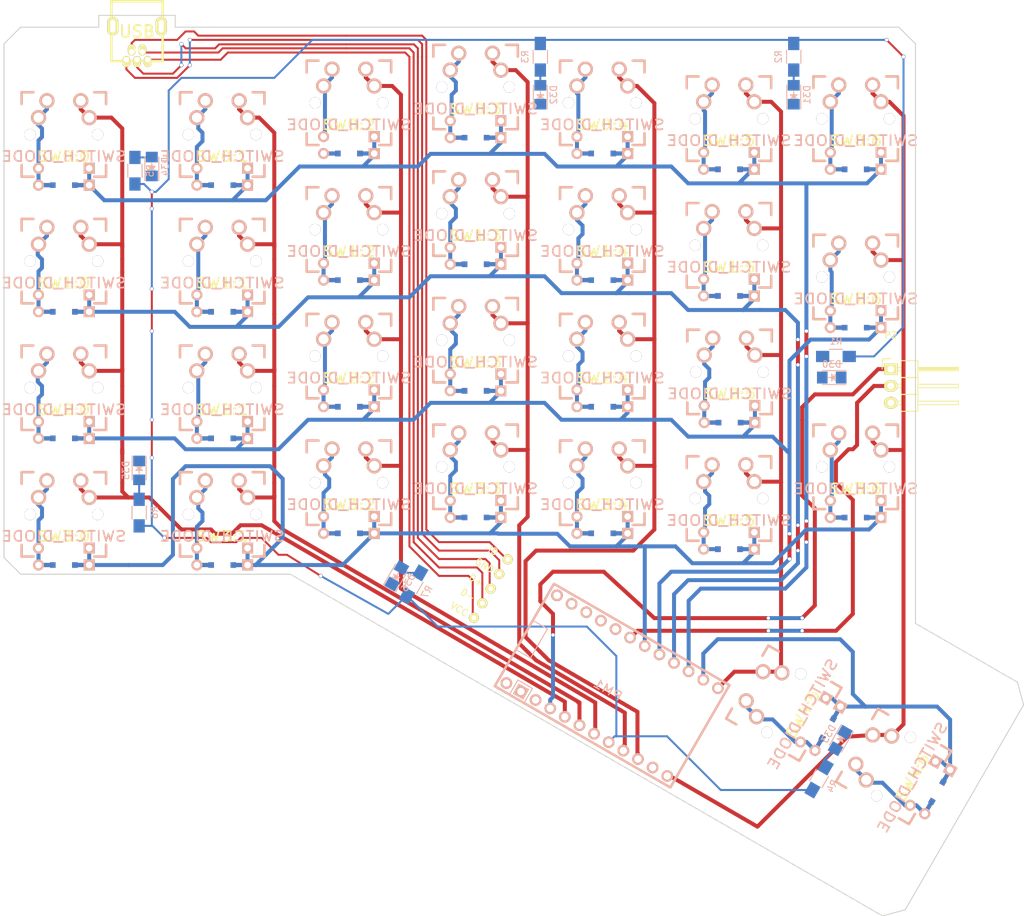
<source format=kicad_pcb>
(kicad_pcb (version 4) (host pcbnew 4.0.2-4+6225~38~ubuntu14.04.1-stable)
  (layers (0 F.Cu signal) (31 B.Cu signal hide) (34 B.Paste user) (35 F.Paste user) (36 B.SilkS user) (37 F.SilkS user) (38 B.Mask user) (39 F.Mask user) (44 Edge.Cuts user))
  (net 0 "")
  (net 1 "Net-(D30-Pad2)")
  (net 2 GND)
  (net 3 "Net-(D31-Pad2)")
  (net 4 "Net-(D32-Pad2)")
  (net 5 "Net-(D33-Pad2)")
  (net 6 "Net-(D34-Pad2)")
  (net 7 "Net-(D35-Pad2)")
  (net 8 "Net-(D36-Pad2)")
  (net 9 VCC)
  (net 10 /SER)
  (net 11 /ROW4)
  (net 12 /ROW3)
  (net 13 /ROW2)
  (net 14 /COL5)
  (net 15 /ROW1)
  (net 16 /ROW0)
  (net 17 /COL4)
  (net 18 /COL6)
  (net 19 /COL3)
  (net 20 /LED+)
  (net 21 /COL2)
  (net 22 /COL1)
  (net 23 /COL0)
  (net 24 "Net-(SW0:0-Pad2)")
  (net 25 "Net-(SW0:1-Pad2)")
  (net 26 "Net-(SW0:2-Pad2)")
  (net 27 "Net-(SW0:3-Pad2)")
  (net 28 "Net-(SW0:4-Pad2)")
  (net 29 "Net-(SW0:5-Pad2)")
  (net 30 "Net-(SW0:6-Pad2)")
  (net 31 "Net-(SW1:0-Pad2)")
  (net 32 "Net-(SW1:1-Pad2)")
  (net 33 "Net-(SW1:2-Pad2)")
  (net 34 "Net-(SW1:3-Pad2)")
  (net 35 "Net-(SW1:4-Pad2)")
  (net 36 "Net-(SW1:5-Pad2)")
  (net 37 "Net-(SW2:0-Pad2)")
  (net 38 "Net-(SW2:1-Pad2)")
  (net 39 "Net-(SW2:2-Pad2)")
  (net 40 "Net-(SW2:3-Pad2)")
  (net 41 "Net-(SW2:4-Pad2)")
  (net 42 "Net-(SW2:5-Pad2)")
  (net 43 "Net-(SW2:6-Pad2)")
  (net 44 "Net-(SW3:0-Pad2)")
  (net 45 "Net-(SW3:1-Pad2)")
  (net 46 "Net-(SW3:2-Pad2)")
  (net 47 "Net-(SW3:3-Pad2)")
  (net 48 "Net-(SW3:4-Pad2)")
  (net 49 "Net-(SW3:5-Pad2)")
  (net 50 "Net-(SW3:6-Pad2)")
  (net 51 "Net-(SW4:5-Pad2)")
  (net 52 "Net-(SW4:6-Pad2)")
  (net 53 "Net-(P1-Pad1)")
  (net 54 "Net-(P1-Pad2)")
  (net 55 "Net-(P1-Pad3)")
  (net 56 "Net-(P1-Pad4)")
  (net 57 "Net-(P1-Pad5)")
  (module LEDs:LED_1206 (layer B.Cu) (at 124.46 52.705 180)
    (fp_text reference D30 (at 0 2 180) (layer B.SilkS) (effects (justify mirror)))
    (fp_text value LED)
    (pad 2 smd rect (at 1.41986 0) (size 1.59766 1.80086) (layers B.Cu B.Paste B.Mask) (net 1 "Net-(D30-Pad2)"))
    (pad 1 smd rect (at -1.41986 0) (size 1.59766 1.80086) (layers B.Cu B.Paste B.Mask) (net 2 GND))
  )
  (module LEDs:LED_1206 (layer B.Cu) (at 118.745 10.16 90)
    (fp_text reference D31 (at 0 2 90) (layer B.SilkS) (effects (justify mirror)))
    (fp_text value LED)
    (pad 2 smd rect (at 1.41986 0 270) (size 1.59766 1.80086) (layers B.Cu B.Paste B.Mask) (net 3 "Net-(D31-Pad2)"))
    (pad 1 smd rect (at -1.41986 0 270) (size 1.59766 1.80086) (layers B.Cu B.Paste B.Mask) (net 2 GND))
  )
  (module LEDs:LED_1206 (layer B.Cu) (at 80.645 10.16 90)
    (fp_text reference D32 (at 0 2 90) (layer B.SilkS) (effects (justify mirror)))
    (fp_text value LED)
    (pad 2 smd rect (at 1.41986 0 270) (size 1.59766 1.80086) (layers B.Cu B.Paste B.Mask) (net 4 "Net-(D32-Pad2)"))
    (pad 1 smd rect (at -1.41986 0 270) (size 1.59766 1.80086) (layers B.Cu B.Paste B.Mask) (net 2 GND))
  )
  (module LEDs:LED_1206 (layer B.Cu) (at 125.73 107.315 240)
    (fp_text reference D33 (at 0 2 240) (layer B.SilkS) (effects (justify mirror)))
    (fp_text value LED)
    (pad 2 smd rect (at 1.41986 0 60) (size 1.59766 1.80086) (layers B.Cu B.Paste B.Mask) (net 5 "Net-(D33-Pad2)"))
    (pad 1 smd rect (at -1.41986 0 60) (size 1.59766 1.80086) (layers B.Cu B.Paste B.Mask) (net 2 GND))
  )
  (module LEDs:LED_1206 (layer B.Cu) (at 22.225 20.955 90)
    (fp_text reference D34 (at 0 2 90) (layer B.SilkS) (effects (justify mirror)))
    (fp_text value LED)
    (pad 2 smd rect (at 1.41986 0 270) (size 1.59766 1.80086) (layers B.Cu B.Paste B.Mask) (net 6 "Net-(D34-Pad2)"))
    (pad 1 smd rect (at -1.41986 0 270) (size 1.59766 1.80086) (layers B.Cu B.Paste B.Mask) (net 2 GND))
  )
  (module LEDs:LED_1206 (layer B.Cu) (at 20.32 66.675 270)
    (fp_text reference D35 (at 0 2 270) (layer B.SilkS) (effects (justify mirror)))
    (fp_text value LED)
    (pad 2 smd rect (at 1.41986 0 90) (size 1.59766 1.80086) (layers B.Cu B.Paste B.Mask) (net 7 "Net-(D35-Pad2)"))
    (pad 1 smd rect (at -1.41986 0 90) (size 1.59766 1.80086) (layers B.Cu B.Paste B.Mask) (net 2 GND))
  )
  (module LEDs:LED_1206 (layer B.Cu) (at 59.055 82.55 60)
    (fp_text reference D36 (at 0 2 60) (layer B.SilkS) (effects (justify mirror)))
    (fp_text value LED)
    (pad 2 smd rect (at 1.41986 0 240) (size 1.59766 1.80086) (layers B.Cu B.Paste B.Mask) (net 8 "Net-(D36-Pad2)"))
    (pad 1 smd rect (at -1.41986 0 240) (size 1.59766 1.80086) (layers B.Cu B.Paste B.Mask) (net 2 GND))
  )
  (module Pin_Headers:Pin_Header_Angled_1x03 (layer F.Cu) (at 133.35 51.435)
    (fp_text reference P2 (at 0 -5.1) (layer F.SilkS))
    (fp_text value CONN_01X03)
    (pad 1 thru_hole rect (at 0 0) (size 2.032 1.7272) (drill 1.016) (layers *.Cu *.Mask F.SilkS) (net 9 VCC))
    (pad 2 thru_hole oval (at 0 2.54) (size 2.032 1.7272) (drill 1.016) (layers *.Cu *.Mask F.SilkS) (net 10 /SER))
    (pad 3 thru_hole oval (at 0 5.08) (size 2.032 1.7272) (drill 1.016) (layers *.Cu *.Mask F.SilkS) (net 2 GND))
  )
  (module Keyboards:PROMICRO (layer B.Cu) (at 91.44 99.06 330)
    (fp_text reference PM1 (at -0.232426 0.867426 330) (layer B.SilkS) (effects (font (size 1.27 1.524) (thickness 0.2032)) (justify mirror)))
    (fp_text value PROMICRO hide)
    (pad 1 thru_hole circle (at -11.43 -7.62 330) (size 1.7526 1.7526) (drill 1.0922) (layers *.Cu *.SilkS *.Mask))
    (pad 2 thru_hole circle (at -8.89 -7.62 330) (size 1.7526 1.7526) (drill 1.0922) (layers *.Cu *.SilkS *.Mask) (net 2 GND))
    (pad 3 thru_hole circle (at -6.35 -7.62 330) (size 1.7526 1.7526) (drill 1.0922) (layers *.Cu *.SilkS *.Mask) (net 2 GND))
    (pad 4 thru_hole circle (at -3.81 -7.62 330) (size 1.7526 1.7526) (drill 1.0922) (layers *.Cu *.SilkS *.Mask))
    (pad 5 thru_hole circle (at -1.27 -7.62 330) (size 1.7526 1.7526) (drill 1.0922) (layers *.Cu *.SilkS *.Mask) (net 10 /SER))
    (pad 6 thru_hole circle (at 1.27 -7.62 330) (size 1.7526 1.7526) (drill 1.0922) (layers *.Cu *.SilkS *.Mask) (net 12 /ROW3))
    (pad 7 thru_hole circle (at 3.81 -7.62 330) (size 1.7526 1.7526) (drill 1.0922) (layers *.Cu *.SilkS *.Mask) (net 13 /ROW2))
    (pad 8 thru_hole circle (at 6.35 -7.62 330) (size 1.7526 1.7526) (drill 1.0922) (layers *.Cu *.SilkS *.Mask) (net 15 /ROW1))
    (pad 9 thru_hole circle (at 8.89 -7.62 330) (size 1.7526 1.7526) (drill 1.0922) (layers *.Cu *.SilkS *.Mask) (net 16 /ROW0))
    (pad 10 thru_hole circle (at 11.43 -7.62 330) (size 1.7526 1.7526) (drill 1.0922) (layers *.Cu *.SilkS *.Mask) (net 11 /ROW4))
    (pad 11 thru_hole circle (at 13.97 -7.62 330) (size 1.7526 1.7526) (drill 1.0922) (layers *.Cu *.SilkS *.Mask) (net 14 /COL5))
    (pad 23 thru_hole circle (at 13.97 7.62 330) (size 1.7526 1.7526) (drill 1.0922) (layers *.Cu *.SilkS *.Mask) (net 18 /COL6))
    (pad 22 thru_hole circle (at 11.43 7.62 330) (size 1.7526 1.7526) (drill 1.0922) (layers *.Cu *.SilkS *.Mask))
    (pad 21 thru_hole circle (at 8.89 7.62 330) (size 1.7526 1.7526) (drill 1.0922) (layers *.Cu *.SilkS *.Mask) (net 17 /COL4))
    (pad 20 thru_hole circle (at 6.35 7.62 330) (size 1.7526 1.7526) (drill 1.0922) (layers *.Cu *.SilkS *.Mask) (net 19 /COL3))
    (pad 19 thru_hole circle (at 3.81 7.62 330) (size 1.7526 1.7526) (drill 1.0922) (layers *.Cu *.SilkS *.Mask) (net 20 /LED+))
    (pad 18 thru_hole circle (at 1.27 7.62 330) (size 1.7526 1.7526) (drill 1.0922) (layers *.Cu *.SilkS *.Mask) (net 21 /COL2))
    (pad 17 thru_hole circle (at -1.27 7.62 330) (size 1.7526 1.7526) (drill 1.0922) (layers *.Cu *.SilkS *.Mask) (net 22 /COL1))
    (pad 16 thru_hole circle (at -3.81 7.62 330) (size 1.7526 1.7526) (drill 1.0922) (layers *.Cu *.SilkS *.Mask) (net 23 /COL0))
    (pad 15 thru_hole circle (at -6.35 7.62 330) (size 1.7526 1.7526) (drill 1.0922) (layers *.Cu *.SilkS *.Mask) (net 9 VCC))
    (pad 14 thru_hole circle (at -8.89 7.62 330) (size 1.7526 1.7526) (drill 1.0922) (layers *.Cu *.SilkS *.Mask))
    (pad 13 thru_hole rect (at -11.43 7.62 330) (size 1.7526 1.7526) (drill 1.0922) (layers *.Cu *.SilkS *.Mask) (net 2 GND))
    (pad 12 thru_hole circle (at -13.97 7.62 330) (size 1.7526 1.7526) (drill 1.0922) (layers *.Cu *.SilkS *.Mask))
    (pad 0 thru_hole circle (at -13.97 -7.62 330) (size 1.7526 1.7526) (drill 1.092) (layers *.Cu *.Mask B.SilkS))
  )
  (module Keyboards:MX_FLIP_DIODE (layer F.Cu) (at 8.998 16.141)
    (fp_text reference SW0:0 (at 0 3.302) (layer F.SilkS) (effects (font (size 1.524 1.778) (thickness 0.254))))
    (fp_text value SWITCH_DIODE (at 0 3.302) (layer B.SilkS) (effects (font (size 1.524 1.778) (thickness 0.254)) (justify mirror)))
    (fp_line (start -3.81 7.62) (end -1.6637 7.62) (layer B.Cu) (width 0.6096))
    (fp_line (start 1.6637 7.62) (end 3.81 7.62) (layer B.Cu) (width 0.6096))
    (fp_line (start -3.81 7.62) (end -1.6637 7.62) (layer F.Cu) (width 0.6096))
    (fp_line (start 1.6637 7.62) (end 3.81 7.62) (layer F.Cu) (width 0.6096))
    (pad 1 thru_hole circle (at 2.54 -5.08) (size 2.286 2.286) (drill 1.4986) (layers *.Cu *.SilkS *.Mask) (net 23 /COL0))
    (pad 2 thru_hole circle (at -3.81 -2.54) (size 2.286 2.286) (drill 1.4986) (layers *.Cu *.SilkS *.Mask) (net 24 "Net-(SW0:0-Pad2)"))
    (pad 0 np_thru_hole circle (at 0 0) (size 3.9878 3.9878) (drill 3.9878) (layers *.Cu))
    (pad 0 thru_hole circle (at -5.08 0) (size 1.7018 1.7018) (drill 1.7018) (layers *.Cu))
    (pad 0 thru_hole circle (at 5.08 0) (size 1.7018 1.7018) (drill 1.7018) (layers *.Cu))
    (pad 1 thru_hole circle (at 3.81 -2.54) (size 2.286 2.286) (drill 1.4986) (layers *.Cu *.SilkS *.Mask) (net 23 /COL0))
    (pad 2 thru_hole circle (at -2.54 -5.08) (size 2.286 2.286) (drill 1.4986) (layers *.Cu *.SilkS *.Mask) (net 24 "Net-(SW0:0-Pad2)"))
    (pad 3 thru_hole circle (at -3.81 5.08) (size 1.651 1.651) (drill 0.9906) (layers *.Cu *.SilkS *.Mask) (net 24 "Net-(SW0:0-Pad2)"))
    (pad 4 thru_hole rect (at 3.81 5.08) (size 1.651 1.651) (drill 0.9906) (layers *.Cu *.SilkS *.Mask) (net 16 /ROW0))
    (pad 3 thru_hole circle (at -3.81 7.62) (size 1.651 1.651) (drill 0.9906) (layers *.Cu *.SilkS *.Mask) (net 24 "Net-(SW0:0-Pad2)"))
    (pad 4 thru_hole rect (at 3.81 7.62) (size 1.651 1.651) (drill 0.9906) (layers *.Cu *.SilkS *.Mask) (net 16 /ROW0))
    (pad 99 smd rect (at -1.6637 7.62) (size 0.8382 0.8382) (layers F.Cu F.Paste F.Mask))
    (pad 99 smd rect (at -1.6637 7.62) (size 0.8382 0.8382) (layers B.Cu B.Paste B.Mask))
    (pad 99 smd rect (at 1.6637 7.62) (size 0.8382 0.8382) (layers F.Cu F.Paste F.Mask))
    (pad 99 smd rect (at 1.6637 7.62) (size 0.8382 0.8382) (layers B.Cu B.Paste B.Mask))
  )
  (module Keyboards:MX_FLIP_DIODE (layer F.Cu) (at 32.81 16.14)
    (fp_text reference SW0:1 (at 0 3.302) (layer F.SilkS) (effects (font (size 1.524 1.778) (thickness 0.254))))
    (fp_text value SWITCH_DIODE (at 0 3.302) (layer B.SilkS) (effects (font (size 1.524 1.778) (thickness 0.254)) (justify mirror)))
    (fp_line (start -3.81 7.62) (end -1.6637 7.62) (layer B.Cu) (width 0.6096))
    (fp_line (start 1.6637 7.62) (end 3.81 7.62) (layer B.Cu) (width 0.6096))
    (fp_line (start -3.81 7.62) (end -1.6637 7.62) (layer F.Cu) (width 0.6096))
    (fp_line (start 1.6637 7.62) (end 3.81 7.62) (layer F.Cu) (width 0.6096))
    (pad 1 thru_hole circle (at 2.54 -5.08) (size 2.286 2.286) (drill 1.4986) (layers *.Cu *.SilkS *.Mask) (net 22 /COL1))
    (pad 2 thru_hole circle (at -3.81 -2.54) (size 2.286 2.286) (drill 1.4986) (layers *.Cu *.SilkS *.Mask) (net 25 "Net-(SW0:1-Pad2)"))
    (pad 0 np_thru_hole circle (at 0 0) (size 3.9878 3.9878) (drill 3.9878) (layers *.Cu))
    (pad 0 thru_hole circle (at -5.08 0) (size 1.7018 1.7018) (drill 1.7018) (layers *.Cu))
    (pad 0 thru_hole circle (at 5.08 0) (size 1.7018 1.7018) (drill 1.7018) (layers *.Cu))
    (pad 1 thru_hole circle (at 3.81 -2.54) (size 2.286 2.286) (drill 1.4986) (layers *.Cu *.SilkS *.Mask) (net 22 /COL1))
    (pad 2 thru_hole circle (at -2.54 -5.08) (size 2.286 2.286) (drill 1.4986) (layers *.Cu *.SilkS *.Mask) (net 25 "Net-(SW0:1-Pad2)"))
    (pad 3 thru_hole circle (at -3.81 5.08) (size 1.651 1.651) (drill 0.9906) (layers *.Cu *.SilkS *.Mask) (net 25 "Net-(SW0:1-Pad2)"))
    (pad 4 thru_hole rect (at 3.81 5.08) (size 1.651 1.651) (drill 0.9906) (layers *.Cu *.SilkS *.Mask) (net 16 /ROW0))
    (pad 3 thru_hole circle (at -3.81 7.62) (size 1.651 1.651) (drill 0.9906) (layers *.Cu *.SilkS *.Mask) (net 25 "Net-(SW0:1-Pad2)"))
    (pad 4 thru_hole rect (at 3.81 7.62) (size 1.651 1.651) (drill 0.9906) (layers *.Cu *.SilkS *.Mask) (net 16 /ROW0))
    (pad 99 smd rect (at -1.6637 7.62) (size 0.8382 0.8382) (layers F.Cu F.Paste F.Mask))
    (pad 99 smd rect (at -1.6637 7.62) (size 0.8382 0.8382) (layers B.Cu B.Paste B.Mask))
    (pad 99 smd rect (at 1.6637 7.62) (size 0.8382 0.8382) (layers F.Cu F.Paste F.Mask))
    (pad 99 smd rect (at 1.6637 7.62) (size 0.8382 0.8382) (layers B.Cu B.Paste B.Mask))
  )
  (module Keyboards:MX_FLIP_DIODE (layer F.Cu) (at 51.86 11.379)
    (fp_text reference SW0:2 (at 0 3.302) (layer F.SilkS) (effects (font (size 1.524 1.778) (thickness 0.254))))
    (fp_text value SWITCH_DIODE (at 0 3.302) (layer B.SilkS) (effects (font (size 1.524 1.778) (thickness 0.254)) (justify mirror)))
    (fp_line (start -3.81 7.62) (end -1.6637 7.62) (layer B.Cu) (width 0.6096))
    (fp_line (start 1.6637 7.62) (end 3.81 7.62) (layer B.Cu) (width 0.6096))
    (fp_line (start -3.81 7.62) (end -1.6637 7.62) (layer F.Cu) (width 0.6096))
    (fp_line (start 1.6637 7.62) (end 3.81 7.62) (layer F.Cu) (width 0.6096))
    (pad 1 thru_hole circle (at 2.54 -5.08) (size 2.286 2.286) (drill 1.4986) (layers *.Cu *.SilkS *.Mask) (net 21 /COL2))
    (pad 2 thru_hole circle (at -3.81 -2.54) (size 2.286 2.286) (drill 1.4986) (layers *.Cu *.SilkS *.Mask) (net 26 "Net-(SW0:2-Pad2)"))
    (pad 0 np_thru_hole circle (at 0 0) (size 3.9878 3.9878) (drill 3.9878) (layers *.Cu))
    (pad 0 thru_hole circle (at -5.08 0) (size 1.7018 1.7018) (drill 1.7018) (layers *.Cu))
    (pad 0 thru_hole circle (at 5.08 0) (size 1.7018 1.7018) (drill 1.7018) (layers *.Cu))
    (pad 1 thru_hole circle (at 3.81 -2.54) (size 2.286 2.286) (drill 1.4986) (layers *.Cu *.SilkS *.Mask) (net 21 /COL2))
    (pad 2 thru_hole circle (at -2.54 -5.08) (size 2.286 2.286) (drill 1.4986) (layers *.Cu *.SilkS *.Mask) (net 26 "Net-(SW0:2-Pad2)"))
    (pad 3 thru_hole circle (at -3.81 5.08) (size 1.651 1.651) (drill 0.9906) (layers *.Cu *.SilkS *.Mask) (net 26 "Net-(SW0:2-Pad2)"))
    (pad 4 thru_hole rect (at 3.81 5.08) (size 1.651 1.651) (drill 0.9906) (layers *.Cu *.SilkS *.Mask) (net 16 /ROW0))
    (pad 3 thru_hole circle (at -3.81 7.62) (size 1.651 1.651) (drill 0.9906) (layers *.Cu *.SilkS *.Mask) (net 26 "Net-(SW0:2-Pad2)"))
    (pad 4 thru_hole rect (at 3.81 7.62) (size 1.651 1.651) (drill 0.9906) (layers *.Cu *.SilkS *.Mask) (net 16 /ROW0))
    (pad 99 smd rect (at -1.6637 7.62) (size 0.8382 0.8382) (layers F.Cu F.Paste F.Mask))
    (pad 99 smd rect (at -1.6637 7.62) (size 0.8382 0.8382) (layers B.Cu B.Paste B.Mask))
    (pad 99 smd rect (at 1.6637 7.62) (size 0.8382 0.8382) (layers F.Cu F.Paste F.Mask))
    (pad 99 smd rect (at 1.6637 7.62) (size 0.8382 0.8382) (layers B.Cu B.Paste B.Mask))
  )
  (module Keyboards:MX_FLIP_DIODE (layer F.Cu) (at 70.91 8.998)
    (fp_text reference SW0:3 (at 0 3.302) (layer F.SilkS) (effects (font (size 1.524 1.778) (thickness 0.254))))
    (fp_text value SWITCH_DIODE (at 0 3.302) (layer B.SilkS) (effects (font (size 1.524 1.778) (thickness 0.254)) (justify mirror)))
    (fp_line (start -3.81 7.62) (end -1.6637 7.62) (layer B.Cu) (width 0.6096))
    (fp_line (start 1.6637 7.62) (end 3.81 7.62) (layer B.Cu) (width 0.6096))
    (fp_line (start -3.81 7.62) (end -1.6637 7.62) (layer F.Cu) (width 0.6096))
    (fp_line (start 1.6637 7.62) (end 3.81 7.62) (layer F.Cu) (width 0.6096))
    (pad 1 thru_hole circle (at 2.54 -5.08) (size 2.286 2.286) (drill 1.4986) (layers *.Cu *.SilkS *.Mask) (net 19 /COL3))
    (pad 2 thru_hole circle (at -3.81 -2.54) (size 2.286 2.286) (drill 1.4986) (layers *.Cu *.SilkS *.Mask) (net 27 "Net-(SW0:3-Pad2)"))
    (pad 0 np_thru_hole circle (at 0 0) (size 3.9878 3.9878) (drill 3.9878) (layers *.Cu))
    (pad 0 thru_hole circle (at -5.08 0) (size 1.7018 1.7018) (drill 1.7018) (layers *.Cu))
    (pad 0 thru_hole circle (at 5.08 0) (size 1.7018 1.7018) (drill 1.7018) (layers *.Cu))
    (pad 1 thru_hole circle (at 3.81 -2.54) (size 2.286 2.286) (drill 1.4986) (layers *.Cu *.SilkS *.Mask) (net 19 /COL3))
    (pad 2 thru_hole circle (at -2.54 -5.08) (size 2.286 2.286) (drill 1.4986) (layers *.Cu *.SilkS *.Mask) (net 27 "Net-(SW0:3-Pad2)"))
    (pad 3 thru_hole circle (at -3.81 5.08) (size 1.651 1.651) (drill 0.9906) (layers *.Cu *.SilkS *.Mask) (net 27 "Net-(SW0:3-Pad2)"))
    (pad 4 thru_hole rect (at 3.81 5.08) (size 1.651 1.651) (drill 0.9906) (layers *.Cu *.SilkS *.Mask) (net 16 /ROW0))
    (pad 3 thru_hole circle (at -3.81 7.62) (size 1.651 1.651) (drill 0.9906) (layers *.Cu *.SilkS *.Mask) (net 27 "Net-(SW0:3-Pad2)"))
    (pad 4 thru_hole rect (at 3.81 7.62) (size 1.651 1.651) (drill 0.9906) (layers *.Cu *.SilkS *.Mask) (net 16 /ROW0))
    (pad 99 smd rect (at -1.6637 7.62) (size 0.8382 0.8382) (layers F.Cu F.Paste F.Mask))
    (pad 99 smd rect (at -1.6637 7.62) (size 0.8382 0.8382) (layers B.Cu B.Paste B.Mask))
    (pad 99 smd rect (at 1.6637 7.62) (size 0.8382 0.8382) (layers F.Cu F.Paste F.Mask))
    (pad 99 smd rect (at 1.6637 7.62) (size 0.8382 0.8382) (layers B.Cu B.Paste B.Mask))
  )
  (module Keyboards:MX_FLIP_DIODE (layer F.Cu) (at 89.96 11.379)
    (fp_text reference SW0:4 (at 0 3.302) (layer F.SilkS) (effects (font (size 1.524 1.778) (thickness 0.254))))
    (fp_text value SWITCH_DIODE (at 0 3.302) (layer B.SilkS) (effects (font (size 1.524 1.778) (thickness 0.254)) (justify mirror)))
    (fp_line (start -3.81 7.62) (end -1.6637 7.62) (layer B.Cu) (width 0.6096))
    (fp_line (start 1.6637 7.62) (end 3.81 7.62) (layer B.Cu) (width 0.6096))
    (fp_line (start -3.81 7.62) (end -1.6637 7.62) (layer F.Cu) (width 0.6096))
    (fp_line (start 1.6637 7.62) (end 3.81 7.62) (layer F.Cu) (width 0.6096))
    (pad 1 thru_hole circle (at 2.54 -5.08) (size 2.286 2.286) (drill 1.4986) (layers *.Cu *.SilkS *.Mask) (net 17 /COL4))
    (pad 2 thru_hole circle (at -3.81 -2.54) (size 2.286 2.286) (drill 1.4986) (layers *.Cu *.SilkS *.Mask) (net 28 "Net-(SW0:4-Pad2)"))
    (pad 0 np_thru_hole circle (at 0 0) (size 3.9878 3.9878) (drill 3.9878) (layers *.Cu))
    (pad 0 thru_hole circle (at -5.08 0) (size 1.7018 1.7018) (drill 1.7018) (layers *.Cu))
    (pad 0 thru_hole circle (at 5.08 0) (size 1.7018 1.7018) (drill 1.7018) (layers *.Cu))
    (pad 1 thru_hole circle (at 3.81 -2.54) (size 2.286 2.286) (drill 1.4986) (layers *.Cu *.SilkS *.Mask) (net 17 /COL4))
    (pad 2 thru_hole circle (at -2.54 -5.08) (size 2.286 2.286) (drill 1.4986) (layers *.Cu *.SilkS *.Mask) (net 28 "Net-(SW0:4-Pad2)"))
    (pad 3 thru_hole circle (at -3.81 5.08) (size 1.651 1.651) (drill 0.9906) (layers *.Cu *.SilkS *.Mask) (net 28 "Net-(SW0:4-Pad2)"))
    (pad 4 thru_hole rect (at 3.81 5.08) (size 1.651 1.651) (drill 0.9906) (layers *.Cu *.SilkS *.Mask) (net 16 /ROW0))
    (pad 3 thru_hole circle (at -3.81 7.62) (size 1.651 1.651) (drill 0.9906) (layers *.Cu *.SilkS *.Mask) (net 28 "Net-(SW0:4-Pad2)"))
    (pad 4 thru_hole rect (at 3.81 7.62) (size 1.651 1.651) (drill 0.9906) (layers *.Cu *.SilkS *.Mask) (net 16 /ROW0))
    (pad 99 smd rect (at -1.6637 7.62) (size 0.8382 0.8382) (layers F.Cu F.Paste F.Mask))
    (pad 99 smd rect (at -1.6637 7.62) (size 0.8382 0.8382) (layers B.Cu B.Paste B.Mask))
    (pad 99 smd rect (at 1.6637 7.62) (size 0.8382 0.8382) (layers F.Cu F.Paste F.Mask))
    (pad 99 smd rect (at 1.6637 7.62) (size 0.8382 0.8382) (layers B.Cu B.Paste B.Mask))
  )
  (module Keyboards:MX_FLIP_DIODE (layer F.Cu) (at 109.01 13.76)
    (fp_text reference SW0:5 (at 0 3.302) (layer F.SilkS) (effects (font (size 1.524 1.778) (thickness 0.254))))
    (fp_text value SWITCH_DIODE (at 0 3.302) (layer B.SilkS) (effects (font (size 1.524 1.778) (thickness 0.254)) (justify mirror)))
    (fp_line (start -3.81 7.62) (end -1.6637 7.62) (layer B.Cu) (width 0.6096))
    (fp_line (start 1.6637 7.62) (end 3.81 7.62) (layer B.Cu) (width 0.6096))
    (fp_line (start -3.81 7.62) (end -1.6637 7.62) (layer F.Cu) (width 0.6096))
    (fp_line (start 1.6637 7.62) (end 3.81 7.62) (layer F.Cu) (width 0.6096))
    (pad 1 thru_hole circle (at 2.54 -5.08) (size 2.286 2.286) (drill 1.4986) (layers *.Cu *.SilkS *.Mask) (net 14 /COL5))
    (pad 2 thru_hole circle (at -3.81 -2.54) (size 2.286 2.286) (drill 1.4986) (layers *.Cu *.SilkS *.Mask) (net 29 "Net-(SW0:5-Pad2)"))
    (pad 0 np_thru_hole circle (at 0 0) (size 3.9878 3.9878) (drill 3.9878) (layers *.Cu))
    (pad 0 thru_hole circle (at -5.08 0) (size 1.7018 1.7018) (drill 1.7018) (layers *.Cu))
    (pad 0 thru_hole circle (at 5.08 0) (size 1.7018 1.7018) (drill 1.7018) (layers *.Cu))
    (pad 1 thru_hole circle (at 3.81 -2.54) (size 2.286 2.286) (drill 1.4986) (layers *.Cu *.SilkS *.Mask) (net 14 /COL5))
    (pad 2 thru_hole circle (at -2.54 -5.08) (size 2.286 2.286) (drill 1.4986) (layers *.Cu *.SilkS *.Mask) (net 29 "Net-(SW0:5-Pad2)"))
    (pad 3 thru_hole circle (at -3.81 5.08) (size 1.651 1.651) (drill 0.9906) (layers *.Cu *.SilkS *.Mask) (net 29 "Net-(SW0:5-Pad2)"))
    (pad 4 thru_hole rect (at 3.81 5.08) (size 1.651 1.651) (drill 0.9906) (layers *.Cu *.SilkS *.Mask) (net 16 /ROW0))
    (pad 3 thru_hole circle (at -3.81 7.62) (size 1.651 1.651) (drill 0.9906) (layers *.Cu *.SilkS *.Mask) (net 29 "Net-(SW0:5-Pad2)"))
    (pad 4 thru_hole rect (at 3.81 7.62) (size 1.651 1.651) (drill 0.9906) (layers *.Cu *.SilkS *.Mask) (net 16 /ROW0))
    (pad 99 smd rect (at -1.6637 7.62) (size 0.8382 0.8382) (layers F.Cu F.Paste F.Mask))
    (pad 99 smd rect (at -1.6637 7.62) (size 0.8382 0.8382) (layers B.Cu B.Paste B.Mask))
    (pad 99 smd rect (at 1.6637 7.62) (size 0.8382 0.8382) (layers F.Cu F.Paste F.Mask))
    (pad 99 smd rect (at 1.6637 7.62) (size 0.8382 0.8382) (layers B.Cu B.Paste B.Mask))
  )
  (module Keyboards:MX_FLIP_DIODE (layer F.Cu) (at 128.06 13.76)
    (fp_text reference SW0:6 (at 0 3.302) (layer F.SilkS) (effects (font (size 1.524 1.778) (thickness 0.254))))
    (fp_text value SWITCH_DIODE (at 0 3.302) (layer B.SilkS) (effects (font (size 1.524 1.778) (thickness 0.254)) (justify mirror)))
    (fp_line (start -3.81 7.62) (end -1.6637 7.62) (layer B.Cu) (width 0.6096))
    (fp_line (start 1.6637 7.62) (end 3.81 7.62) (layer B.Cu) (width 0.6096))
    (fp_line (start -3.81 7.62) (end -1.6637 7.62) (layer F.Cu) (width 0.6096))
    (fp_line (start 1.6637 7.62) (end 3.81 7.62) (layer F.Cu) (width 0.6096))
    (pad 1 thru_hole circle (at 2.54 -5.08) (size 2.286 2.286) (drill 1.4986) (layers *.Cu *.SilkS *.Mask) (net 18 /COL6))
    (pad 2 thru_hole circle (at -3.81 -2.54) (size 2.286 2.286) (drill 1.4986) (layers *.Cu *.SilkS *.Mask) (net 30 "Net-(SW0:6-Pad2)"))
    (pad 0 np_thru_hole circle (at 0 0) (size 3.9878 3.9878) (drill 3.9878) (layers *.Cu))
    (pad 0 thru_hole circle (at -5.08 0) (size 1.7018 1.7018) (drill 1.7018) (layers *.Cu))
    (pad 0 thru_hole circle (at 5.08 0) (size 1.7018 1.7018) (drill 1.7018) (layers *.Cu))
    (pad 1 thru_hole circle (at 3.81 -2.54) (size 2.286 2.286) (drill 1.4986) (layers *.Cu *.SilkS *.Mask) (net 18 /COL6))
    (pad 2 thru_hole circle (at -2.54 -5.08) (size 2.286 2.286) (drill 1.4986) (layers *.Cu *.SilkS *.Mask) (net 30 "Net-(SW0:6-Pad2)"))
    (pad 3 thru_hole circle (at -3.81 5.08) (size 1.651 1.651) (drill 0.9906) (layers *.Cu *.SilkS *.Mask) (net 30 "Net-(SW0:6-Pad2)"))
    (pad 4 thru_hole rect (at 3.81 5.08) (size 1.651 1.651) (drill 0.9906) (layers *.Cu *.SilkS *.Mask) (net 16 /ROW0))
    (pad 3 thru_hole circle (at -3.81 7.62) (size 1.651 1.651) (drill 0.9906) (layers *.Cu *.SilkS *.Mask) (net 30 "Net-(SW0:6-Pad2)"))
    (pad 4 thru_hole rect (at 3.81 7.62) (size 1.651 1.651) (drill 0.9906) (layers *.Cu *.SilkS *.Mask) (net 16 /ROW0))
    (pad 99 smd rect (at -1.6637 7.62) (size 0.8382 0.8382) (layers F.Cu F.Paste F.Mask))
    (pad 99 smd rect (at -1.6637 7.62) (size 0.8382 0.8382) (layers B.Cu B.Paste B.Mask))
    (pad 99 smd rect (at 1.6637 7.62) (size 0.8382 0.8382) (layers F.Cu F.Paste F.Mask))
    (pad 99 smd rect (at 1.6637 7.62) (size 0.8382 0.8382) (layers B.Cu B.Paste B.Mask))
  )
  (module Keyboards:MX_FLIP_DIODE (layer F.Cu) (at 8.998 35.191)
    (fp_text reference SW1:0 (at 0 3.302) (layer F.SilkS) (effects (font (size 1.524 1.778) (thickness 0.254))))
    (fp_text value SWITCH_DIODE (at 0 3.302) (layer B.SilkS) (effects (font (size 1.524 1.778) (thickness 0.254)) (justify mirror)))
    (fp_line (start -3.81 7.62) (end -1.6637 7.62) (layer B.Cu) (width 0.6096))
    (fp_line (start 1.6637 7.62) (end 3.81 7.62) (layer B.Cu) (width 0.6096))
    (fp_line (start -3.81 7.62) (end -1.6637 7.62) (layer F.Cu) (width 0.6096))
    (fp_line (start 1.6637 7.62) (end 3.81 7.62) (layer F.Cu) (width 0.6096))
    (pad 1 thru_hole circle (at 2.54 -5.08) (size 2.286 2.286) (drill 1.4986) (layers *.Cu *.SilkS *.Mask) (net 23 /COL0))
    (pad 2 thru_hole circle (at -3.81 -2.54) (size 2.286 2.286) (drill 1.4986) (layers *.Cu *.SilkS *.Mask) (net 31 "Net-(SW1:0-Pad2)"))
    (pad 0 np_thru_hole circle (at 0 0) (size 3.9878 3.9878) (drill 3.9878) (layers *.Cu))
    (pad 0 thru_hole circle (at -5.08 0) (size 1.7018 1.7018) (drill 1.7018) (layers *.Cu))
    (pad 0 thru_hole circle (at 5.08 0) (size 1.7018 1.7018) (drill 1.7018) (layers *.Cu))
    (pad 1 thru_hole circle (at 3.81 -2.54) (size 2.286 2.286) (drill 1.4986) (layers *.Cu *.SilkS *.Mask) (net 23 /COL0))
    (pad 2 thru_hole circle (at -2.54 -5.08) (size 2.286 2.286) (drill 1.4986) (layers *.Cu *.SilkS *.Mask) (net 31 "Net-(SW1:0-Pad2)"))
    (pad 3 thru_hole circle (at -3.81 5.08) (size 1.651 1.651) (drill 0.9906) (layers *.Cu *.SilkS *.Mask) (net 31 "Net-(SW1:0-Pad2)"))
    (pad 4 thru_hole rect (at 3.81 5.08) (size 1.651 1.651) (drill 0.9906) (layers *.Cu *.SilkS *.Mask) (net 15 /ROW1))
    (pad 3 thru_hole circle (at -3.81 7.62) (size 1.651 1.651) (drill 0.9906) (layers *.Cu *.SilkS *.Mask) (net 31 "Net-(SW1:0-Pad2)"))
    (pad 4 thru_hole rect (at 3.81 7.62) (size 1.651 1.651) (drill 0.9906) (layers *.Cu *.SilkS *.Mask) (net 15 /ROW1))
    (pad 99 smd rect (at -1.6637 7.62) (size 0.8382 0.8382) (layers F.Cu F.Paste F.Mask))
    (pad 99 smd rect (at -1.6637 7.62) (size 0.8382 0.8382) (layers B.Cu B.Paste B.Mask))
    (pad 99 smd rect (at 1.6637 7.62) (size 0.8382 0.8382) (layers F.Cu F.Paste F.Mask))
    (pad 99 smd rect (at 1.6637 7.62) (size 0.8382 0.8382) (layers B.Cu B.Paste B.Mask))
  )
  (module Keyboards:MX_FLIP_DIODE (layer F.Cu) (at 32.81 35.191)
    (fp_text reference SW1:1 (at 0 3.302) (layer F.SilkS) (effects (font (size 1.524 1.778) (thickness 0.254))))
    (fp_text value SWITCH_DIODE (at 0 3.302) (layer B.SilkS) (effects (font (size 1.524 1.778) (thickness 0.254)) (justify mirror)))
    (fp_line (start -3.81 7.62) (end -1.6637 7.62) (layer B.Cu) (width 0.6096))
    (fp_line (start 1.6637 7.62) (end 3.81 7.62) (layer B.Cu) (width 0.6096))
    (fp_line (start -3.81 7.62) (end -1.6637 7.62) (layer F.Cu) (width 0.6096))
    (fp_line (start 1.6637 7.62) (end 3.81 7.62) (layer F.Cu) (width 0.6096))
    (pad 1 thru_hole circle (at 2.54 -5.08) (size 2.286 2.286) (drill 1.4986) (layers *.Cu *.SilkS *.Mask) (net 22 /COL1))
    (pad 2 thru_hole circle (at -3.81 -2.54) (size 2.286 2.286) (drill 1.4986) (layers *.Cu *.SilkS *.Mask) (net 32 "Net-(SW1:1-Pad2)"))
    (pad 0 np_thru_hole circle (at 0 0) (size 3.9878 3.9878) (drill 3.9878) (layers *.Cu))
    (pad 0 thru_hole circle (at -5.08 0) (size 1.7018 1.7018) (drill 1.7018) (layers *.Cu))
    (pad 0 thru_hole circle (at 5.08 0) (size 1.7018 1.7018) (drill 1.7018) (layers *.Cu))
    (pad 1 thru_hole circle (at 3.81 -2.54) (size 2.286 2.286) (drill 1.4986) (layers *.Cu *.SilkS *.Mask) (net 22 /COL1))
    (pad 2 thru_hole circle (at -2.54 -5.08) (size 2.286 2.286) (drill 1.4986) (layers *.Cu *.SilkS *.Mask) (net 32 "Net-(SW1:1-Pad2)"))
    (pad 3 thru_hole circle (at -3.81 5.08) (size 1.651 1.651) (drill 0.9906) (layers *.Cu *.SilkS *.Mask) (net 32 "Net-(SW1:1-Pad2)"))
    (pad 4 thru_hole rect (at 3.81 5.08) (size 1.651 1.651) (drill 0.9906) (layers *.Cu *.SilkS *.Mask) (net 15 /ROW1))
    (pad 3 thru_hole circle (at -3.81 7.62) (size 1.651 1.651) (drill 0.9906) (layers *.Cu *.SilkS *.Mask) (net 32 "Net-(SW1:1-Pad2)"))
    (pad 4 thru_hole rect (at 3.81 7.62) (size 1.651 1.651) (drill 0.9906) (layers *.Cu *.SilkS *.Mask) (net 15 /ROW1))
    (pad 99 smd rect (at -1.6637 7.62) (size 0.8382 0.8382) (layers F.Cu F.Paste F.Mask))
    (pad 99 smd rect (at -1.6637 7.62) (size 0.8382 0.8382) (layers B.Cu B.Paste B.Mask))
    (pad 99 smd rect (at 1.6637 7.62) (size 0.8382 0.8382) (layers F.Cu F.Paste F.Mask))
    (pad 99 smd rect (at 1.6637 7.62) (size 0.8382 0.8382) (layers B.Cu B.Paste B.Mask))
  )
  (module Keyboards:MX_FLIP_DIODE (layer F.Cu) (at 51.86 30.429)
    (fp_text reference SW1:2 (at 0 3.302) (layer F.SilkS) (effects (font (size 1.524 1.778) (thickness 0.254))))
    (fp_text value SWITCH_DIODE (at 0 3.302) (layer B.SilkS) (effects (font (size 1.524 1.778) (thickness 0.254)) (justify mirror)))
    (fp_line (start -3.81 7.62) (end -1.6637 7.62) (layer B.Cu) (width 0.6096))
    (fp_line (start 1.6637 7.62) (end 3.81 7.62) (layer B.Cu) (width 0.6096))
    (fp_line (start -3.81 7.62) (end -1.6637 7.62) (layer F.Cu) (width 0.6096))
    (fp_line (start 1.6637 7.62) (end 3.81 7.62) (layer F.Cu) (width 0.6096))
    (pad 1 thru_hole circle (at 2.54 -5.08) (size 2.286 2.286) (drill 1.4986) (layers *.Cu *.SilkS *.Mask) (net 21 /COL2))
    (pad 2 thru_hole circle (at -3.81 -2.54) (size 2.286 2.286) (drill 1.4986) (layers *.Cu *.SilkS *.Mask) (net 33 "Net-(SW1:2-Pad2)"))
    (pad 0 np_thru_hole circle (at 0 0) (size 3.9878 3.9878) (drill 3.9878) (layers *.Cu))
    (pad 0 thru_hole circle (at -5.08 0) (size 1.7018 1.7018) (drill 1.7018) (layers *.Cu))
    (pad 0 thru_hole circle (at 5.08 0) (size 1.7018 1.7018) (drill 1.7018) (layers *.Cu))
    (pad 1 thru_hole circle (at 3.81 -2.54) (size 2.286 2.286) (drill 1.4986) (layers *.Cu *.SilkS *.Mask) (net 21 /COL2))
    (pad 2 thru_hole circle (at -2.54 -5.08) (size 2.286 2.286) (drill 1.4986) (layers *.Cu *.SilkS *.Mask) (net 33 "Net-(SW1:2-Pad2)"))
    (pad 3 thru_hole circle (at -3.81 5.08) (size 1.651 1.651) (drill 0.9906) (layers *.Cu *.SilkS *.Mask) (net 33 "Net-(SW1:2-Pad2)"))
    (pad 4 thru_hole rect (at 3.81 5.08) (size 1.651 1.651) (drill 0.9906) (layers *.Cu *.SilkS *.Mask) (net 15 /ROW1))
    (pad 3 thru_hole circle (at -3.81 7.62) (size 1.651 1.651) (drill 0.9906) (layers *.Cu *.SilkS *.Mask) (net 33 "Net-(SW1:2-Pad2)"))
    (pad 4 thru_hole rect (at 3.81 7.62) (size 1.651 1.651) (drill 0.9906) (layers *.Cu *.SilkS *.Mask) (net 15 /ROW1))
    (pad 99 smd rect (at -1.6637 7.62) (size 0.8382 0.8382) (layers F.Cu F.Paste F.Mask))
    (pad 99 smd rect (at -1.6637 7.62) (size 0.8382 0.8382) (layers B.Cu B.Paste B.Mask))
    (pad 99 smd rect (at 1.6637 7.62) (size 0.8382 0.8382) (layers F.Cu F.Paste F.Mask))
    (pad 99 smd rect (at 1.6637 7.62) (size 0.8382 0.8382) (layers B.Cu B.Paste B.Mask))
  )
  (module Keyboards:MX_FLIP_DIODE (layer F.Cu) (at 70.91 28.038)
    (fp_text reference SW1:3 (at 0 3.302) (layer F.SilkS) (effects (font (size 1.524 1.778) (thickness 0.254))))
    (fp_text value SWITCH_DIODE (at 0 3.302) (layer B.SilkS) (effects (font (size 1.524 1.778) (thickness 0.254)) (justify mirror)))
    (fp_line (start -3.81 7.62) (end -1.6637 7.62) (layer B.Cu) (width 0.6096))
    (fp_line (start 1.6637 7.62) (end 3.81 7.62) (layer B.Cu) (width 0.6096))
    (fp_line (start -3.81 7.62) (end -1.6637 7.62) (layer F.Cu) (width 0.6096))
    (fp_line (start 1.6637 7.62) (end 3.81 7.62) (layer F.Cu) (width 0.6096))
    (pad 1 thru_hole circle (at 2.54 -5.08) (size 2.286 2.286) (drill 1.4986) (layers *.Cu *.SilkS *.Mask) (net 19 /COL3))
    (pad 2 thru_hole circle (at -3.81 -2.54) (size 2.286 2.286) (drill 1.4986) (layers *.Cu *.SilkS *.Mask) (net 34 "Net-(SW1:3-Pad2)"))
    (pad 0 np_thru_hole circle (at 0 0) (size 3.9878 3.9878) (drill 3.9878) (layers *.Cu))
    (pad 0 thru_hole circle (at -5.08 0) (size 1.7018 1.7018) (drill 1.7018) (layers *.Cu))
    (pad 0 thru_hole circle (at 5.08 0) (size 1.7018 1.7018) (drill 1.7018) (layers *.Cu))
    (pad 1 thru_hole circle (at 3.81 -2.54) (size 2.286 2.286) (drill 1.4986) (layers *.Cu *.SilkS *.Mask) (net 19 /COL3))
    (pad 2 thru_hole circle (at -2.54 -5.08) (size 2.286 2.286) (drill 1.4986) (layers *.Cu *.SilkS *.Mask) (net 34 "Net-(SW1:3-Pad2)"))
    (pad 3 thru_hole circle (at -3.81 5.08) (size 1.651 1.651) (drill 0.9906) (layers *.Cu *.SilkS *.Mask) (net 34 "Net-(SW1:3-Pad2)"))
    (pad 4 thru_hole rect (at 3.81 5.08) (size 1.651 1.651) (drill 0.9906) (layers *.Cu *.SilkS *.Mask) (net 15 /ROW1))
    (pad 3 thru_hole circle (at -3.81 7.62) (size 1.651 1.651) (drill 0.9906) (layers *.Cu *.SilkS *.Mask) (net 34 "Net-(SW1:3-Pad2)"))
    (pad 4 thru_hole rect (at 3.81 7.62) (size 1.651 1.651) (drill 0.9906) (layers *.Cu *.SilkS *.Mask) (net 15 /ROW1))
    (pad 99 smd rect (at -1.6637 7.62) (size 0.8382 0.8382) (layers F.Cu F.Paste F.Mask))
    (pad 99 smd rect (at -1.6637 7.62) (size 0.8382 0.8382) (layers B.Cu B.Paste B.Mask))
    (pad 99 smd rect (at 1.6637 7.62) (size 0.8382 0.8382) (layers F.Cu F.Paste F.Mask))
    (pad 99 smd rect (at 1.6637 7.62) (size 0.8382 0.8382) (layers B.Cu B.Paste B.Mask))
  )
  (module Keyboards:MX_FLIP_DIODE (layer F.Cu) (at 89.96 30.429)
    (fp_text reference SW1:4 (at 0 3.302) (layer F.SilkS) (effects (font (size 1.524 1.778) (thickness 0.254))))
    (fp_text value SWITCH_DIODE (at 0 3.302) (layer B.SilkS) (effects (font (size 1.524 1.778) (thickness 0.254)) (justify mirror)))
    (fp_line (start -3.81 7.62) (end -1.6637 7.62) (layer B.Cu) (width 0.6096))
    (fp_line (start 1.6637 7.62) (end 3.81 7.62) (layer B.Cu) (width 0.6096))
    (fp_line (start -3.81 7.62) (end -1.6637 7.62) (layer F.Cu) (width 0.6096))
    (fp_line (start 1.6637 7.62) (end 3.81 7.62) (layer F.Cu) (width 0.6096))
    (pad 1 thru_hole circle (at 2.54 -5.08) (size 2.286 2.286) (drill 1.4986) (layers *.Cu *.SilkS *.Mask) (net 17 /COL4))
    (pad 2 thru_hole circle (at -3.81 -2.54) (size 2.286 2.286) (drill 1.4986) (layers *.Cu *.SilkS *.Mask) (net 35 "Net-(SW1:4-Pad2)"))
    (pad 0 np_thru_hole circle (at 0 0) (size 3.9878 3.9878) (drill 3.9878) (layers *.Cu))
    (pad 0 thru_hole circle (at -5.08 0) (size 1.7018 1.7018) (drill 1.7018) (layers *.Cu))
    (pad 0 thru_hole circle (at 5.08 0) (size 1.7018 1.7018) (drill 1.7018) (layers *.Cu))
    (pad 1 thru_hole circle (at 3.81 -2.54) (size 2.286 2.286) (drill 1.4986) (layers *.Cu *.SilkS *.Mask) (net 17 /COL4))
    (pad 2 thru_hole circle (at -2.54 -5.08) (size 2.286 2.286) (drill 1.4986) (layers *.Cu *.SilkS *.Mask) (net 35 "Net-(SW1:4-Pad2)"))
    (pad 3 thru_hole circle (at -3.81 5.08) (size 1.651 1.651) (drill 0.9906) (layers *.Cu *.SilkS *.Mask) (net 35 "Net-(SW1:4-Pad2)"))
    (pad 4 thru_hole rect (at 3.81 5.08) (size 1.651 1.651) (drill 0.9906) (layers *.Cu *.SilkS *.Mask) (net 15 /ROW1))
    (pad 3 thru_hole circle (at -3.81 7.62) (size 1.651 1.651) (drill 0.9906) (layers *.Cu *.SilkS *.Mask) (net 35 "Net-(SW1:4-Pad2)"))
    (pad 4 thru_hole rect (at 3.81 7.62) (size 1.651 1.651) (drill 0.9906) (layers *.Cu *.SilkS *.Mask) (net 15 /ROW1))
    (pad 99 smd rect (at -1.6637 7.62) (size 0.8382 0.8382) (layers F.Cu F.Paste F.Mask))
    (pad 99 smd rect (at -1.6637 7.62) (size 0.8382 0.8382) (layers B.Cu B.Paste B.Mask))
    (pad 99 smd rect (at 1.6637 7.62) (size 0.8382 0.8382) (layers F.Cu F.Paste F.Mask))
    (pad 99 smd rect (at 1.6637 7.62) (size 0.8382 0.8382) (layers B.Cu B.Paste B.Mask))
  )
  (module Keyboards:MX_FLIP_DIODE (layer F.Cu) (at 109.01 32.81)
    (fp_text reference SW1:5 (at 0 3.302) (layer F.SilkS) (effects (font (size 1.524 1.778) (thickness 0.254))))
    (fp_text value SWITCH_DIODE (at 0 3.302) (layer B.SilkS) (effects (font (size 1.524 1.778) (thickness 0.254)) (justify mirror)))
    (fp_line (start -3.81 7.62) (end -1.6637 7.62) (layer B.Cu) (width 0.6096))
    (fp_line (start 1.6637 7.62) (end 3.81 7.62) (layer B.Cu) (width 0.6096))
    (fp_line (start -3.81 7.62) (end -1.6637 7.62) (layer F.Cu) (width 0.6096))
    (fp_line (start 1.6637 7.62) (end 3.81 7.62) (layer F.Cu) (width 0.6096))
    (pad 1 thru_hole circle (at 2.54 -5.08) (size 2.286 2.286) (drill 1.4986) (layers *.Cu *.SilkS *.Mask) (net 14 /COL5))
    (pad 2 thru_hole circle (at -3.81 -2.54) (size 2.286 2.286) (drill 1.4986) (layers *.Cu *.SilkS *.Mask) (net 36 "Net-(SW1:5-Pad2)"))
    (pad 0 np_thru_hole circle (at 0 0) (size 3.9878 3.9878) (drill 3.9878) (layers *.Cu))
    (pad 0 thru_hole circle (at -5.08 0) (size 1.7018 1.7018) (drill 1.7018) (layers *.Cu))
    (pad 0 thru_hole circle (at 5.08 0) (size 1.7018 1.7018) (drill 1.7018) (layers *.Cu))
    (pad 1 thru_hole circle (at 3.81 -2.54) (size 2.286 2.286) (drill 1.4986) (layers *.Cu *.SilkS *.Mask) (net 14 /COL5))
    (pad 2 thru_hole circle (at -2.54 -5.08) (size 2.286 2.286) (drill 1.4986) (layers *.Cu *.SilkS *.Mask) (net 36 "Net-(SW1:5-Pad2)"))
    (pad 3 thru_hole circle (at -3.81 5.08) (size 1.651 1.651) (drill 0.9906) (layers *.Cu *.SilkS *.Mask) (net 36 "Net-(SW1:5-Pad2)"))
    (pad 4 thru_hole rect (at 3.81 5.08) (size 1.651 1.651) (drill 0.9906) (layers *.Cu *.SilkS *.Mask) (net 15 /ROW1))
    (pad 3 thru_hole circle (at -3.81 7.62) (size 1.651 1.651) (drill 0.9906) (layers *.Cu *.SilkS *.Mask) (net 36 "Net-(SW1:5-Pad2)"))
    (pad 4 thru_hole rect (at 3.81 7.62) (size 1.651 1.651) (drill 0.9906) (layers *.Cu *.SilkS *.Mask) (net 15 /ROW1))
    (pad 99 smd rect (at -1.6637 7.62) (size 0.8382 0.8382) (layers F.Cu F.Paste F.Mask))
    (pad 99 smd rect (at -1.6637 7.62) (size 0.8382 0.8382) (layers B.Cu B.Paste B.Mask))
    (pad 99 smd rect (at 1.6637 7.62) (size 0.8382 0.8382) (layers F.Cu F.Paste F.Mask))
    (pad 99 smd rect (at 1.6637 7.62) (size 0.8382 0.8382) (layers B.Cu B.Paste B.Mask))
  )
  (module Keyboards:MX_FLIP_DIODE (layer F.Cu) (at 8.998 54.241)
    (fp_text reference SW2:0 (at 0 3.302) (layer F.SilkS) (effects (font (size 1.524 1.778) (thickness 0.254))))
    (fp_text value SWITCH_DIODE (at 0 3.302) (layer B.SilkS) (effects (font (size 1.524 1.778) (thickness 0.254)) (justify mirror)))
    (fp_line (start -3.81 7.62) (end -1.6637 7.62) (layer B.Cu) (width 0.6096))
    (fp_line (start 1.6637 7.62) (end 3.81 7.62) (layer B.Cu) (width 0.6096))
    (fp_line (start -3.81 7.62) (end -1.6637 7.62) (layer F.Cu) (width 0.6096))
    (fp_line (start 1.6637 7.62) (end 3.81 7.62) (layer F.Cu) (width 0.6096))
    (pad 1 thru_hole circle (at 2.54 -5.08) (size 2.286 2.286) (drill 1.4986) (layers *.Cu *.SilkS *.Mask) (net 23 /COL0))
    (pad 2 thru_hole circle (at -3.81 -2.54) (size 2.286 2.286) (drill 1.4986) (layers *.Cu *.SilkS *.Mask) (net 37 "Net-(SW2:0-Pad2)"))
    (pad 0 np_thru_hole circle (at 0 0) (size 3.9878 3.9878) (drill 3.9878) (layers *.Cu))
    (pad 0 thru_hole circle (at -5.08 0) (size 1.7018 1.7018) (drill 1.7018) (layers *.Cu))
    (pad 0 thru_hole circle (at 5.08 0) (size 1.7018 1.7018) (drill 1.7018) (layers *.Cu))
    (pad 1 thru_hole circle (at 3.81 -2.54) (size 2.286 2.286) (drill 1.4986) (layers *.Cu *.SilkS *.Mask) (net 23 /COL0))
    (pad 2 thru_hole circle (at -2.54 -5.08) (size 2.286 2.286) (drill 1.4986) (layers *.Cu *.SilkS *.Mask) (net 37 "Net-(SW2:0-Pad2)"))
    (pad 3 thru_hole circle (at -3.81 5.08) (size 1.651 1.651) (drill 0.9906) (layers *.Cu *.SilkS *.Mask) (net 37 "Net-(SW2:0-Pad2)"))
    (pad 4 thru_hole rect (at 3.81 5.08) (size 1.651 1.651) (drill 0.9906) (layers *.Cu *.SilkS *.Mask) (net 13 /ROW2))
    (pad 3 thru_hole circle (at -3.81 7.62) (size 1.651 1.651) (drill 0.9906) (layers *.Cu *.SilkS *.Mask) (net 37 "Net-(SW2:0-Pad2)"))
    (pad 4 thru_hole rect (at 3.81 7.62) (size 1.651 1.651) (drill 0.9906) (layers *.Cu *.SilkS *.Mask) (net 13 /ROW2))
    (pad 99 smd rect (at -1.6637 7.62) (size 0.8382 0.8382) (layers F.Cu F.Paste F.Mask))
    (pad 99 smd rect (at -1.6637 7.62) (size 0.8382 0.8382) (layers B.Cu B.Paste B.Mask))
    (pad 99 smd rect (at 1.6637 7.62) (size 0.8382 0.8382) (layers F.Cu F.Paste F.Mask))
    (pad 99 smd rect (at 1.6637 7.62) (size 0.8382 0.8382) (layers B.Cu B.Paste B.Mask))
  )
  (module Keyboards:MX_FLIP_DIODE (layer F.Cu) (at 32.81 54.241)
    (fp_text reference SW2:1 (at 0 3.302) (layer F.SilkS) (effects (font (size 1.524 1.778) (thickness 0.254))))
    (fp_text value SWITCH_DIODE (at 0 3.302) (layer B.SilkS) (effects (font (size 1.524 1.778) (thickness 0.254)) (justify mirror)))
    (fp_line (start -3.81 7.62) (end -1.6637 7.62) (layer B.Cu) (width 0.6096))
    (fp_line (start 1.6637 7.62) (end 3.81 7.62) (layer B.Cu) (width 0.6096))
    (fp_line (start -3.81 7.62) (end -1.6637 7.62) (layer F.Cu) (width 0.6096))
    (fp_line (start 1.6637 7.62) (end 3.81 7.62) (layer F.Cu) (width 0.6096))
    (pad 1 thru_hole circle (at 2.54 -5.08) (size 2.286 2.286) (drill 1.4986) (layers *.Cu *.SilkS *.Mask) (net 22 /COL1))
    (pad 2 thru_hole circle (at -3.81 -2.54) (size 2.286 2.286) (drill 1.4986) (layers *.Cu *.SilkS *.Mask) (net 38 "Net-(SW2:1-Pad2)"))
    (pad 0 np_thru_hole circle (at 0 0) (size 3.9878 3.9878) (drill 3.9878) (layers *.Cu))
    (pad 0 thru_hole circle (at -5.08 0) (size 1.7018 1.7018) (drill 1.7018) (layers *.Cu))
    (pad 0 thru_hole circle (at 5.08 0) (size 1.7018 1.7018) (drill 1.7018) (layers *.Cu))
    (pad 1 thru_hole circle (at 3.81 -2.54) (size 2.286 2.286) (drill 1.4986) (layers *.Cu *.SilkS *.Mask) (net 22 /COL1))
    (pad 2 thru_hole circle (at -2.54 -5.08) (size 2.286 2.286) (drill 1.4986) (layers *.Cu *.SilkS *.Mask) (net 38 "Net-(SW2:1-Pad2)"))
    (pad 3 thru_hole circle (at -3.81 5.08) (size 1.651 1.651) (drill 0.9906) (layers *.Cu *.SilkS *.Mask) (net 38 "Net-(SW2:1-Pad2)"))
    (pad 4 thru_hole rect (at 3.81 5.08) (size 1.651 1.651) (drill 0.9906) (layers *.Cu *.SilkS *.Mask) (net 13 /ROW2))
    (pad 3 thru_hole circle (at -3.81 7.62) (size 1.651 1.651) (drill 0.9906) (layers *.Cu *.SilkS *.Mask) (net 38 "Net-(SW2:1-Pad2)"))
    (pad 4 thru_hole rect (at 3.81 7.62) (size 1.651 1.651) (drill 0.9906) (layers *.Cu *.SilkS *.Mask) (net 13 /ROW2))
    (pad 99 smd rect (at -1.6637 7.62) (size 0.8382 0.8382) (layers F.Cu F.Paste F.Mask))
    (pad 99 smd rect (at -1.6637 7.62) (size 0.8382 0.8382) (layers B.Cu B.Paste B.Mask))
    (pad 99 smd rect (at 1.6637 7.62) (size 0.8382 0.8382) (layers F.Cu F.Paste F.Mask))
    (pad 99 smd rect (at 1.6637 7.62) (size 0.8382 0.8382) (layers B.Cu B.Paste B.Mask))
  )
  (module Keyboards:MX_FLIP_DIODE (layer F.Cu) (at 51.86 49.479)
    (fp_text reference SW2:2 (at 0 3.302) (layer F.SilkS) (effects (font (size 1.524 1.778) (thickness 0.254))))
    (fp_text value SWITCH_DIODE (at 0 3.302) (layer B.SilkS) (effects (font (size 1.524 1.778) (thickness 0.254)) (justify mirror)))
    (fp_line (start -3.81 7.62) (end -1.6637 7.62) (layer B.Cu) (width 0.6096))
    (fp_line (start 1.6637 7.62) (end 3.81 7.62) (layer B.Cu) (width 0.6096))
    (fp_line (start -3.81 7.62) (end -1.6637 7.62) (layer F.Cu) (width 0.6096))
    (fp_line (start 1.6637 7.62) (end 3.81 7.62) (layer F.Cu) (width 0.6096))
    (pad 1 thru_hole circle (at 2.54 -5.08) (size 2.286 2.286) (drill 1.4986) (layers *.Cu *.SilkS *.Mask) (net 21 /COL2))
    (pad 2 thru_hole circle (at -3.81 -2.54) (size 2.286 2.286) (drill 1.4986) (layers *.Cu *.SilkS *.Mask) (net 39 "Net-(SW2:2-Pad2)"))
    (pad 0 np_thru_hole circle (at 0 0) (size 3.9878 3.9878) (drill 3.9878) (layers *.Cu))
    (pad 0 thru_hole circle (at -5.08 0) (size 1.7018 1.7018) (drill 1.7018) (layers *.Cu))
    (pad 0 thru_hole circle (at 5.08 0) (size 1.7018 1.7018) (drill 1.7018) (layers *.Cu))
    (pad 1 thru_hole circle (at 3.81 -2.54) (size 2.286 2.286) (drill 1.4986) (layers *.Cu *.SilkS *.Mask) (net 21 /COL2))
    (pad 2 thru_hole circle (at -2.54 -5.08) (size 2.286 2.286) (drill 1.4986) (layers *.Cu *.SilkS *.Mask) (net 39 "Net-(SW2:2-Pad2)"))
    (pad 3 thru_hole circle (at -3.81 5.08) (size 1.651 1.651) (drill 0.9906) (layers *.Cu *.SilkS *.Mask) (net 39 "Net-(SW2:2-Pad2)"))
    (pad 4 thru_hole rect (at 3.81 5.08) (size 1.651 1.651) (drill 0.9906) (layers *.Cu *.SilkS *.Mask) (net 13 /ROW2))
    (pad 3 thru_hole circle (at -3.81 7.62) (size 1.651 1.651) (drill 0.9906) (layers *.Cu *.SilkS *.Mask) (net 39 "Net-(SW2:2-Pad2)"))
    (pad 4 thru_hole rect (at 3.81 7.62) (size 1.651 1.651) (drill 0.9906) (layers *.Cu *.SilkS *.Mask) (net 13 /ROW2))
    (pad 99 smd rect (at -1.6637 7.62) (size 0.8382 0.8382) (layers F.Cu F.Paste F.Mask))
    (pad 99 smd rect (at -1.6637 7.62) (size 0.8382 0.8382) (layers B.Cu B.Paste B.Mask))
    (pad 99 smd rect (at 1.6637 7.62) (size 0.8382 0.8382) (layers F.Cu F.Paste F.Mask))
    (pad 99 smd rect (at 1.6637 7.62) (size 0.8382 0.8382) (layers B.Cu B.Paste B.Mask))
  )
  (module Keyboards:MX_FLIP_DIODE (layer F.Cu) (at 70.91 47.088)
    (fp_text reference SW2:3 (at 0 3.302) (layer F.SilkS) (effects (font (size 1.524 1.778) (thickness 0.254))))
    (fp_text value SWITCH_DIODE (at 0 3.302) (layer B.SilkS) (effects (font (size 1.524 1.778) (thickness 0.254)) (justify mirror)))
    (fp_line (start -3.81 7.62) (end -1.6637 7.62) (layer B.Cu) (width 0.6096))
    (fp_line (start 1.6637 7.62) (end 3.81 7.62) (layer B.Cu) (width 0.6096))
    (fp_line (start -3.81 7.62) (end -1.6637 7.62) (layer F.Cu) (width 0.6096))
    (fp_line (start 1.6637 7.62) (end 3.81 7.62) (layer F.Cu) (width 0.6096))
    (pad 1 thru_hole circle (at 2.54 -5.08) (size 2.286 2.286) (drill 1.4986) (layers *.Cu *.SilkS *.Mask) (net 19 /COL3))
    (pad 2 thru_hole circle (at -3.81 -2.54) (size 2.286 2.286) (drill 1.4986) (layers *.Cu *.SilkS *.Mask) (net 40 "Net-(SW2:3-Pad2)"))
    (pad 0 np_thru_hole circle (at 0 0) (size 3.9878 3.9878) (drill 3.9878) (layers *.Cu))
    (pad 0 thru_hole circle (at -5.08 0) (size 1.7018 1.7018) (drill 1.7018) (layers *.Cu))
    (pad 0 thru_hole circle (at 5.08 0) (size 1.7018 1.7018) (drill 1.7018) (layers *.Cu))
    (pad 1 thru_hole circle (at 3.81 -2.54) (size 2.286 2.286) (drill 1.4986) (layers *.Cu *.SilkS *.Mask) (net 19 /COL3))
    (pad 2 thru_hole circle (at -2.54 -5.08) (size 2.286 2.286) (drill 1.4986) (layers *.Cu *.SilkS *.Mask) (net 40 "Net-(SW2:3-Pad2)"))
    (pad 3 thru_hole circle (at -3.81 5.08) (size 1.651 1.651) (drill 0.9906) (layers *.Cu *.SilkS *.Mask) (net 40 "Net-(SW2:3-Pad2)"))
    (pad 4 thru_hole rect (at 3.81 5.08) (size 1.651 1.651) (drill 0.9906) (layers *.Cu *.SilkS *.Mask) (net 13 /ROW2))
    (pad 3 thru_hole circle (at -3.81 7.62) (size 1.651 1.651) (drill 0.9906) (layers *.Cu *.SilkS *.Mask) (net 40 "Net-(SW2:3-Pad2)"))
    (pad 4 thru_hole rect (at 3.81 7.62) (size 1.651 1.651) (drill 0.9906) (layers *.Cu *.SilkS *.Mask) (net 13 /ROW2))
    (pad 99 smd rect (at -1.6637 7.62) (size 0.8382 0.8382) (layers F.Cu F.Paste F.Mask))
    (pad 99 smd rect (at -1.6637 7.62) (size 0.8382 0.8382) (layers B.Cu B.Paste B.Mask))
    (pad 99 smd rect (at 1.6637 7.62) (size 0.8382 0.8382) (layers F.Cu F.Paste F.Mask))
    (pad 99 smd rect (at 1.6637 7.62) (size 0.8382 0.8382) (layers B.Cu B.Paste B.Mask))
  )
  (module Keyboards:MX_FLIP_DIODE (layer F.Cu) (at 89.96 49.479)
    (fp_text reference SW2:4 (at 0 3.302) (layer F.SilkS) (effects (font (size 1.524 1.778) (thickness 0.254))))
    (fp_text value SWITCH_DIODE (at 0 3.302) (layer B.SilkS) (effects (font (size 1.524 1.778) (thickness 0.254)) (justify mirror)))
    (fp_line (start -3.81 7.62) (end -1.6637 7.62) (layer B.Cu) (width 0.6096))
    (fp_line (start 1.6637 7.62) (end 3.81 7.62) (layer B.Cu) (width 0.6096))
    (fp_line (start -3.81 7.62) (end -1.6637 7.62) (layer F.Cu) (width 0.6096))
    (fp_line (start 1.6637 7.62) (end 3.81 7.62) (layer F.Cu) (width 0.6096))
    (pad 1 thru_hole circle (at 2.54 -5.08) (size 2.286 2.286) (drill 1.4986) (layers *.Cu *.SilkS *.Mask) (net 17 /COL4))
    (pad 2 thru_hole circle (at -3.81 -2.54) (size 2.286 2.286) (drill 1.4986) (layers *.Cu *.SilkS *.Mask) (net 41 "Net-(SW2:4-Pad2)"))
    (pad 0 np_thru_hole circle (at 0 0) (size 3.9878 3.9878) (drill 3.9878) (layers *.Cu))
    (pad 0 thru_hole circle (at -5.08 0) (size 1.7018 1.7018) (drill 1.7018) (layers *.Cu))
    (pad 0 thru_hole circle (at 5.08 0) (size 1.7018 1.7018) (drill 1.7018) (layers *.Cu))
    (pad 1 thru_hole circle (at 3.81 -2.54) (size 2.286 2.286) (drill 1.4986) (layers *.Cu *.SilkS *.Mask) (net 17 /COL4))
    (pad 2 thru_hole circle (at -2.54 -5.08) (size 2.286 2.286) (drill 1.4986) (layers *.Cu *.SilkS *.Mask) (net 41 "Net-(SW2:4-Pad2)"))
    (pad 3 thru_hole circle (at -3.81 5.08) (size 1.651 1.651) (drill 0.9906) (layers *.Cu *.SilkS *.Mask) (net 41 "Net-(SW2:4-Pad2)"))
    (pad 4 thru_hole rect (at 3.81 5.08) (size 1.651 1.651) (drill 0.9906) (layers *.Cu *.SilkS *.Mask) (net 13 /ROW2))
    (pad 3 thru_hole circle (at -3.81 7.62) (size 1.651 1.651) (drill 0.9906) (layers *.Cu *.SilkS *.Mask) (net 41 "Net-(SW2:4-Pad2)"))
    (pad 4 thru_hole rect (at 3.81 7.62) (size 1.651 1.651) (drill 0.9906) (layers *.Cu *.SilkS *.Mask) (net 13 /ROW2))
    (pad 99 smd rect (at -1.6637 7.62) (size 0.8382 0.8382) (layers F.Cu F.Paste F.Mask))
    (pad 99 smd rect (at -1.6637 7.62) (size 0.8382 0.8382) (layers B.Cu B.Paste B.Mask))
    (pad 99 smd rect (at 1.6637 7.62) (size 0.8382 0.8382) (layers F.Cu F.Paste F.Mask))
    (pad 99 smd rect (at 1.6637 7.62) (size 0.8382 0.8382) (layers B.Cu B.Paste B.Mask))
  )
  (module Keyboards:MX_FLIP_DIODE (layer F.Cu) (at 109.101 51.86)
    (fp_text reference SW2:5 (at 0 3.302) (layer F.SilkS) (effects (font (size 1.524 1.778) (thickness 0.254))))
    (fp_text value SWITCH_DIODE (at 0 3.302) (layer B.SilkS) (effects (font (size 1.524 1.778) (thickness 0.254)) (justify mirror)))
    (fp_line (start -3.81 7.62) (end -1.6637 7.62) (layer B.Cu) (width 0.6096))
    (fp_line (start 1.6637 7.62) (end 3.81 7.62) (layer B.Cu) (width 0.6096))
    (fp_line (start -3.81 7.62) (end -1.6637 7.62) (layer F.Cu) (width 0.6096))
    (fp_line (start 1.6637 7.62) (end 3.81 7.62) (layer F.Cu) (width 0.6096))
    (pad 1 thru_hole circle (at 2.54 -5.08) (size 2.286 2.286) (drill 1.4986) (layers *.Cu *.SilkS *.Mask) (net 14 /COL5))
    (pad 2 thru_hole circle (at -3.81 -2.54) (size 2.286 2.286) (drill 1.4986) (layers *.Cu *.SilkS *.Mask) (net 42 "Net-(SW2:5-Pad2)"))
    (pad 0 np_thru_hole circle (at 0 0) (size 3.9878 3.9878) (drill 3.9878) (layers *.Cu))
    (pad 0 thru_hole circle (at -5.08 0) (size 1.7018 1.7018) (drill 1.7018) (layers *.Cu))
    (pad 0 thru_hole circle (at 5.08 0) (size 1.7018 1.7018) (drill 1.7018) (layers *.Cu))
    (pad 1 thru_hole circle (at 3.81 -2.54) (size 2.286 2.286) (drill 1.4986) (layers *.Cu *.SilkS *.Mask) (net 14 /COL5))
    (pad 2 thru_hole circle (at -2.54 -5.08) (size 2.286 2.286) (drill 1.4986) (layers *.Cu *.SilkS *.Mask) (net 42 "Net-(SW2:5-Pad2)"))
    (pad 3 thru_hole circle (at -3.81 5.08) (size 1.651 1.651) (drill 0.9906) (layers *.Cu *.SilkS *.Mask) (net 42 "Net-(SW2:5-Pad2)"))
    (pad 4 thru_hole rect (at 3.81 5.08) (size 1.651 1.651) (drill 0.9906) (layers *.Cu *.SilkS *.Mask) (net 13 /ROW2))
    (pad 3 thru_hole circle (at -3.81 7.62) (size 1.651 1.651) (drill 0.9906) (layers *.Cu *.SilkS *.Mask) (net 42 "Net-(SW2:5-Pad2)"))
    (pad 4 thru_hole rect (at 3.81 7.62) (size 1.651 1.651) (drill 0.9906) (layers *.Cu *.SilkS *.Mask) (net 13 /ROW2))
    (pad 99 smd rect (at -1.6637 7.62) (size 0.8382 0.8382) (layers F.Cu F.Paste F.Mask))
    (pad 99 smd rect (at -1.6637 7.62) (size 0.8382 0.8382) (layers B.Cu B.Paste B.Mask))
    (pad 99 smd rect (at 1.6637 7.62) (size 0.8382 0.8382) (layers F.Cu F.Paste F.Mask))
    (pad 99 smd rect (at 1.6637 7.62) (size 0.8382 0.8382) (layers B.Cu B.Paste B.Mask))
  )
  (module Keyboards:MX_FLIP_DIODE (layer F.Cu) (at 128.06 37.573)
    (fp_text reference SW2:6 (at 0 3.302) (layer F.SilkS) (effects (font (size 1.524 1.778) (thickness 0.254))))
    (fp_text value SWITCH_DIODE (at 0 3.302) (layer B.SilkS) (effects (font (size 1.524 1.778) (thickness 0.254)) (justify mirror)))
    (fp_line (start -3.81 7.62) (end -1.6637 7.62) (layer B.Cu) (width 0.6096))
    (fp_line (start 1.6637 7.62) (end 3.81 7.62) (layer B.Cu) (width 0.6096))
    (fp_line (start -3.81 7.62) (end -1.6637 7.62) (layer F.Cu) (width 0.6096))
    (fp_line (start 1.6637 7.62) (end 3.81 7.62) (layer F.Cu) (width 0.6096))
    (pad 1 thru_hole circle (at 2.54 -5.08) (size 2.286 2.286) (drill 1.4986) (layers *.Cu *.SilkS *.Mask) (net 18 /COL6))
    (pad 2 thru_hole circle (at -3.81 -2.54) (size 2.286 2.286) (drill 1.4986) (layers *.Cu *.SilkS *.Mask) (net 43 "Net-(SW2:6-Pad2)"))
    (pad 0 np_thru_hole circle (at 0 0) (size 3.9878 3.9878) (drill 3.9878) (layers *.Cu))
    (pad 0 thru_hole circle (at -5.08 0) (size 1.7018 1.7018) (drill 1.7018) (layers *.Cu))
    (pad 0 thru_hole circle (at 5.08 0) (size 1.7018 1.7018) (drill 1.7018) (layers *.Cu))
    (pad 1 thru_hole circle (at 3.81 -2.54) (size 2.286 2.286) (drill 1.4986) (layers *.Cu *.SilkS *.Mask) (net 18 /COL6))
    (pad 2 thru_hole circle (at -2.54 -5.08) (size 2.286 2.286) (drill 1.4986) (layers *.Cu *.SilkS *.Mask) (net 43 "Net-(SW2:6-Pad2)"))
    (pad 3 thru_hole circle (at -3.81 5.08) (size 1.651 1.651) (drill 0.9906) (layers *.Cu *.SilkS *.Mask) (net 43 "Net-(SW2:6-Pad2)"))
    (pad 4 thru_hole rect (at 3.81 5.08) (size 1.651 1.651) (drill 0.9906) (layers *.Cu *.SilkS *.Mask) (net 13 /ROW2))
    (pad 3 thru_hole circle (at -3.81 7.62) (size 1.651 1.651) (drill 0.9906) (layers *.Cu *.SilkS *.Mask) (net 43 "Net-(SW2:6-Pad2)"))
    (pad 4 thru_hole rect (at 3.81 7.62) (size 1.651 1.651) (drill 0.9906) (layers *.Cu *.SilkS *.Mask) (net 13 /ROW2))
    (pad 99 smd rect (at -1.6637 7.62) (size 0.8382 0.8382) (layers F.Cu F.Paste F.Mask))
    (pad 99 smd rect (at -1.6637 7.62) (size 0.8382 0.8382) (layers B.Cu B.Paste B.Mask))
    (pad 99 smd rect (at 1.6637 7.62) (size 0.8382 0.8382) (layers F.Cu F.Paste F.Mask))
    (pad 99 smd rect (at 1.6637 7.62) (size 0.8382 0.8382) (layers B.Cu B.Paste B.Mask))
  )
  (module Keyboards:MX_FLIP_DIODE (layer F.Cu) (at 8.998 73.291)
    (fp_text reference SW3:0 (at 0 3.302) (layer F.SilkS) (effects (font (size 1.524 1.778) (thickness 0.254))))
    (fp_text value SWITCH_DIODE (at 0 3.302) (layer B.SilkS) (effects (font (size 1.524 1.778) (thickness 0.254)) (justify mirror)))
    (fp_line (start -3.81 7.62) (end -1.6637 7.62) (layer B.Cu) (width 0.6096))
    (fp_line (start 1.6637 7.62) (end 3.81 7.62) (layer B.Cu) (width 0.6096))
    (fp_line (start -3.81 7.62) (end -1.6637 7.62) (layer F.Cu) (width 0.6096))
    (fp_line (start 1.6637 7.62) (end 3.81 7.62) (layer F.Cu) (width 0.6096))
    (pad 1 thru_hole circle (at 2.54 -5.08) (size 2.286 2.286) (drill 1.4986) (layers *.Cu *.SilkS *.Mask) (net 23 /COL0))
    (pad 2 thru_hole circle (at -3.81 -2.54) (size 2.286 2.286) (drill 1.4986) (layers *.Cu *.SilkS *.Mask) (net 44 "Net-(SW3:0-Pad2)"))
    (pad 0 np_thru_hole circle (at 0 0) (size 3.9878 3.9878) (drill 3.9878) (layers *.Cu))
    (pad 0 thru_hole circle (at -5.08 0) (size 1.7018 1.7018) (drill 1.7018) (layers *.Cu))
    (pad 0 thru_hole circle (at 5.08 0) (size 1.7018 1.7018) (drill 1.7018) (layers *.Cu))
    (pad 1 thru_hole circle (at 3.81 -2.54) (size 2.286 2.286) (drill 1.4986) (layers *.Cu *.SilkS *.Mask) (net 23 /COL0))
    (pad 2 thru_hole circle (at -2.54 -5.08) (size 2.286 2.286) (drill 1.4986) (layers *.Cu *.SilkS *.Mask) (net 44 "Net-(SW3:0-Pad2)"))
    (pad 3 thru_hole circle (at -3.81 5.08) (size 1.651 1.651) (drill 0.9906) (layers *.Cu *.SilkS *.Mask) (net 44 "Net-(SW3:0-Pad2)"))
    (pad 4 thru_hole rect (at 3.81 5.08) (size 1.651 1.651) (drill 0.9906) (layers *.Cu *.SilkS *.Mask) (net 12 /ROW3))
    (pad 3 thru_hole circle (at -3.81 7.62) (size 1.651 1.651) (drill 0.9906) (layers *.Cu *.SilkS *.Mask) (net 44 "Net-(SW3:0-Pad2)"))
    (pad 4 thru_hole rect (at 3.81 7.62) (size 1.651 1.651) (drill 0.9906) (layers *.Cu *.SilkS *.Mask) (net 12 /ROW3))
    (pad 99 smd rect (at -1.6637 7.62) (size 0.8382 0.8382) (layers F.Cu F.Paste F.Mask))
    (pad 99 smd rect (at -1.6637 7.62) (size 0.8382 0.8382) (layers B.Cu B.Paste B.Mask))
    (pad 99 smd rect (at 1.6637 7.62) (size 0.8382 0.8382) (layers F.Cu F.Paste F.Mask))
    (pad 99 smd rect (at 1.6637 7.62) (size 0.8382 0.8382) (layers B.Cu B.Paste B.Mask))
  )
  (module Keyboards:MX_FLIP_DIODE (layer F.Cu) (at 32.81 73.291)
    (fp_text reference SW3:1 (at 0 3.302) (layer F.SilkS) (effects (font (size 1.524 1.778) (thickness 0.254))))
    (fp_text value SWITCH_DIODE (at 0 3.302) (layer B.SilkS) (effects (font (size 1.524 1.778) (thickness 0.254)) (justify mirror)))
    (fp_line (start -3.81 7.62) (end -1.6637 7.62) (layer B.Cu) (width 0.6096))
    (fp_line (start 1.6637 7.62) (end 3.81 7.62) (layer B.Cu) (width 0.6096))
    (fp_line (start -3.81 7.62) (end -1.6637 7.62) (layer F.Cu) (width 0.6096))
    (fp_line (start 1.6637 7.62) (end 3.81 7.62) (layer F.Cu) (width 0.6096))
    (pad 1 thru_hole circle (at 2.54 -5.08) (size 2.286 2.286) (drill 1.4986) (layers *.Cu *.SilkS *.Mask) (net 22 /COL1))
    (pad 2 thru_hole circle (at -3.81 -2.54) (size 2.286 2.286) (drill 1.4986) (layers *.Cu *.SilkS *.Mask) (net 45 "Net-(SW3:1-Pad2)"))
    (pad 0 np_thru_hole circle (at 0 0) (size 3.9878 3.9878) (drill 3.9878) (layers *.Cu))
    (pad 0 thru_hole circle (at -5.08 0) (size 1.7018 1.7018) (drill 1.7018) (layers *.Cu))
    (pad 0 thru_hole circle (at 5.08 0) (size 1.7018 1.7018) (drill 1.7018) (layers *.Cu))
    (pad 1 thru_hole circle (at 3.81 -2.54) (size 2.286 2.286) (drill 1.4986) (layers *.Cu *.SilkS *.Mask) (net 22 /COL1))
    (pad 2 thru_hole circle (at -2.54 -5.08) (size 2.286 2.286) (drill 1.4986) (layers *.Cu *.SilkS *.Mask) (net 45 "Net-(SW3:1-Pad2)"))
    (pad 3 thru_hole circle (at -3.81 5.08) (size 1.651 1.651) (drill 0.9906) (layers *.Cu *.SilkS *.Mask) (net 45 "Net-(SW3:1-Pad2)"))
    (pad 4 thru_hole rect (at 3.81 5.08) (size 1.651 1.651) (drill 0.9906) (layers *.Cu *.SilkS *.Mask) (net 12 /ROW3))
    (pad 3 thru_hole circle (at -3.81 7.62) (size 1.651 1.651) (drill 0.9906) (layers *.Cu *.SilkS *.Mask) (net 45 "Net-(SW3:1-Pad2)"))
    (pad 4 thru_hole rect (at 3.81 7.62) (size 1.651 1.651) (drill 0.9906) (layers *.Cu *.SilkS *.Mask) (net 12 /ROW3))
    (pad 99 smd rect (at -1.6637 7.62) (size 0.8382 0.8382) (layers F.Cu F.Paste F.Mask))
    (pad 99 smd rect (at -1.6637 7.62) (size 0.8382 0.8382) (layers B.Cu B.Paste B.Mask))
    (pad 99 smd rect (at 1.6637 7.62) (size 0.8382 0.8382) (layers F.Cu F.Paste F.Mask))
    (pad 99 smd rect (at 1.6637 7.62) (size 0.8382 0.8382) (layers B.Cu B.Paste B.Mask))
  )
  (module Keyboards:MX_FLIP_DIODE (layer F.Cu) (at 51.86 68.529)
    (fp_text reference SW3:2 (at 0 3.302) (layer F.SilkS) (effects (font (size 1.524 1.778) (thickness 0.254))))
    (fp_text value SWITCH_DIODE (at 0 3.302) (layer B.SilkS) (effects (font (size 1.524 1.778) (thickness 0.254)) (justify mirror)))
    (fp_line (start -3.81 7.62) (end -1.6637 7.62) (layer B.Cu) (width 0.6096))
    (fp_line (start 1.6637 7.62) (end 3.81 7.62) (layer B.Cu) (width 0.6096))
    (fp_line (start -3.81 7.62) (end -1.6637 7.62) (layer F.Cu) (width 0.6096))
    (fp_line (start 1.6637 7.62) (end 3.81 7.62) (layer F.Cu) (width 0.6096))
    (pad 1 thru_hole circle (at 2.54 -5.08) (size 2.286 2.286) (drill 1.4986) (layers *.Cu *.SilkS *.Mask) (net 21 /COL2))
    (pad 2 thru_hole circle (at -3.81 -2.54) (size 2.286 2.286) (drill 1.4986) (layers *.Cu *.SilkS *.Mask) (net 46 "Net-(SW3:2-Pad2)"))
    (pad 0 np_thru_hole circle (at 0 0) (size 3.9878 3.9878) (drill 3.9878) (layers *.Cu))
    (pad 0 thru_hole circle (at -5.08 0) (size 1.7018 1.7018) (drill 1.7018) (layers *.Cu))
    (pad 0 thru_hole circle (at 5.08 0) (size 1.7018 1.7018) (drill 1.7018) (layers *.Cu))
    (pad 1 thru_hole circle (at 3.81 -2.54) (size 2.286 2.286) (drill 1.4986) (layers *.Cu *.SilkS *.Mask) (net 21 /COL2))
    (pad 2 thru_hole circle (at -2.54 -5.08) (size 2.286 2.286) (drill 1.4986) (layers *.Cu *.SilkS *.Mask) (net 46 "Net-(SW3:2-Pad2)"))
    (pad 3 thru_hole circle (at -3.81 5.08) (size 1.651 1.651) (drill 0.9906) (layers *.Cu *.SilkS *.Mask) (net 46 "Net-(SW3:2-Pad2)"))
    (pad 4 thru_hole rect (at 3.81 5.08) (size 1.651 1.651) (drill 0.9906) (layers *.Cu *.SilkS *.Mask) (net 12 /ROW3))
    (pad 3 thru_hole circle (at -3.81 7.62) (size 1.651 1.651) (drill 0.9906) (layers *.Cu *.SilkS *.Mask) (net 46 "Net-(SW3:2-Pad2)"))
    (pad 4 thru_hole rect (at 3.81 7.62) (size 1.651 1.651) (drill 0.9906) (layers *.Cu *.SilkS *.Mask) (net 12 /ROW3))
    (pad 99 smd rect (at -1.6637 7.62) (size 0.8382 0.8382) (layers F.Cu F.Paste F.Mask))
    (pad 99 smd rect (at -1.6637 7.62) (size 0.8382 0.8382) (layers B.Cu B.Paste B.Mask))
    (pad 99 smd rect (at 1.6637 7.62) (size 0.8382 0.8382) (layers F.Cu F.Paste F.Mask))
    (pad 99 smd rect (at 1.6637 7.62) (size 0.8382 0.8382) (layers B.Cu B.Paste B.Mask))
  )
  (module Keyboards:MX_FLIP_DIODE (layer F.Cu) (at 70.91 66.138)
    (fp_text reference SW3:3 (at 0 3.302) (layer F.SilkS) (effects (font (size 1.524 1.778) (thickness 0.254))))
    (fp_text value SWITCH_DIODE (at 0 3.302) (layer B.SilkS) (effects (font (size 1.524 1.778) (thickness 0.254)) (justify mirror)))
    (fp_line (start -3.81 7.62) (end -1.6637 7.62) (layer B.Cu) (width 0.6096))
    (fp_line (start 1.6637 7.62) (end 3.81 7.62) (layer B.Cu) (width 0.6096))
    (fp_line (start -3.81 7.62) (end -1.6637 7.62) (layer F.Cu) (width 0.6096))
    (fp_line (start 1.6637 7.62) (end 3.81 7.62) (layer F.Cu) (width 0.6096))
    (pad 1 thru_hole circle (at 2.54 -5.08) (size 2.286 2.286) (drill 1.4986) (layers *.Cu *.SilkS *.Mask) (net 19 /COL3))
    (pad 2 thru_hole circle (at -3.81 -2.54) (size 2.286 2.286) (drill 1.4986) (layers *.Cu *.SilkS *.Mask) (net 47 "Net-(SW3:3-Pad2)"))
    (pad 0 np_thru_hole circle (at 0 0) (size 3.9878 3.9878) (drill 3.9878) (layers *.Cu))
    (pad 0 thru_hole circle (at -5.08 0) (size 1.7018 1.7018) (drill 1.7018) (layers *.Cu))
    (pad 0 thru_hole circle (at 5.08 0) (size 1.7018 1.7018) (drill 1.7018) (layers *.Cu))
    (pad 1 thru_hole circle (at 3.81 -2.54) (size 2.286 2.286) (drill 1.4986) (layers *.Cu *.SilkS *.Mask) (net 19 /COL3))
    (pad 2 thru_hole circle (at -2.54 -5.08) (size 2.286 2.286) (drill 1.4986) (layers *.Cu *.SilkS *.Mask) (net 47 "Net-(SW3:3-Pad2)"))
    (pad 3 thru_hole circle (at -3.81 5.08) (size 1.651 1.651) (drill 0.9906) (layers *.Cu *.SilkS *.Mask) (net 47 "Net-(SW3:3-Pad2)"))
    (pad 4 thru_hole rect (at 3.81 5.08) (size 1.651 1.651) (drill 0.9906) (layers *.Cu *.SilkS *.Mask) (net 12 /ROW3))
    (pad 3 thru_hole circle (at -3.81 7.62) (size 1.651 1.651) (drill 0.9906) (layers *.Cu *.SilkS *.Mask) (net 47 "Net-(SW3:3-Pad2)"))
    (pad 4 thru_hole rect (at 3.81 7.62) (size 1.651 1.651) (drill 0.9906) (layers *.Cu *.SilkS *.Mask) (net 12 /ROW3))
    (pad 99 smd rect (at -1.6637 7.62) (size 0.8382 0.8382) (layers F.Cu F.Paste F.Mask))
    (pad 99 smd rect (at -1.6637 7.62) (size 0.8382 0.8382) (layers B.Cu B.Paste B.Mask))
    (pad 99 smd rect (at 1.6637 7.62) (size 0.8382 0.8382) (layers F.Cu F.Paste F.Mask))
    (pad 99 smd rect (at 1.6637 7.62) (size 0.8382 0.8382) (layers B.Cu B.Paste B.Mask))
  )
  (module Keyboards:MX_FLIP_DIODE (layer F.Cu) (at 89.96 68.529)
    (fp_text reference SW3:4 (at 0 3.302) (layer F.SilkS) (effects (font (size 1.524 1.778) (thickness 0.254))))
    (fp_text value SWITCH_DIODE (at 0 3.302) (layer B.SilkS) (effects (font (size 1.524 1.778) (thickness 0.254)) (justify mirror)))
    (fp_line (start -3.81 7.62) (end -1.6637 7.62) (layer B.Cu) (width 0.6096))
    (fp_line (start 1.6637 7.62) (end 3.81 7.62) (layer B.Cu) (width 0.6096))
    (fp_line (start -3.81 7.62) (end -1.6637 7.62) (layer F.Cu) (width 0.6096))
    (fp_line (start 1.6637 7.62) (end 3.81 7.62) (layer F.Cu) (width 0.6096))
    (pad 1 thru_hole circle (at 2.54 -5.08) (size 2.286 2.286) (drill 1.4986) (layers *.Cu *.SilkS *.Mask) (net 17 /COL4))
    (pad 2 thru_hole circle (at -3.81 -2.54) (size 2.286 2.286) (drill 1.4986) (layers *.Cu *.SilkS *.Mask) (net 48 "Net-(SW3:4-Pad2)"))
    (pad 0 np_thru_hole circle (at 0 0) (size 3.9878 3.9878) (drill 3.9878) (layers *.Cu))
    (pad 0 thru_hole circle (at -5.08 0) (size 1.7018 1.7018) (drill 1.7018) (layers *.Cu))
    (pad 0 thru_hole circle (at 5.08 0) (size 1.7018 1.7018) (drill 1.7018) (layers *.Cu))
    (pad 1 thru_hole circle (at 3.81 -2.54) (size 2.286 2.286) (drill 1.4986) (layers *.Cu *.SilkS *.Mask) (net 17 /COL4))
    (pad 2 thru_hole circle (at -2.54 -5.08) (size 2.286 2.286) (drill 1.4986) (layers *.Cu *.SilkS *.Mask) (net 48 "Net-(SW3:4-Pad2)"))
    (pad 3 thru_hole circle (at -3.81 5.08) (size 1.651 1.651) (drill 0.9906) (layers *.Cu *.SilkS *.Mask) (net 48 "Net-(SW3:4-Pad2)"))
    (pad 4 thru_hole rect (at 3.81 5.08) (size 1.651 1.651) (drill 0.9906) (layers *.Cu *.SilkS *.Mask) (net 12 /ROW3))
    (pad 3 thru_hole circle (at -3.81 7.62) (size 1.651 1.651) (drill 0.9906) (layers *.Cu *.SilkS *.Mask) (net 48 "Net-(SW3:4-Pad2)"))
    (pad 4 thru_hole rect (at 3.81 7.62) (size 1.651 1.651) (drill 0.9906) (layers *.Cu *.SilkS *.Mask) (net 12 /ROW3))
    (pad 99 smd rect (at -1.6637 7.62) (size 0.8382 0.8382) (layers F.Cu F.Paste F.Mask))
    (pad 99 smd rect (at -1.6637 7.62) (size 0.8382 0.8382) (layers B.Cu B.Paste B.Mask))
    (pad 99 smd rect (at 1.6637 7.62) (size 0.8382 0.8382) (layers F.Cu F.Paste F.Mask))
    (pad 99 smd rect (at 1.6637 7.62) (size 0.8382 0.8382) (layers B.Cu B.Paste B.Mask))
  )
  (module Keyboards:MX_FLIP_DIODE (layer F.Cu) (at 109.01 70.91)
    (fp_text reference SW3:5 (at 0 3.302) (layer F.SilkS) (effects (font (size 1.524 1.778) (thickness 0.254))))
    (fp_text value SWITCH_DIODE (at 0 3.302) (layer B.SilkS) (effects (font (size 1.524 1.778) (thickness 0.254)) (justify mirror)))
    (fp_line (start -3.81 7.62) (end -1.6637 7.62) (layer B.Cu) (width 0.6096))
    (fp_line (start 1.6637 7.62) (end 3.81 7.62) (layer B.Cu) (width 0.6096))
    (fp_line (start -3.81 7.62) (end -1.6637 7.62) (layer F.Cu) (width 0.6096))
    (fp_line (start 1.6637 7.62) (end 3.81 7.62) (layer F.Cu) (width 0.6096))
    (pad 1 thru_hole circle (at 2.54 -5.08) (size 2.286 2.286) (drill 1.4986) (layers *.Cu *.SilkS *.Mask) (net 14 /COL5))
    (pad 2 thru_hole circle (at -3.81 -2.54) (size 2.286 2.286) (drill 1.4986) (layers *.Cu *.SilkS *.Mask) (net 49 "Net-(SW3:5-Pad2)"))
    (pad 0 np_thru_hole circle (at 0 0) (size 3.9878 3.9878) (drill 3.9878) (layers *.Cu))
    (pad 0 thru_hole circle (at -5.08 0) (size 1.7018 1.7018) (drill 1.7018) (layers *.Cu))
    (pad 0 thru_hole circle (at 5.08 0) (size 1.7018 1.7018) (drill 1.7018) (layers *.Cu))
    (pad 1 thru_hole circle (at 3.81 -2.54) (size 2.286 2.286) (drill 1.4986) (layers *.Cu *.SilkS *.Mask) (net 14 /COL5))
    (pad 2 thru_hole circle (at -2.54 -5.08) (size 2.286 2.286) (drill 1.4986) (layers *.Cu *.SilkS *.Mask) (net 49 "Net-(SW3:5-Pad2)"))
    (pad 3 thru_hole circle (at -3.81 5.08) (size 1.651 1.651) (drill 0.9906) (layers *.Cu *.SilkS *.Mask) (net 49 "Net-(SW3:5-Pad2)"))
    (pad 4 thru_hole rect (at 3.81 5.08) (size 1.651 1.651) (drill 0.9906) (layers *.Cu *.SilkS *.Mask) (net 12 /ROW3))
    (pad 3 thru_hole circle (at -3.81 7.62) (size 1.651 1.651) (drill 0.9906) (layers *.Cu *.SilkS *.Mask) (net 49 "Net-(SW3:5-Pad2)"))
    (pad 4 thru_hole rect (at 3.81 7.62) (size 1.651 1.651) (drill 0.9906) (layers *.Cu *.SilkS *.Mask) (net 12 /ROW3))
    (pad 99 smd rect (at -1.6637 7.62) (size 0.8382 0.8382) (layers F.Cu F.Paste F.Mask))
    (pad 99 smd rect (at -1.6637 7.62) (size 0.8382 0.8382) (layers B.Cu B.Paste B.Mask))
    (pad 99 smd rect (at 1.6637 7.62) (size 0.8382 0.8382) (layers F.Cu F.Paste F.Mask))
    (pad 99 smd rect (at 1.6637 7.62) (size 0.8382 0.8382) (layers B.Cu B.Paste B.Mask))
  )
  (module Keyboards:MX_FLIP_DIODE (layer F.Cu) (at 128.06 66.148)
    (fp_text reference SW3:6 (at 0 3.302) (layer F.SilkS) (effects (font (size 1.524 1.778) (thickness 0.254))))
    (fp_text value SWITCH_DIODE (at 0 3.302) (layer B.SilkS) (effects (font (size 1.524 1.778) (thickness 0.254)) (justify mirror)))
    (fp_line (start -3.81 7.62) (end -1.6637 7.62) (layer B.Cu) (width 0.6096))
    (fp_line (start 1.6637 7.62) (end 3.81 7.62) (layer B.Cu) (width 0.6096))
    (fp_line (start -3.81 7.62) (end -1.6637 7.62) (layer F.Cu) (width 0.6096))
    (fp_line (start 1.6637 7.62) (end 3.81 7.62) (layer F.Cu) (width 0.6096))
    (pad 1 thru_hole circle (at 2.54 -5.08) (size 2.286 2.286) (drill 1.4986) (layers *.Cu *.SilkS *.Mask) (net 18 /COL6))
    (pad 2 thru_hole circle (at -3.81 -2.54) (size 2.286 2.286) (drill 1.4986) (layers *.Cu *.SilkS *.Mask) (net 50 "Net-(SW3:6-Pad2)"))
    (pad 0 np_thru_hole circle (at 0 0) (size 3.9878 3.9878) (drill 3.9878) (layers *.Cu))
    (pad 0 thru_hole circle (at -5.08 0) (size 1.7018 1.7018) (drill 1.7018) (layers *.Cu))
    (pad 0 thru_hole circle (at 5.08 0) (size 1.7018 1.7018) (drill 1.7018) (layers *.Cu))
    (pad 1 thru_hole circle (at 3.81 -2.54) (size 2.286 2.286) (drill 1.4986) (layers *.Cu *.SilkS *.Mask) (net 18 /COL6))
    (pad 2 thru_hole circle (at -2.54 -5.08) (size 2.286 2.286) (drill 1.4986) (layers *.Cu *.SilkS *.Mask) (net 50 "Net-(SW3:6-Pad2)"))
    (pad 3 thru_hole circle (at -3.81 5.08) (size 1.651 1.651) (drill 0.9906) (layers *.Cu *.SilkS *.Mask) (net 50 "Net-(SW3:6-Pad2)"))
    (pad 4 thru_hole rect (at 3.81 5.08) (size 1.651 1.651) (drill 0.9906) (layers *.Cu *.SilkS *.Mask) (net 12 /ROW3))
    (pad 3 thru_hole circle (at -3.81 7.62) (size 1.651 1.651) (drill 0.9906) (layers *.Cu *.SilkS *.Mask) (net 50 "Net-(SW3:6-Pad2)"))
    (pad 4 thru_hole rect (at 3.81 7.62) (size 1.651 1.651) (drill 0.9906) (layers *.Cu *.SilkS *.Mask) (net 12 /ROW3))
    (pad 99 smd rect (at -1.6637 7.62) (size 0.8382 0.8382) (layers F.Cu F.Paste F.Mask))
    (pad 99 smd rect (at -1.6637 7.62) (size 0.8382 0.8382) (layers B.Cu B.Paste B.Mask))
    (pad 99 smd rect (at 1.6637 7.62) (size 0.8382 0.8382) (layers F.Cu F.Paste F.Mask))
    (pad 99 smd rect (at 1.6637 7.62) (size 0.8382 0.8382) (layers B.Cu B.Paste B.Mask))
  )
  (module Keyboards:MX_FLIP_DIODE (layer F.Cu) (at 117.259 101.695 60)
    (fp_text reference SW4:5 (at 0 3.302 60) (layer F.SilkS) (effects (font (size 1.524 1.778) (thickness 0.254))))
    (fp_text value SWITCH_DIODE (at 0 3.302 60) (layer B.SilkS) (effects (font (size 1.524 1.778) (thickness 0.254)) (justify mirror)))
    (fp_line (start -3.81 7.62) (end -1.6637 7.62) (layer B.Cu) (width 0.6096))
    (fp_line (start 1.6637 7.62) (end 3.81 7.62) (layer B.Cu) (width 0.6096))
    (fp_line (start -3.81 7.62) (end -1.6637 7.62) (layer F.Cu) (width 0.6096))
    (fp_line (start 1.6637 7.62) (end 3.81 7.62) (layer F.Cu) (width 0.6096))
    (pad 1 thru_hole circle (at 2.54 -5.08 60) (size 2.286 2.286) (drill 1.4986) (layers *.Cu *.SilkS *.Mask) (net 14 /COL5))
    (pad 2 thru_hole circle (at -3.81 -2.54 60) (size 2.286 2.286) (drill 1.4986) (layers *.Cu *.SilkS *.Mask) (net 51 "Net-(SW4:5-Pad2)"))
    (pad 0 np_thru_hole circle (at 0 0 60) (size 3.9878 3.9878) (drill 3.9878) (layers *.Cu))
    (pad 0 thru_hole circle (at -5.08 0 60) (size 1.7018 1.7018) (drill 1.7018) (layers *.Cu))
    (pad 0 thru_hole circle (at 5.08 0 60) (size 1.7018 1.7018) (drill 1.7018) (layers *.Cu))
    (pad 1 thru_hole circle (at 3.81 -2.54 60) (size 2.286 2.286) (drill 1.4986) (layers *.Cu *.SilkS *.Mask) (net 14 /COL5))
    (pad 2 thru_hole circle (at -2.54 -5.08 60) (size 2.286 2.286) (drill 1.4986) (layers *.Cu *.SilkS *.Mask) (net 51 "Net-(SW4:5-Pad2)"))
    (pad 3 thru_hole circle (at -3.81 5.08 60) (size 1.651 1.651) (drill 0.9906) (layers *.Cu *.SilkS *.Mask) (net 51 "Net-(SW4:5-Pad2)"))
    (pad 4 thru_hole rect (at 3.81 5.08 60) (size 1.651 1.651) (drill 0.9906) (layers *.Cu *.SilkS *.Mask) (net 11 /ROW4))
    (pad 3 thru_hole circle (at -3.81 7.62 60) (size 1.651 1.651) (drill 0.9906) (layers *.Cu *.SilkS *.Mask) (net 51 "Net-(SW4:5-Pad2)"))
    (pad 4 thru_hole rect (at 3.81 7.62 60) (size 1.651 1.651) (drill 0.9906) (layers *.Cu *.SilkS *.Mask) (net 11 /ROW4))
    (pad 99 smd rect (at -1.6637 7.62 60) (size 0.8382 0.8382) (layers F.Cu F.Paste F.Mask))
    (pad 99 smd rect (at -1.6637 7.62 60) (size 0.8382 0.8382) (layers B.Cu B.Paste B.Mask))
    (pad 99 smd rect (at 1.6637 7.62 60) (size 0.8382 0.8382) (layers F.Cu F.Paste F.Mask))
    (pad 99 smd rect (at 1.6637 7.62 60) (size 0.8382 0.8382) (layers B.Cu B.Paste B.Mask))
  )
  (module Keyboards:MX_FLIP_DIODE (layer F.Cu) (at 133.757 111.22 60)
    (fp_text reference SW4:6 (at 0 3.302 60) (layer F.SilkS) (effects (font (size 1.524 1.778) (thickness 0.254))))
    (fp_text value SWITCH_DIODE (at 0 3.302 60) (layer B.SilkS) (effects (font (size 1.524 1.778) (thickness 0.254)) (justify mirror)))
    (fp_line (start -3.81 7.62) (end -1.6637 7.62) (layer B.Cu) (width 0.6096))
    (fp_line (start 1.6637 7.62) (end 3.81 7.62) (layer B.Cu) (width 0.6096))
    (fp_line (start -3.81 7.62) (end -1.6637 7.62) (layer F.Cu) (width 0.6096))
    (fp_line (start 1.6637 7.62) (end 3.81 7.62) (layer F.Cu) (width 0.6096))
    (pad 1 thru_hole circle (at 2.54 -5.08 60) (size 2.286 2.286) (drill 1.4986) (layers *.Cu *.SilkS *.Mask) (net 18 /COL6))
    (pad 2 thru_hole circle (at -3.81 -2.54 60) (size 2.286 2.286) (drill 1.4986) (layers *.Cu *.SilkS *.Mask) (net 52 "Net-(SW4:6-Pad2)"))
    (pad 0 np_thru_hole circle (at 0 0 60) (size 3.9878 3.9878) (drill 3.9878) (layers *.Cu))
    (pad 0 thru_hole circle (at -5.08 0 60) (size 1.7018 1.7018) (drill 1.7018) (layers *.Cu))
    (pad 0 thru_hole circle (at 5.08 0 60) (size 1.7018 1.7018) (drill 1.7018) (layers *.Cu))
    (pad 1 thru_hole circle (at 3.81 -2.54 60) (size 2.286 2.286) (drill 1.4986) (layers *.Cu *.SilkS *.Mask) (net 18 /COL6))
    (pad 2 thru_hole circle (at -2.54 -5.08 60) (size 2.286 2.286) (drill 1.4986) (layers *.Cu *.SilkS *.Mask) (net 52 "Net-(SW4:6-Pad2)"))
    (pad 3 thru_hole circle (at -3.81 5.08 60) (size 1.651 1.651) (drill 0.9906) (layers *.Cu *.SilkS *.Mask) (net 52 "Net-(SW4:6-Pad2)"))
    (pad 4 thru_hole rect (at 3.81 5.08 60) (size 1.651 1.651) (drill 0.9906) (layers *.Cu *.SilkS *.Mask) (net 11 /ROW4))
    (pad 3 thru_hole circle (at -3.81 7.62 60) (size 1.651 1.651) (drill 0.9906) (layers *.Cu *.SilkS *.Mask) (net 52 "Net-(SW4:6-Pad2)"))
    (pad 4 thru_hole rect (at 3.81 7.62 60) (size 1.651 1.651) (drill 0.9906) (layers *.Cu *.SilkS *.Mask) (net 11 /ROW4))
    (pad 99 smd rect (at -1.6637 7.62 60) (size 0.8382 0.8382) (layers F.Cu F.Paste F.Mask))
    (pad 99 smd rect (at -1.6637 7.62 60) (size 0.8382 0.8382) (layers B.Cu B.Paste B.Mask))
    (pad 99 smd rect (at 1.6637 7.62 60) (size 0.8382 0.8382) (layers F.Cu F.Paste F.Mask))
    (pad 99 smd rect (at 1.6637 7.62 60) (size 0.8382 0.8382) (layers B.Cu B.Paste B.Mask))
  )
  (module Resistors_SMD:R_1206_HandSoldering (layer B.Cu) (at 125.095 49.53 180)
    (fp_text reference R1 (at 0 2.3 180) (layer B.SilkS) (effects (justify mirror)))
    (fp_text value 100R)
    (pad 1 smd rect (at -2 0 180) (size 2 1.7) (layers B.Cu B.Paste B.Mask) (net 20 /LED+))
    (pad 2 smd rect (at 2 0 180) (size 2 1.7) (layers B.Cu B.Paste B.Mask) (net 1 "Net-(D30-Pad2)"))
  )
  (module Resistors_SMD:R_1206_HandSoldering (layer B.Cu) (at 118.745 4.445 270)
    (fp_text reference R2 (at 0 2.3 270) (layer B.SilkS) (effects (justify mirror)))
    (fp_text value 100R)
    (pad 1 smd rect (at -2 0 270) (size 2 1.7) (layers B.Cu B.Paste B.Mask) (net 20 /LED+))
    (pad 2 smd rect (at 2 0 270) (size 2 1.7) (layers B.Cu B.Paste B.Mask) (net 3 "Net-(D31-Pad2)"))
  )
  (module Resistors_SMD:R_1206_HandSoldering (layer B.Cu) (at 80.645 4.445 270)
    (fp_text reference R3 (at 0 2.3 270) (layer B.SilkS) (effects (justify mirror)))
    (fp_text value 100R)
    (pad 1 smd rect (at -2 0 270) (size 2 1.7) (layers B.Cu B.Paste B.Mask) (net 20 /LED+))
    (pad 2 smd rect (at 2 0 270) (size 2 1.7) (layers B.Cu B.Paste B.Mask) (net 4 "Net-(D32-Pad2)"))
  )
  (module Resistors_SMD:R_1206_HandSoldering (layer B.Cu) (at 122.555 113.03 60)
    (fp_text reference R4 (at 0 2.3 60) (layer B.SilkS) (effects (justify mirror)))
    (fp_text value 100R)
    (pad 1 smd rect (at -2 0 60) (size 2 1.7) (layers B.Cu B.Paste B.Mask) (net 20 /LED+))
    (pad 2 smd rect (at 2 0 60) (size 2 1.7) (layers B.Cu B.Paste B.Mask) (net 5 "Net-(D33-Pad2)"))
  )
  (module Resistors_SMD:R_1206_HandSoldering (layer B.Cu) (at 19.685 21.59 90)
    (fp_text reference R5 (at 0 2.3 90) (layer B.SilkS) (effects (justify mirror)))
    (fp_text value 100R)
    (pad 1 smd rect (at -2 0 90) (size 2 1.7) (layers B.Cu B.Paste B.Mask) (net 20 /LED+))
    (pad 2 smd rect (at 2 0 90) (size 2 1.7) (layers B.Cu B.Paste B.Mask) (net 6 "Net-(D34-Pad2)"))
  )
  (module Resistors_SMD:R_1206_HandSoldering (layer B.Cu) (at 20.32 73.025 90)
    (fp_text reference R6 (at 0 2.3 90) (layer B.SilkS) (effects (justify mirror)))
    (fp_text value 100R)
    (pad 1 smd rect (at -2 0 90) (size 2 1.7) (layers B.Cu B.Paste B.Mask) (net 20 /LED+))
    (pad 2 smd rect (at 2 0 90) (size 2 1.7) (layers B.Cu B.Paste B.Mask) (net 7 "Net-(D35-Pad2)"))
  )
  (module Resistors_SMD:R_1206_HandSoldering (layer B.Cu) (at 61.595 83.82 60)
    (fp_text reference R7 (at 0 2.3 60) (layer B.SilkS) (effects (justify mirror)))
    (fp_text value 100R)
    (pad 1 smd rect (at -2 0 60) (size 2 1.7) (layers B.Cu B.Paste B.Mask) (net 20 /LED+))
    (pad 2 smd rect (at 2 0 60) (size 2 1.7) (layers B.Cu B.Paste B.Mask) (net 8 "Net-(D36-Pad2)"))
  )
  (module Keyboards:USBMINI (layer F.Cu) (at 20 -1.905 270)
    (fp_text reference P1 hide)
    (fp_text value USB (at 2.54 0 360) (layer F.SilkS) (effects (font (size 1.778 1.778) (thickness 0.3048))))
    (pad 1 thru_hole oval (at 6.79958 -1.6002 270) (size 1.651 1.143) (drill 0.762 (offset 0.27432 0)) (layers *.Cu *.Mask F.SilkS) (net 53 "Net-(P1-Pad1)"))
    (pad 2 thru_hole oval (at 5.6007 -0.8001 270) (size 1.651 1.143) (drill 0.762 (offset -0.27432 0)) (layers *.Cu *.Mask F.SilkS) (net 54 "Net-(P1-Pad2)"))
    (pad 3 thru_hole oval (at 6.79958 0 270) (size 1.651 1.143) (drill 0.762 (offset 0.27432 0)) (layers *.Cu *.Mask F.SilkS) (net 55 "Net-(P1-Pad3)"))
    (pad 4 thru_hole oval (at 5.6007 0.8001 270) (size 1.651 1.143) (drill 0.762 (offset -0.27432 0)) (layers *.Cu *.Mask F.SilkS) (net 56 "Net-(P1-Pad4)"))
    (pad 5 thru_hole oval (at 6.79958 1.6002 270) (size 1.651 1.143) (drill 0.762 (offset 0.27432 0)) (layers *.Cu *.Mask F.SilkS) (net 57 "Net-(P1-Pad5)"))
    (pad 6 thru_hole oval (at 1.75006 3.64744 270) (size 2.794 1.7018) (drill oval 1.905 0.762) (layers *.Cu *.Mask F.SilkS) (net 2 GND))
    (pad 6 thru_hole oval (at 1.75006 -3.64744 270) (size 2.794 1.7018) (drill oval 1.905 0.762) (layers *.Cu *.Mask F.SilkS) (net 2 GND))
  )
  (module Keyboards:USBWirePins (layer F.Cu) (at 74.295 85.09 240)
    (fp_text reference "" (at 0 6.35 240) (layer F.SilkS))
    (fp_text value "")
    (fp_text user VCC (at 5.08 3.81 330) (layer F.SilkS))
    (fp_text user D- (at 2.54 3.81 330) (layer F.SilkS))
    (fp_text user D+ (at 0 3.81 330) (layer F.SilkS))
    (fp_text user GND (at -2.54 3.81 330) (layer F.SilkS))
    (fp_text user ID (at -5.08 3.81 330) (layer F.SilkS))
    (pad 4 thru_hole circle (at -5.08 1.27 240) (size 1.524 1.524) (drill 0.762) (layers *.Cu *.Mask F.SilkS) (net 56 "Net-(P1-Pad4)"))
    (pad 5 thru_hole circle (at -2.54 1.27 240) (size 1.524 1.524) (drill 0.762) (layers *.Cu *.Mask F.SilkS) (net 57 "Net-(P1-Pad5)"))
    (pad 3 thru_hole circle (at 0 1.27 240) (size 1.524 1.524) (drill 0.762) (layers *.Cu *.Mask F.SilkS) (net 55 "Net-(P1-Pad3)"))
    (pad 2 thru_hole circle (at 2.54 1.27 240) (size 1.524 1.524) (drill 0.762) (layers *.Cu *.Mask F.SilkS) (net 54 "Net-(P1-Pad2)"))
    (pad 1 thru_hole circle (at 5.08 1.27 240) (size 1.524 1.524) (drill 0.762) (layers *.Cu *.Mask F.SilkS) (net 53 "Net-(P1-Pad1)"))
  )
  (gr_line (start 31.115 0) (end 134.558 0) (angle 90) (layer Edge.Cuts) (width 0.15))
  (gr_line (start 25.7513 0) (end 31.115 0) (angle 90) (layer Edge.Cuts) (width 0.15))
  (gr_line (start 2.5 0) (end 14.2487 0) (angle 90) (layer Edge.Cuts) (width 0.15))
  (gr_line (start 25.7513 -1.778) (end 25.7513 0) (angle 90) (layer Edge.Cuts) (width 0.15))
  (gr_line (start 14.2487 -1.778) (end 25.7513 -1.778) (angle 90) (layer Edge.Cuts) (width 0.15))
  (gr_line (start 14.2487 -1.778) (end 14.2487 0) (angle 90) (layer Edge.Cuts) (width 0.15))
  (gr_line (start 135.508 132.778) (end 132.088 133.698) (angle 90) (layer Edge.Cuts) (width 0.15))
  (gr_line (start 152.386 98.541) (end 153.306 101.961) (angle 90) (layer Edge.Cuts) (width 0.15))
  (gr_line (start 0 79.789) (end 2.5 82.289) (angle 90) (layer Edge.Cuts) (width 0.15))
  (gr_line (start 134.558 0) (end 137.05 2.5) (angle 90) (layer Edge.Cuts) (width 0.15))
  (gr_line (start 0 2.5) (end 2.5 0) (angle 90) (layer Edge.Cuts) (width 0.15))
  (gr_line (start 137.05 89.689) (end 137.05 2.5) (angle 90) (layer Edge.Cuts) (width 0.15))
  (gr_line (start 152.386 98.541) (end 137.05 89.689) (angle 90) (layer Edge.Cuts) (width 0.15))
  (gr_line (start 135.508 132.778) (end 153.306 101.961) (angle 90) (layer Edge.Cuts) (width 0.15))
  (gr_line (start 43.051 82.289) (end 132.088 133.698) (angle 90) (layer Edge.Cuts) (width 0.15))
  (gr_line (start 2.5 82.289) (end 43.051 82.289) (angle 90) (layer Edge.Cuts) (width 0.15))
  (gr_line (start 0 2.5) (end 0 79.789) (angle 90) (layer Edge.Cuts) (width 0.15))
  (segment (start 118.745 6.445) (end 118.745 8.74014) (width 0.3) (layer B.Cu) (net 3))
  (segment (start 80.645 6.445) (end 80.645 8.74014) (width 0.3) (layer B.Cu) (net 4))
  (segment (start 123.555 111.297949) (end 123.555 110.009705) (width 0.3) (layer B.Cu) (net 5))
  (segment (start 123.555 110.009705) (end 125.02007 108.544635) (width 0.3) (layer B.Cu) (net 5))
  (segment (start 19.685 19.59) (end 22.17014 19.59) (width 0.3) (layer B.Cu) (net 6))
  (segment (start 22.17014 19.59) (end 22.225 19.53514) (width 0.3) (layer B.Cu) (net 6))
  (segment (start 20.32 71.025) (end 20.32 68.09486) (width 0.3) (layer B.Cu) (net 7))
  (segment (start 62.595 82.087949) (end 60.532514 82.087949) (width 0.3) (layer B.Cu) (net 8))
  (segment (start 60.532514 82.087949) (end 59.76493 81.320365) (width 0.3) (layer B.Cu) (net 8))
  (segment (start 120.015 59.055) (end 120.015 57.15) (width 0.6) (layer F.Cu) (net 9))
  (segment (start 121.92 72.39) (end 120.015 70.485) (width 0.6) (layer F.Cu) (net 9))
  (segment (start 120.015 70.485) (end 120.015 59.055) (width 0.6) (layer F.Cu) (net 9))
  (segment (start 120.015 88.9) (end 120.015 88.9) (width 0.6) (layer F.Cu) (net 9))
  (segment (start 82.55 88.265) (end 80.645 86.36) (width 0.6) (layer F.Cu) (net 9))
  (segment (start 80.645 86.36) (end 80.645 83.82) (width 0.6) (layer F.Cu) (net 9))
  (segment (start 80.645 83.82) (end 82.55 81.915) (width 0.6) (layer F.Cu) (net 9))
  (segment (start 82.55 81.915) (end 90.17 81.915) (width 0.6) (layer F.Cu) (net 9))
  (segment (start 90.17 81.915) (end 97.79 88.9) (width 0.6) (layer F.Cu) (net 9))
  (segment (start 97.79 88.9) (end 114.935 88.9) (width 0.6) (layer F.Cu) (net 9))
  (via (at 114.935 88.9) (size 0.6) (drill 0.5) (layers F.Cu B.Cu) (net 9))
  (segment (start 114.935 88.9) (end 120.015 88.9) (width 0.6) (layer B.Cu) (net 9))
  (via (at 120.015 88.9) (size 0.6) (drill 0.5) (layers F.Cu B.Cu) (net 9))
  (segment (start 82.55 89.535) (end 82.55 91.44) (width 0.6) (layer F.Cu) (net 9))
  (segment (start 82.130739 101.180739) (end 82.55 100.761478) (width 0.6) (layer B.Cu) (net 9))
  (segment (start 82.55 100.761478) (end 82.55 91.44) (width 0.6) (layer B.Cu) (net 9))
  (via (at 82.55 91.44) (size 0.6) (drill 0.5) (layers F.Cu B.Cu) (net 9))
  (segment (start 82.130739 102.484114) (end 82.130739 101.180739) (width 0.6) (layer B.Cu) (net 9))
  (segment (start 82.55 89.535) (end 82.55 88.265) (width 0.6) (layer F.Cu) (net 9))
  (segment (start 120.015 88.9) (end 121.92 86.995) (width 0.6) (layer F.Cu) (net 9))
  (segment (start 121.92 86.995) (end 121.92 72.39) (width 0.6) (layer F.Cu) (net 9))
  (segment (start 131.445 51.435) (end 133.35 51.435) (width 0.6) (layer F.Cu) (net 9))
  (segment (start 127.635 55.245) (end 131.445 51.435) (width 0.6) (layer F.Cu) (net 9))
  (segment (start 121.92 55.245) (end 127.635 55.245) (width 0.6) (layer F.Cu) (net 9))
  (segment (start 120.015 57.15) (end 121.92 55.245) (width 0.6) (layer F.Cu) (net 9))
  (segment (start 133.35 53.975) (end 130.81 53.975) (width 0.6) (layer F.Cu) (net 10))
  (segment (start 120.015 90.805) (end 120.015 90.805) (width 0.6) (layer F.Cu) (net 10))
  (via (at 120.015 90.805) (size 0.6) (drill 0.5) (layers F.Cu B.Cu) (net 10))
  (segment (start 114.935 90.805) (end 120.015 90.805) (width 0.6) (layer B.Cu) (net 10))
  (via (at 114.935 90.805) (size 0.6) (drill 0.5) (layers F.Cu B.Cu) (net 10))
  (segment (start 95.25 90.805) (end 114.935 90.805) (width 0.6) (layer F.Cu) (net 10))
  (segment (start 95.25 90.805) (end 94.229114 91.825886) (width 0.6) (layer F.Cu) (net 10))
  (segment (start 125.095 90.805) (end 120.015 90.805) (width 0.6) (layer F.Cu) (net 10))
  (segment (start 127.635 88.265) (end 125.095 90.805) (width 0.6) (layer F.Cu) (net 10))
  (segment (start 127.635 71.12) (end 127.635 88.265) (width 0.6) (layer F.Cu) (net 10))
  (segment (start 125.095 68.58) (end 127.635 71.12) (width 0.6) (layer F.Cu) (net 10))
  (segment (start 125.095 65.405) (end 125.095 68.58) (width 0.6) (layer F.Cu) (net 10))
  (segment (start 127 63.5) (end 125.095 65.405) (width 0.6) (layer F.Cu) (net 10))
  (segment (start 127.635 63.5) (end 127 63.5) (width 0.6) (layer F.Cu) (net 10))
  (segment (start 128.27 62.865) (end 127.635 63.5) (width 0.6) (layer F.Cu) (net 10))
  (segment (start 128.27 61.595) (end 128.27 62.865) (width 0.6) (layer F.Cu) (net 10))
  (segment (start 128.27 56.515) (end 128.27 61.595) (width 0.6) (layer F.Cu) (net 10))
  (segment (start 130.81 53.975) (end 128.27 56.515) (width 0.6) (layer F.Cu) (net 10))
  (segment (start 94.150148 91.825886) (end 94.229114 91.825886) (width 0.6) (layer F.Cu) (net 10))
  (segment (start 127.635 100.33) (end 129.510443 102.205443) (width 0.6) (layer B.Cu) (net 11))
  (segment (start 129.54 102.235) (end 129.54 102.205443) (width 0.6) (layer B.Cu) (net 11))
  (segment (start 129.510443 102.205443) (end 129.54 102.235) (width 0.6) (layer B.Cu) (net 11))
  (segment (start 127.635 100.33) (end 127.635 93.98) (width 0.6) (layer B.Cu) (net 11))
  (segment (start 105.14867 94.24133) (end 105.14867 98.175886) (width 0.6) (layer B.Cu) (net 11))
  (segment (start 107.315 92.075) (end 105.14867 94.24133) (width 0.6) (layer B.Cu) (net 11))
  (segment (start 125.73 92.075) (end 107.315 92.075) (width 0.6) (layer B.Cu) (net 11))
  (segment (start 127.635 93.98) (end 125.73 92.075) (width 0.6) (layer B.Cu) (net 11))
  (segment (start 125.763114 102.205443) (end 127.635 102.205443) (width 0.6) (layer B.Cu) (net 11))
  (segment (start 127.635 102.205443) (end 129.54 102.205443) (width 0.6) (layer B.Cu) (net 11))
  (segment (start 129.54 102.205443) (end 140.305443 102.205443) (width 0.6) (layer B.Cu) (net 11))
  (segment (start 142.261114 104.161114) (end 142.261114 111.730443) (width 0.6) (layer B.Cu) (net 11))
  (segment (start 140.305443 102.205443) (end 142.261114 104.161114) (width 0.6) (layer B.Cu) (net 11))
  (segment (start 140.061409 110.460443) (end 140.991114 110.460443) (width 0.6) (layer B.Cu) (net 11))
  (segment (start 140.991114 110.460443) (end 142.261114 111.730443) (width 0.6) (layer B.Cu) (net 11))
  (segment (start 123.563409 100.935443) (end 124.493114 100.935443) (width 0.6) (layer B.Cu) (net 11))
  (segment (start 124.493114 100.935443) (end 125.763114 102.205443) (width 0.6) (layer B.Cu) (net 11))
  (segment (start 105.14867 98.175886) (end 105.14867 98.05133) (width 0.6) (layer F.Cu) (net 11))
  (segment (start 55.67 76.149) (end 73.076 76.149) (width 0.6) (layer B.Cu) (net 12))
  (segment (start 18.784 80.911) (end 23.864 80.911) (width 0.6) (layer B.Cu) (net 12))
  (segment (start 25.4 67.945) (end 27.305 66.04) (width 0.6) (layer B.Cu) (net 12))
  (segment (start 25.4 79.375) (end 25.4 67.945) (width 0.6) (layer B.Cu) (net 12))
  (segment (start 23.864 80.911) (end 25.4 79.375) (width 0.6) (layer B.Cu) (net 12))
  (segment (start 96.349852 93.095886) (end 96.349852 78.105) (width 0.6) (layer B.Cu) (net 12))
  (segment (start 96.349852 78.105) (end 96.52 78.105) (width 0.6) (layer B.Cu) (net 12))
  (segment (start 113.03 80.645) (end 115.57 80.645) (width 0.6) (layer B.Cu) (net 12))
  (segment (start 111.125 80.645) (end 113.03 80.645) (width 0.6) (layer B.Cu) (net 12))
  (segment (start 130.073 75.565) (end 131.87 73.768) (width 0.6) (layer B.Cu) (net 12))
  (segment (start 120.65 75.565) (end 130.073 75.565) (width 0.6) (layer B.Cu) (net 12))
  (segment (start 115.57 80.645) (end 120.65 75.565) (width 0.6) (layer B.Cu) (net 12))
  (segment (start 112.82 78.53) (end 112.82 78.95) (width 0.6) (layer B.Cu) (net 12))
  (segment (start 112.82 78.95) (end 111.125 80.645) (width 0.6) (layer B.Cu) (net 12))
  (segment (start 93.98 78.105) (end 96.52 78.105) (width 0.6) (layer B.Cu) (net 12))
  (segment (start 96.52 78.105) (end 100.965 78.105) (width 0.6) (layer B.Cu) (net 12))
  (segment (start 92.075 78.105) (end 93.98 78.105) (width 0.6) (layer B.Cu) (net 12))
  (segment (start 103.505 80.645) (end 111.125 80.645) (width 0.6) (layer B.Cu) (net 12))
  (segment (start 100.965 78.105) (end 103.505 80.645) (width 0.6) (layer B.Cu) (net 12))
  (segment (start 93.77 76.149) (end 93.77 76.41) (width 0.6) (layer B.Cu) (net 12))
  (segment (start 93.77 76.41) (end 92.075 78.105) (width 0.6) (layer B.Cu) (net 12))
  (segment (start 74.295 76.2) (end 83.185 76.2) (width 0.6) (layer B.Cu) (net 12))
  (segment (start 83.185 76.2) (end 85.09 78.105) (width 0.6) (layer B.Cu) (net 12))
  (segment (start 85.09 78.105) (end 92.075 78.105) (width 0.6) (layer B.Cu) (net 12))
  (segment (start 73.076 76.149) (end 74.244 76.149) (width 0.6) (layer B.Cu) (net 12))
  (segment (start 74.244 76.149) (end 74.295 76.2) (width 0.6) (layer B.Cu) (net 12))
  (segment (start 74.72 73.758) (end 74.72 74.505) (width 0.6) (layer B.Cu) (net 12))
  (segment (start 74.72 74.505) (end 73.076 76.149) (width 0.6) (layer B.Cu) (net 12))
  (segment (start 37.834 80.911) (end 50.908 80.911) (width 0.6) (layer B.Cu) (net 12))
  (segment (start 50.908 80.911) (end 55.67 76.149) (width 0.6) (layer B.Cu) (net 12))
  (segment (start 36.62 80.911) (end 37.834 80.911) (width 0.6) (layer B.Cu) (net 12))
  (segment (start 27.305 66.04) (end 40.005 66.04) (width 0.6) (layer B.Cu) (net 12))
  (segment (start 37.834 80.911) (end 41.91 76.835) (width 0.6) (layer B.Cu) (net 12))
  (segment (start 41.91 67.945) (end 41.91 76.835) (width 0.6) (layer B.Cu) (net 12))
  (segment (start 40.005 66.04) (end 41.91 67.945) (width 0.6) (layer B.Cu) (net 12))
  (segment (start 18.784 80.911) (end 12.808 80.911) (width 0.6) (layer B.Cu) (net 12))
  (segment (start 12.808 78.371) (end 12.808 80.911) (width 0.6) (layer B.Cu) (net 12))
  (segment (start 36.62 80.911) (end 36.62 78.371) (width 0.6) (layer B.Cu) (net 12))
  (segment (start 55.67 73.609) (end 55.67 76.149) (width 0.6) (layer B.Cu) (net 12))
  (segment (start 74.72 71.218) (end 74.72 73.758) (width 0.6) (layer B.Cu) (net 12))
  (segment (start 93.77 73.609) (end 93.77 76.149) (width 0.6) (layer B.Cu) (net 12))
  (segment (start 112.82 75.99) (end 112.82 78.53) (width 0.6) (layer B.Cu) (net 12))
  (segment (start 131.87 71.228) (end 131.87 73.768) (width 0.6) (layer B.Cu) (net 12))
  (segment (start 118.11 80.01) (end 116.205 81.915) (width 0.6) (layer B.Cu) (net 13))
  (via (at 118.11 80.01) (size 0.6) (drill 0.5) (layers F.Cu B.Cu) (net 13))
  (segment (start 118.11 76.2) (end 118.11 80.01) (width 0.6) (layer F.Cu) (net 13))
  (via (at 118.11 76.2) (size 0.6) (drill 0.5) (layers F.Cu B.Cu) (net 13))
  (segment (start 118.11 64.135) (end 118.11 76.2) (width 0.6) (layer B.Cu) (net 13))
  (segment (start 98.549557 83.695443) (end 98.549557 94.365886) (width 0.6) (layer B.Cu) (net 13))
  (segment (start 100.33 81.915) (end 98.549557 83.695443) (width 0.6) (layer B.Cu) (net 13))
  (segment (start 116.205 81.915) (end 100.33 81.915) (width 0.6) (layer B.Cu) (net 13))
  (segment (start 115.57 61.595) (end 118.11 64.135) (width 0.6) (layer B.Cu) (net 13))
  (segment (start 118.11 59.055) (end 118.11 64.135) (width 0.6) (layer B.Cu) (net 13))
  (segment (start 111.125 61.595) (end 115.57 61.595) (width 0.6) (layer B.Cu) (net 13))
  (segment (start 130.073 46.99) (end 131.87 45.193) (width 0.6) (layer B.Cu) (net 13))
  (segment (start 121.285 46.99) (end 130.073 46.99) (width 0.6) (layer B.Cu) (net 13))
  (segment (start 118.11 50.165) (end 121.285 46.99) (width 0.6) (layer B.Cu) (net 13))
  (segment (start 118.11 59.055) (end 118.11 50.165) (width 0.6) (layer B.Cu) (net 13))
  (segment (start 112.911 59.48) (end 112.911 59.809) (width 0.6) (layer B.Cu) (net 13))
  (segment (start 112.911 59.809) (end 111.125 61.595) (width 0.6) (layer B.Cu) (net 13))
  (segment (start 95.25 59.055) (end 100.33 59.055) (width 0.6) (layer B.Cu) (net 13))
  (segment (start 92.71 59.055) (end 95.25 59.055) (width 0.6) (layer B.Cu) (net 13))
  (segment (start 102.87 61.595) (end 111.125 61.595) (width 0.6) (layer B.Cu) (net 13))
  (segment (start 100.33 59.055) (end 102.87 61.595) (width 0.6) (layer B.Cu) (net 13))
  (segment (start 93.77 57.099) (end 93.77 57.995) (width 0.6) (layer B.Cu) (net 13))
  (segment (start 93.77 57.995) (end 92.71 59.055) (width 0.6) (layer B.Cu) (net 13))
  (segment (start 78.105 56.515) (end 81.28 56.515) (width 0.6) (layer B.Cu) (net 13))
  (segment (start 81.28 56.515) (end 83.82 59.055) (width 0.6) (layer B.Cu) (net 13))
  (segment (start 83.82 59.055) (end 92.71 59.055) (width 0.6) (layer B.Cu) (net 13))
  (segment (start 73.025 56.515) (end 78.105 56.515) (width 0.6) (layer B.Cu) (net 13))
  (segment (start 74.72 54.708) (end 74.72 54.82) (width 0.6) (layer B.Cu) (net 13))
  (segment (start 74.72 54.82) (end 73.025 56.515) (width 0.6) (layer B.Cu) (net 13))
  (segment (start 59.055 59.055) (end 61.595 59.055) (width 0.6) (layer B.Cu) (net 13))
  (segment (start 53.975 59.055) (end 59.055 59.055) (width 0.6) (layer B.Cu) (net 13))
  (segment (start 64.135 56.515) (end 73.025 56.515) (width 0.6) (layer B.Cu) (net 13))
  (segment (start 61.595 59.055) (end 64.135 56.515) (width 0.6) (layer B.Cu) (net 13))
  (segment (start 55.67 57.099) (end 55.67 57.36) (width 0.6) (layer B.Cu) (net 13))
  (segment (start 55.67 57.36) (end 53.975 59.055) (width 0.6) (layer B.Cu) (net 13))
  (segment (start 39.37 63.5) (end 41.275 63.5) (width 0.6) (layer B.Cu) (net 13))
  (segment (start 34.925 63.5) (end 39.37 63.5) (width 0.6) (layer B.Cu) (net 13))
  (segment (start 45.72 59.055) (end 53.975 59.055) (width 0.6) (layer B.Cu) (net 13))
  (segment (start 41.275 63.5) (end 45.72 59.055) (width 0.6) (layer B.Cu) (net 13))
  (segment (start 36.62 61.861) (end 36.564 61.861) (width 0.6) (layer B.Cu) (net 13))
  (segment (start 36.564 61.861) (end 34.925 63.5) (width 0.6) (layer B.Cu) (net 13))
  (segment (start 12.808 61.861) (end 25.666 61.861) (width 0.6) (layer B.Cu) (net 13))
  (segment (start 27.305 63.5) (end 34.925 63.5) (width 0.6) (layer B.Cu) (net 13))
  (segment (start 25.666 61.861) (end 27.305 63.5) (width 0.6) (layer B.Cu) (net 13))
  (segment (start 12.808 59.321) (end 12.808 61.861) (width 0.6) (layer B.Cu) (net 13))
  (segment (start 36.62 59.321) (end 36.62 61.861) (width 0.6) (layer B.Cu) (net 13))
  (segment (start 55.67 54.559) (end 55.67 57.099) (width 0.6) (layer B.Cu) (net 13))
  (segment (start 74.72 52.168) (end 74.72 54.708) (width 0.6) (layer B.Cu) (net 13))
  (segment (start 93.77 54.559) (end 93.77 57.099) (width 0.6) (layer B.Cu) (net 13))
  (segment (start 112.911 59.48) (end 112.911 56.94) (width 0.6) (layer B.Cu) (net 13))
  (segment (start 131.87 42.653) (end 131.87 45.193) (width 0.6) (layer B.Cu) (net 13))
  (segment (start 114.129591 96.955295) (end 109.838966 96.955295) (width 0.6) (layer F.Cu) (net 14))
  (segment (start 109.838966 96.955295) (end 107.348375 99.445886) (width 0.6) (layer F.Cu) (net 14))
  (segment (start 116.84 68.37) (end 116.84 97.001148) (width 0.6) (layer F.Cu) (net 14))
  (segment (start 116.84 97.001148) (end 116.964295 97.125443) (width 0.6) (layer F.Cu) (net 14))
  (segment (start 112.82 30.27) (end 116.84 30.27) (width 0.6) (layer F.Cu) (net 14))
  (segment (start 116.84 30.27) (end 116.84 29.845) (width 0.6) (layer F.Cu) (net 14))
  (segment (start 112.911 49.32) (end 116.84 49.32) (width 0.6) (layer F.Cu) (net 14))
  (segment (start 116.84 49.32) (end 116.84 49.53) (width 0.6) (layer F.Cu) (net 14))
  (segment (start 112.82 68.37) (end 116.84 68.37) (width 0.6) (layer F.Cu) (net 14))
  (segment (start 116.84 68.37) (end 116.84 68.58) (width 0.6) (layer F.Cu) (net 14))
  (segment (start 112.82 11.22) (end 115.36 11.22) (width 0.6) (layer F.Cu) (net 14))
  (segment (start 115.36 11.22) (end 116.84 12.7) (width 0.6) (layer F.Cu) (net 14))
  (segment (start 116.84 12.7) (end 116.84 29.845) (width 0.6) (layer F.Cu) (net 14))
  (segment (start 116.84 29.845) (end 116.84 49.53) (width 0.6) (layer F.Cu) (net 14))
  (segment (start 116.84 49.53) (end 116.84 68.58) (width 0.6) (layer F.Cu) (net 14))
  (segment (start 114.129591 96.955295) (end 116.794147 96.955295) (width 0.6) (layer F.Cu) (net 14))
  (segment (start 116.794147 96.955295) (end 116.964295 97.125443) (width 0.6) (layer F.Cu) (net 14))
  (segment (start 111.55 65.83) (end 111.55 67.1) (width 0.6) (layer F.Cu) (net 14))
  (segment (start 111.55 67.1) (end 112.82 68.37) (width 0.6) (layer F.Cu) (net 14))
  (segment (start 111.641 46.78) (end 111.641 48.05) (width 0.6) (layer F.Cu) (net 14))
  (segment (start 111.641 48.05) (end 112.911 49.32) (width 0.6) (layer F.Cu) (net 14))
  (segment (start 111.55 27.73) (end 111.55 29) (width 0.6) (layer F.Cu) (net 14))
  (segment (start 111.55 29) (end 112.82 30.27) (width 0.6) (layer F.Cu) (net 14))
  (segment (start 111.55 8.68) (end 111.55 9.95) (width 0.6) (layer F.Cu) (net 14))
  (segment (start 111.55 9.95) (end 112.82 11.22) (width 0.6) (layer F.Cu) (net 14))
  (segment (start 119.38 78.74) (end 119.38 80.645) (width 0.6) (layer B.Cu) (net 15))
  (segment (start 117.475 42.545) (end 119.38 44.45) (width 0.6) (layer B.Cu) (net 15))
  (segment (start 119.38 44.45) (end 119.38 46.99) (width 0.6) (layer B.Cu) (net 15))
  (via (at 119.38 46.99) (size 0.6) (drill 0.5) (layers F.Cu B.Cu) (net 15))
  (segment (start 119.38 46.99) (end 119.38 50.8) (width 0.6) (layer F.Cu) (net 15))
  (via (at 119.38 50.8) (size 0.6) (drill 0.5) (layers F.Cu B.Cu) (net 15))
  (segment (start 119.38 50.8) (end 119.38 74.93) (width 0.6) (layer B.Cu) (net 15))
  (via (at 119.38 74.93) (size 0.6) (drill 0.5) (layers F.Cu B.Cu) (net 15))
  (segment (start 119.38 74.93) (end 119.38 78.74) (width 0.6) (layer F.Cu) (net 15))
  (via (at 119.38 78.74) (size 0.6) (drill 0.5) (layers F.Cu B.Cu) (net 15))
  (segment (start 111.125 42.545) (end 113.665 42.545) (width 0.6) (layer B.Cu) (net 15))
  (segment (start 113.665 42.545) (end 117.475 42.545) (width 0.6) (layer B.Cu) (net 15))
  (segment (start 100.749261 85.305739) (end 100.749261 95.635886) (width 0.6) (layer B.Cu) (net 15))
  (segment (start 102.87 83.185) (end 100.749261 85.305739) (width 0.6) (layer B.Cu) (net 15))
  (segment (start 116.84 83.185) (end 102.87 83.185) (width 0.6) (layer B.Cu) (net 15))
  (segment (start 119.38 80.645) (end 116.84 83.185) (width 0.6) (layer B.Cu) (net 15))
  (segment (start 112.82 40.43) (end 112.82 40.85) (width 0.6) (layer B.Cu) (net 15))
  (segment (start 112.82 40.85) (end 111.125 42.545) (width 0.6) (layer B.Cu) (net 15))
  (segment (start 93.98 40.005) (end 100.33 40.005) (width 0.6) (layer B.Cu) (net 15))
  (segment (start 92.075 40.005) (end 93.98 40.005) (width 0.6) (layer B.Cu) (net 15))
  (segment (start 102.87 42.545) (end 111.125 42.545) (width 0.6) (layer B.Cu) (net 15))
  (segment (start 100.33 40.005) (end 102.87 42.545) (width 0.6) (layer B.Cu) (net 15))
  (segment (start 93.77 38.049) (end 93.77 38.31) (width 0.6) (layer B.Cu) (net 15))
  (segment (start 93.77 38.31) (end 92.075 40.005) (width 0.6) (layer B.Cu) (net 15))
  (segment (start 76.835 37.465) (end 81.28 37.465) (width 0.6) (layer B.Cu) (net 15))
  (segment (start 73.025 37.465) (end 76.835 37.465) (width 0.6) (layer B.Cu) (net 15))
  (segment (start 83.82 40.005) (end 92.075 40.005) (width 0.6) (layer B.Cu) (net 15))
  (segment (start 81.28 37.465) (end 83.82 40.005) (width 0.6) (layer B.Cu) (net 15))
  (segment (start 74.72 35.658) (end 74.72 35.77) (width 0.6) (layer B.Cu) (net 15))
  (segment (start 74.72 35.77) (end 73.025 37.465) (width 0.6) (layer B.Cu) (net 15))
  (segment (start 58.42 40.64) (end 60.96 40.64) (width 0.6) (layer B.Cu) (net 15))
  (segment (start 53.34 40.64) (end 58.42 40.64) (width 0.6) (layer B.Cu) (net 15))
  (segment (start 64.135 37.465) (end 73.025 37.465) (width 0.6) (layer B.Cu) (net 15))
  (segment (start 60.96 40.64) (end 64.135 37.465) (width 0.6) (layer B.Cu) (net 15))
  (segment (start 55.67 38.049) (end 55.67 38.31) (width 0.6) (layer B.Cu) (net 15))
  (segment (start 55.67 38.31) (end 53.34 40.64) (width 0.6) (layer B.Cu) (net 15))
  (segment (start 38.1 45.085) (end 41.275 45.085) (width 0.6) (layer B.Cu) (net 15))
  (segment (start 34.925 45.085) (end 38.1 45.085) (width 0.6) (layer B.Cu) (net 15))
  (segment (start 45.72 40.64) (end 53.34 40.64) (width 0.6) (layer B.Cu) (net 15))
  (segment (start 41.275 45.085) (end 45.72 40.64) (width 0.6) (layer B.Cu) (net 15))
  (segment (start 36.62 42.811) (end 36.62 43.39) (width 0.6) (layer B.Cu) (net 15))
  (segment (start 36.62 43.39) (end 34.925 45.085) (width 0.6) (layer B.Cu) (net 15))
  (segment (start 12.808 42.811) (end 25.666 42.811) (width 0.6) (layer B.Cu) (net 15))
  (segment (start 25.666 42.811) (end 27.94 45.085) (width 0.6) (layer B.Cu) (net 15))
  (segment (start 27.94 45.085) (end 34.925 45.085) (width 0.6) (layer B.Cu) (net 15))
  (segment (start 12.808 40.271) (end 12.808 42.811) (width 0.6) (layer B.Cu) (net 15))
  (segment (start 36.62 40.271) (end 36.62 42.811) (width 0.6) (layer B.Cu) (net 15))
  (segment (start 55.67 35.509) (end 55.67 38.049) (width 0.6) (layer B.Cu) (net 15))
  (segment (start 74.72 33.118) (end 74.72 35.658) (width 0.6) (layer B.Cu) (net 15))
  (segment (start 93.77 35.509) (end 93.77 38.049) (width 0.6) (layer B.Cu) (net 15))
  (segment (start 112.82 40.43) (end 112.82 37.89) (width 0.6) (layer B.Cu) (net 15))
  (segment (start 28.575 26.035) (end 15.082 26.035) (width 0.6) (layer B.Cu) (net 16))
  (segment (start 15.082 26.035) (end 12.808 23.761) (width 0.6) (layer B.Cu) (net 16))
  (segment (start 120.65 77.47) (end 120.65 81.28) (width 0.6) (layer B.Cu) (net 16))
  (segment (start 120.65 23.495) (end 120.65 45.72) (width 0.6) (layer B.Cu) (net 16))
  (via (at 120.65 45.72) (size 0.6) (drill 0.5) (layers F.Cu B.Cu) (net 16))
  (segment (start 120.65 45.72) (end 120.65 49.53) (width 0.6) (layer F.Cu) (net 16))
  (via (at 120.65 49.53) (size 0.6) (drill 0.5) (layers F.Cu B.Cu) (net 16))
  (segment (start 120.65 49.53) (end 120.65 55.88) (width 0.6) (layer B.Cu) (net 16))
  (segment (start 120.65 55.88) (end 120.65 74.295) (width 0.6) (layer B.Cu) (net 16))
  (via (at 120.65 74.295) (size 0.6) (drill 0.5) (layers F.Cu B.Cu) (net 16))
  (segment (start 120.65 74.295) (end 120.65 77.47) (width 0.6) (layer F.Cu) (net 16))
  (via (at 120.65 77.47) (size 0.6) (drill 0.5) (layers F.Cu B.Cu) (net 16))
  (segment (start 102.948966 86.281034) (end 102.948966 96.905886) (width 0.6) (layer B.Cu) (net 16))
  (segment (start 104.775 84.455) (end 102.948966 86.281034) (width 0.6) (layer B.Cu) (net 16))
  (segment (start 117.475 84.455) (end 104.775 84.455) (width 0.6) (layer B.Cu) (net 16))
  (segment (start 120.65 81.28) (end 117.475 84.455) (width 0.6) (layer B.Cu) (net 16))
  (segment (start 116.205 23.495) (end 120.65 23.495) (width 0.6) (layer B.Cu) (net 16))
  (segment (start 120.65 23.495) (end 129.755 23.495) (width 0.6) (layer B.Cu) (net 16))
  (segment (start 110.49 23.495) (end 116.205 23.495) (width 0.6) (layer B.Cu) (net 16))
  (segment (start 102.87 23.495) (end 110.49 23.495) (width 0.6) (layer B.Cu) (net 16))
  (segment (start 100.33 20.955) (end 102.87 23.495) (width 0.6) (layer B.Cu) (net 16))
  (segment (start 129.755 23.495) (end 131.87 21.38) (width 0.6) (layer B.Cu) (net 16))
  (segment (start 112.82 21.38) (end 112.605 21.38) (width 0.6) (layer B.Cu) (net 16))
  (segment (start 112.605 21.38) (end 110.49 23.495) (width 0.6) (layer B.Cu) (net 16))
  (segment (start 94.615 20.955) (end 100.33 20.955) (width 0.6) (layer B.Cu) (net 16))
  (segment (start 92.075 20.955) (end 94.615 20.955) (width 0.6) (layer B.Cu) (net 16))
  (segment (start 93.77 18.999) (end 93.77 19.26) (width 0.6) (layer B.Cu) (net 16))
  (segment (start 93.77 19.26) (end 92.075 20.955) (width 0.6) (layer B.Cu) (net 16))
  (segment (start 74.93 19.05) (end 81.28 19.05) (width 0.6) (layer B.Cu) (net 16))
  (segment (start 73.025 19.05) (end 74.93 19.05) (width 0.6) (layer B.Cu) (net 16))
  (segment (start 83.185 20.955) (end 92.075 20.955) (width 0.6) (layer B.Cu) (net 16))
  (segment (start 81.28 19.05) (end 83.185 20.955) (width 0.6) (layer B.Cu) (net 16))
  (segment (start 74.72 16.618) (end 74.72 17.355) (width 0.6) (layer B.Cu) (net 16))
  (segment (start 74.72 17.355) (end 73.025 19.05) (width 0.6) (layer B.Cu) (net 16))
  (segment (start 57.785 20.955) (end 62.23 20.955) (width 0.6) (layer B.Cu) (net 16))
  (segment (start 53.975 20.955) (end 57.785 20.955) (width 0.6) (layer B.Cu) (net 16))
  (segment (start 64.135 19.05) (end 73.025 19.05) (width 0.6) (layer B.Cu) (net 16))
  (segment (start 62.23 20.955) (end 64.135 19.05) (width 0.6) (layer B.Cu) (net 16))
  (segment (start 55.67 18.999) (end 55.67 19.26) (width 0.6) (layer B.Cu) (net 16))
  (segment (start 55.67 19.26) (end 53.975 20.955) (width 0.6) (layer B.Cu) (net 16))
  (segment (start 39.37 26.035) (end 44.45 20.955) (width 0.6) (layer B.Cu) (net 16))
  (segment (start 44.45 20.955) (end 53.975 20.955) (width 0.6) (layer B.Cu) (net 16))
  (segment (start 34.345 26.035) (end 39.37 26.035) (width 0.6) (layer B.Cu) (net 16))
  (segment (start 34.345 26.035) (end 36.62 23.76) (width 0.6) (layer B.Cu) (net 16))
  (segment (start 28.575 26.035) (end 34.345 26.035) (width 0.6) (layer B.Cu) (net 16))
  (segment (start 12.808 21.221) (end 12.808 23.761) (width 0.6) (layer B.Cu) (net 16))
  (segment (start 36.62 21.22) (end 36.62 23.76) (width 0.6) (layer B.Cu) (net 16))
  (segment (start 55.67 16.459) (end 55.67 18.999) (width 0.6) (layer B.Cu) (net 16))
  (segment (start 74.72 14.078) (end 74.72 16.618) (width 0.6) (layer B.Cu) (net 16))
  (segment (start 93.77 16.459) (end 93.77 18.999) (width 0.6) (layer B.Cu) (net 16))
  (segment (start 112.82 21.38) (end 112.82 18.84) (width 0.6) (layer B.Cu) (net 16))
  (segment (start 131.87 18.84) (end 131.87 21.38) (width 0.6) (layer B.Cu) (net 16))
  (segment (start 78.4225 91.7575) (end 78.4225 80.3275) (width 0.6) (layer F.Cu) (net 17))
  (segment (start 78.4225 80.3275) (end 80.01 78.74) (width 0.6) (layer F.Cu) (net 17))
  (segment (start 78.4225 91.7575) (end 80.645 93.98) (width 0.6) (layer F.Cu) (net 17))
  (segment (start 95.328966 109.298966) (end 95.25 109.22) (width 0.6) (layer F.Cu) (net 17))
  (segment (start 95.25 109.22) (end 95.25 103.002907) (width 0.6) (layer F.Cu) (net 17))
  (segment (start 81.915 95.25) (end 81.28 94.615) (width 0.6) (layer F.Cu) (net 17))
  (segment (start 94.615 78.74) (end 97.79 75.565) (width 0.6) (layer F.Cu) (net 17))
  (segment (start 94.615 78.74) (end 80.01 78.74) (width 0.6) (layer F.Cu) (net 17))
  (segment (start 97.79 66.04) (end 97.79 75.565) (width 0.6) (layer F.Cu) (net 17))
  (segment (start 81.28 94.615) (end 80.645 93.98) (width 0.6) (layer F.Cu) (net 17))
  (segment (start 95.25 103.002907) (end 81.915 95.25) (width 0.6) (layer F.Cu) (net 17))
  (segment (start 95.328966 110.104114) (end 95.328966 109.298966) (width 0.6) (layer F.Cu) (net 17))
  (segment (start 93.77 27.889) (end 97.79 27.889) (width 0.6) (layer F.Cu) (net 17))
  (segment (start 97.79 27.889) (end 97.79 27.94) (width 0.6) (layer F.Cu) (net 17))
  (segment (start 93.77 46.939) (end 97.79 46.939) (width 0.6) (layer F.Cu) (net 17))
  (segment (start 97.79 46.939) (end 97.79 46.99) (width 0.6) (layer F.Cu) (net 17))
  (segment (start 93.77 65.989) (end 97.79 65.989) (width 0.6) (layer F.Cu) (net 17))
  (segment (start 97.79 65.989) (end 97.79 66.04) (width 0.6) (layer F.Cu) (net 17))
  (segment (start 93.77 8.839) (end 95.199 8.839) (width 0.6) (layer F.Cu) (net 17))
  (segment (start 95.199 8.839) (end 97.79 11.43) (width 0.6) (layer F.Cu) (net 17))
  (segment (start 97.79 11.43) (end 97.79 27.94) (width 0.6) (layer F.Cu) (net 17))
  (segment (start 97.79 27.94) (end 97.79 46.99) (width 0.6) (layer F.Cu) (net 17))
  (segment (start 97.79 46.99) (end 97.79 66.04) (width 0.6) (layer F.Cu) (net 17))
  (segment (start 92.5 6.299) (end 92.5 7.569) (width 0.6) (layer F.Cu) (net 17))
  (segment (start 92.5 7.569) (end 93.77 8.839) (width 0.6) (layer F.Cu) (net 17))
  (segment (start 92.5 25.349) (end 92.5 26.619) (width 0.6) (layer F.Cu) (net 17))
  (segment (start 92.5 26.619) (end 93.77 27.889) (width 0.6) (layer F.Cu) (net 17))
  (segment (start 92.5 44.399) (end 92.5 45.669) (width 0.6) (layer F.Cu) (net 17))
  (segment (start 92.5 45.669) (end 93.77 46.939) (width 0.6) (layer F.Cu) (net 17))
  (segment (start 92.5 63.449) (end 92.5 64.719) (width 0.6) (layer F.Cu) (net 17))
  (segment (start 92.5 64.719) (end 93.77 65.989) (width 0.6) (layer F.Cu) (net 17))
  (segment (start 130.627591 106.480295) (end 126.825318 106.740908) (width 0.6) (layer F.Cu) (net 18))
  (segment (start 126.825318 106.740908) (end 113.290613 120.275613) (width 0.6) (layer F.Cu) (net 18))
  (segment (start 113.290613 120.275613) (end 99.695 112.395) (width 0.6) (layer F.Cu) (net 18))
  (segment (start 135.255 76.2) (end 135.255 104.857738) (width 0.6) (layer F.Cu) (net 18))
  (segment (start 135.255 64.135) (end 135.255 76.2) (width 0.6) (layer F.Cu) (net 18))
  (segment (start 135.255 104.857738) (end 133.462295 106.650443) (width 0.6) (layer F.Cu) (net 18))
  (segment (start 131.87 35.033) (end 135.255 35.033) (width 0.6) (layer F.Cu) (net 18))
  (segment (start 135.255 35.033) (end 135.255 35.56) (width 0.6) (layer F.Cu) (net 18))
  (segment (start 131.87 63.608) (end 135.255 63.608) (width 0.6) (layer F.Cu) (net 18))
  (segment (start 135.255 63.608) (end 135.255 64.135) (width 0.6) (layer F.Cu) (net 18))
  (segment (start 131.87 11.22) (end 133.14 11.22) (width 0.6) (layer F.Cu) (net 18))
  (segment (start 135.255 13.335) (end 135.255 35.56) (width 0.6) (layer F.Cu) (net 18))
  (segment (start 133.14 11.22) (end 135.255 13.335) (width 0.6) (layer F.Cu) (net 18))
  (segment (start 135.255 35.56) (end 135.255 64.135) (width 0.6) (layer F.Cu) (net 18))
  (segment (start 130.627591 106.480295) (end 133.292147 106.480295) (width 0.6) (layer F.Cu) (net 18))
  (segment (start 133.292147 106.480295) (end 133.462295 106.650443) (width 0.6) (layer F.Cu) (net 18))
  (segment (start 130.6 8.68) (end 130.6 9.95) (width 0.6) (layer F.Cu) (net 18))
  (segment (start 130.6 9.95) (end 131.87 11.22) (width 0.6) (layer F.Cu) (net 18))
  (segment (start 130.6 32.493) (end 130.6 33.763) (width 0.6) (layer F.Cu) (net 18))
  (segment (start 130.6 33.763) (end 131.87 35.033) (width 0.6) (layer F.Cu) (net 18))
  (segment (start 130.6 61.068) (end 130.6 62.338) (width 0.6) (layer F.Cu) (net 18))
  (segment (start 130.6 62.338) (end 131.87 63.608) (width 0.6) (layer F.Cu) (net 18))
  (segment (start 77.47 92.71) (end 77.47 74.93) (width 0.6) (layer F.Cu) (net 19))
  (segment (start 78.74 73.66) (end 77.47 74.93) (width 0.6) (layer F.Cu) (net 19))
  (segment (start 78.74 64.77) (end 78.74 63.5) (width 0.6) (layer F.Cu) (net 19))
  (segment (start 78.74 64.77) (end 78.74 73.66) (width 0.6) (layer F.Cu) (net 19))
  (segment (start 77.47 92.71) (end 78.74 93.98) (width 0.6) (layer F.Cu) (net 19))
  (segment (start 93.129261 108.834114) (end 93.129261 108.165739) (width 0.6) (layer F.Cu) (net 19))
  (segment (start 93.129261 108.165739) (end 93.345 107.95) (width 0.6) (layer F.Cu) (net 19))
  (segment (start 93.345 107.95) (end 93.345 103.129773) (width 0.6) (layer F.Cu) (net 19))
  (segment (start 80.01 95.25) (end 93.345 103.129773) (width 0.6) (layer F.Cu) (net 19))
  (segment (start 78.74 93.98) (end 80.01 95.25) (width 0.6) (layer F.Cu) (net 19))
  (segment (start 74.72 44.548) (end 78.74 44.548) (width 0.6) (layer F.Cu) (net 19))
  (segment (start 78.74 44.548) (end 78.74 44.45) (width 0.6) (layer F.Cu) (net 19))
  (segment (start 74.72 25.498) (end 78.74 25.498) (width 0.6) (layer F.Cu) (net 19))
  (segment (start 78.74 25.498) (end 78.74 25.4) (width 0.6) (layer F.Cu) (net 19))
  (segment (start 74.72 63.598) (end 78.74 63.598) (width 0.6) (layer F.Cu) (net 19))
  (segment (start 78.74 63.598) (end 78.74 63.5) (width 0.6) (layer F.Cu) (net 19))
  (segment (start 74.72 6.458) (end 76.943 6.458) (width 0.6) (layer F.Cu) (net 19))
  (segment (start 78.74 8.255) (end 78.74 25.4) (width 0.6) (layer F.Cu) (net 19))
  (segment (start 76.943 6.458) (end 78.74 8.255) (width 0.6) (layer F.Cu) (net 19))
  (segment (start 78.74 25.4) (end 78.74 44.45) (width 0.6) (layer F.Cu) (net 19))
  (segment (start 78.74 44.45) (end 78.74 63.5) (width 0.6) (layer F.Cu) (net 19))
  (segment (start 73.45 61.058) (end 73.45 62.328) (width 0.6) (layer F.Cu) (net 19))
  (segment (start 73.45 62.328) (end 74.72 63.598) (width 0.6) (layer F.Cu) (net 19))
  (segment (start 73.45 42.008) (end 73.45 43.278) (width 0.6) (layer F.Cu) (net 19))
  (segment (start 73.45 43.278) (end 74.72 44.548) (width 0.6) (layer F.Cu) (net 19))
  (segment (start 73.45 22.958) (end 73.45 24.228) (width 0.6) (layer F.Cu) (net 19))
  (segment (start 73.45 24.228) (end 74.72 25.498) (width 0.6) (layer F.Cu) (net 19))
  (segment (start 73.45 3.918) (end 73.45 5.188) (width 0.6) (layer F.Cu) (net 19))
  (segment (start 73.45 5.188) (end 74.72 6.458) (width 0.6) (layer F.Cu) (net 19))
  (segment (start 24.765 9.525) (end 26.67 7.62) (width 0.3) (layer B.Cu) (net 20))
  (segment (start 40.64 7.62) (end 46.355 1.905) (width 0.3) (layer B.Cu) (net 20))
  (segment (start 26.67 7.62) (end 40.64 7.62) (width 0.3) (layer B.Cu) (net 20))
  (segment (start 42.545 79.375) (end 41.275 79.375) (width 0.3) (layer F.Cu) (net 20))
  (segment (start 41.275 79.375) (end 38.735 76.835) (width 0.3) (layer F.Cu) (net 20))
  (segment (start 38.735 76.835) (end 35.56 76.835) (width 0.3) (layer F.Cu) (net 20))
  (via (at 47.625 82.55) (size 0.6) (drill 0.5) (layers F.Cu B.Cu) (net 20))
  (segment (start 57.785 88.265) (end 47.625 82.55) (width 0.3) (layer B.Cu) (net 20))
  (segment (start 60.497949 85.552051) (end 57.785 88.265) (width 0.3) (layer B.Cu) (net 20))
  (segment (start 47.625 82.55) (end 42.545 79.375) (width 0.3) (layer F.Cu) (net 20))
  (segment (start 22.32 75.025) (end 22.225 75.025) (width 0.3) (layer B.Cu) (net 20))
  (segment (start 24.13 76.835) (end 22.32 75.025) (width 0.3) (layer B.Cu) (net 20))
  (via (at 24.13 76.835) (size 0.6) (drill 0.5) (layers F.Cu B.Cu) (net 20))
  (segment (start 30.48 76.835) (end 24.13 76.835) (width 0.3) (layer F.Cu) (net 20))
  (segment (start 31.115 77.47) (end 30.48 76.835) (width 0.3) (layer F.Cu) (net 20))
  (segment (start 34.925 77.47) (end 31.115 77.47) (width 0.3) (layer F.Cu) (net 20))
  (segment (start 35.56 76.835) (end 34.925 77.47) (width 0.3) (layer F.Cu) (net 20))
  (segment (start 92.075 106.68) (end 92.075 94.615) (width 0.3) (layer B.Cu) (net 20))
  (segment (start 65.212949 90.17) (end 60.595 85.552051) (width 0.3) (layer B.Cu) (net 20))
  (segment (start 87.63 90.17) (end 65.212949 90.17) (width 0.3) (layer B.Cu) (net 20))
  (segment (start 92.075 94.615) (end 87.63 90.17) (width 0.3) (layer B.Cu) (net 20))
  (segment (start 121.555 114.762051) (end 107.777051 114.762051) (width 0.3) (layer B.Cu) (net 20))
  (segment (start 107.777051 114.762051) (end 99.695 106.68) (width 0.3) (layer B.Cu) (net 20))
  (segment (start 99.695 106.68) (end 92.075 106.68) (width 0.3) (layer B.Cu) (net 20))
  (via (at 135.255 4.445) (size 0.6) (drill 0.5) (layers F.Cu B.Cu) (net 20))
  (segment (start 119.285 1.905) (end 132.715 1.905) (width 0.3) (layer B.Cu) (net 20))
  (segment (start 135.255 45.085) (end 135.255 4.445) (width 0.3) (layer B.Cu) (net 20))
  (segment (start 130.81 49.53) (end 135.255 45.085) (width 0.3) (layer B.Cu) (net 20))
  (segment (start 130.81 49.53) (end 127.095 49.53) (width 0.3) (layer B.Cu) (net 20))
  (via (at 132.715 1.905) (size 0.6) (drill 0.5) (layers F.Cu B.Cu) (net 20))
  (segment (start 135.255 4.445) (end 132.715 1.905) (width 0.3) (layer F.Cu) (net 20))
  (segment (start 119.285 1.905) (end 118.745 2.445) (width 0.3) (layer B.Cu) (net 20))
  (segment (start 80.645 2.445) (end 80.74 2.445) (width 0.3) (layer B.Cu) (net 20))
  (segment (start 80.74 2.445) (end 81.28 1.905) (width 0.3) (layer B.Cu) (net 20))
  (segment (start 81.28 1.905) (end 118.205 1.905) (width 0.3) (layer B.Cu) (net 20))
  (segment (start 118.205 1.905) (end 118.745 2.445) (width 0.3) (layer B.Cu) (net 20))
  (segment (start 80.105 1.905) (end 78.105 1.905) (width 0.3) (layer B.Cu) (net 20))
  (segment (start 46.355 1.905) (end 78.105 1.905) (width 0.3) (layer B.Cu) (net 20))
  (segment (start 22.86 24.765) (end 24.765 22.86) (width 0.3) (layer B.Cu) (net 20))
  (segment (start 24.765 22.86) (end 24.765 9.525) (width 0.3) (layer B.Cu) (net 20))
  (segment (start 22.86 24.765) (end 22.225 24.765) (width 0.3) (layer B.Cu) (net 20))
  (segment (start 80.105 1.905) (end 80.645 2.445) (width 0.3) (layer B.Cu) (net 20))
  (segment (start 22.225 75.025) (end 22.225 64.77) (width 0.3) (layer B.Cu) (net 20))
  (via (at 22.225 24.765) (size 0.6) (drill 0.5) (layers F.Cu B.Cu) (net 20))
  (segment (start 22.225 27.305) (end 22.225 24.765) (width 0.3) (layer F.Cu) (net 20))
  (via (at 22.225 27.305) (size 0.6) (drill 0.5) (layers F.Cu B.Cu) (net 20))
  (segment (start 22.225 39.37) (end 22.225 27.305) (width 0.3) (layer B.Cu) (net 20))
  (via (at 22.225 39.37) (size 0.6) (drill 0.5) (layers F.Cu B.Cu) (net 20))
  (segment (start 22.225 45.72) (end 22.225 39.37) (width 0.3) (layer F.Cu) (net 20))
  (via (at 22.225 45.72) (size 0.6) (drill 0.5) (layers F.Cu B.Cu) (net 20))
  (segment (start 22.225 59.055) (end 22.225 45.72) (width 0.3) (layer B.Cu) (net 20))
  (via (at 22.225 59.055) (size 0.6) (drill 0.5) (layers F.Cu B.Cu) (net 20))
  (segment (start 22.225 64.77) (end 22.225 59.055) (width 0.3) (layer F.Cu) (net 20))
  (via (at 22.225 64.77) (size 0.6) (drill 0.5) (layers F.Cu B.Cu) (net 20))
  (segment (start 21.05 23.59) (end 19.685 23.59) (width 0.3) (layer B.Cu) (net 20))
  (segment (start 22.225 24.765) (end 21.05 23.59) (width 0.3) (layer B.Cu) (net 20))
  (segment (start 22.225 75.025) (end 20.32 75.025) (width 0.3) (layer B.Cu) (net 20))
  (segment (start 60.595 85.552051) (end 60.497949 85.552051) (width 0.3) (layer B.Cu) (net 20))
  (segment (start 91.813671 106.68) (end 90.929557 107.564114) (width 0.3) (layer B.Cu) (net 20))
  (segment (start 92.075 106.68) (end 91.813671 106.68) (width 0.3) (layer B.Cu) (net 20))
  (segment (start 88.9 101.6) (end 88.9 106.123966) (width 0.6) (layer F.Cu) (net 21))
  (segment (start 88.9 106.123966) (end 88.729852 106.294114) (width 0.6) (layer F.Cu) (net 21))
  (segment (start 59.69 76.835) (end 59.69 84.455) (width 0.6) (layer F.Cu) (net 21))
  (segment (start 59.69 66.04) (end 59.69 76.835) (width 0.6) (layer F.Cu) (net 21))
  (segment (start 59.69 84.455) (end 88.9 101.6) (width 0.6) (layer F.Cu) (net 21))
  (segment (start 55.67 27.889) (end 59.69 27.889) (width 0.6) (layer F.Cu) (net 21))
  (segment (start 59.69 27.889) (end 59.69 27.94) (width 0.6) (layer F.Cu) (net 21))
  (segment (start 55.67 46.939) (end 59.69 46.939) (width 0.6) (layer F.Cu) (net 21))
  (segment (start 59.69 46.939) (end 59.69 46.99) (width 0.6) (layer F.Cu) (net 21))
  (segment (start 55.67 65.989) (end 59.69 65.989) (width 0.6) (layer F.Cu) (net 21))
  (segment (start 59.69 65.989) (end 59.69 66.04) (width 0.6) (layer F.Cu) (net 21))
  (segment (start 55.67 8.839) (end 58.369 8.839) (width 0.6) (layer F.Cu) (net 21))
  (segment (start 58.369 8.839) (end 59.69 10.16) (width 0.6) (layer F.Cu) (net 21))
  (segment (start 59.69 10.16) (end 59.69 27.94) (width 0.6) (layer F.Cu) (net 21))
  (segment (start 59.69 45.72) (end 59.69 46.99) (width 0.6) (layer F.Cu) (net 21))
  (segment (start 59.69 27.94) (end 59.69 45.72) (width 0.6) (layer F.Cu) (net 21))
  (segment (start 59.69 46.99) (end 59.69 66.04) (width 0.6) (layer F.Cu) (net 21))
  (segment (start 54.4 6.299) (end 54.4 7.569) (width 0.6) (layer F.Cu) (net 21))
  (segment (start 54.4 7.569) (end 55.67 8.839) (width 0.6) (layer F.Cu) (net 21))
  (segment (start 54.4 25.349) (end 54.4 26.619) (width 0.6) (layer F.Cu) (net 21))
  (segment (start 54.4 26.619) (end 55.67 27.889) (width 0.6) (layer F.Cu) (net 21))
  (segment (start 54.4 44.399) (end 54.4 45.669) (width 0.6) (layer F.Cu) (net 21))
  (segment (start 54.4 45.669) (end 55.67 46.939) (width 0.6) (layer F.Cu) (net 21))
  (segment (start 54.4 63.449) (end 54.4 64.719) (width 0.6) (layer F.Cu) (net 21))
  (segment (start 54.4 64.719) (end 55.67 65.989) (width 0.6) (layer F.Cu) (net 21))
  (segment (start 36.62 32.651) (end 40.64 32.651) (width 0.6) (layer F.Cu) (net 22))
  (segment (start 40.64 32.651) (end 40.64 33.02) (width 0.6) (layer F.Cu) (net 22))
  (segment (start 36.62 51.701) (end 40.64 51.701) (width 0.6) (layer F.Cu) (net 22))
  (segment (start 40.64 51.701) (end 40.64 51.435) (width 0.6) (layer F.Cu) (net 22))
  (segment (start 36.62 70.751) (end 40.64 70.751) (width 0.6) (layer F.Cu) (net 22))
  (segment (start 40.64 70.751) (end 40.64 70.485) (width 0.6) (layer F.Cu) (net 22))
  (segment (start 86.530148 105.024114) (end 86.530148 101.59342) (width 0.6) (layer F.Cu) (net 22))
  (segment (start 40.64 74.295) (end 40.64 70.485) (width 0.6) (layer F.Cu) (net 22))
  (segment (start 41.91 75.565) (end 86.36 101.494167) (width 0.6) (layer F.Cu) (net 22))
  (segment (start 40.64 74.295) (end 41.91 75.565) (width 0.6) (layer F.Cu) (net 22))
  (segment (start 86.530148 101.59342) (end 86.523568 101.6) (width 0.6) (layer F.Cu) (net 22))
  (segment (start 86.523568 101.6) (end 86.36 101.6) (width 0.6) (layer F.Cu) (net 22))
  (segment (start 86.36 101.6) (end 86.36 101.494167) (width 0.6) (layer F.Cu) (net 22))
  (segment (start 40.64 70.485) (end 40.64 68.58) (width 0.6) (layer F.Cu) (net 22))
  (segment (start 40.64 53.975) (end 40.64 51.435) (width 0.6) (layer F.Cu) (net 22))
  (segment (start 40.64 68.58) (end 40.64 53.975) (width 0.6) (layer F.Cu) (net 22))
  (segment (start 40.64 51.435) (end 40.64 43.18) (width 0.6) (layer F.Cu) (net 22))
  (segment (start 40.64 34.925) (end 40.64 33.02) (width 0.6) (layer F.Cu) (net 22))
  (segment (start 40.64 43.18) (end 40.64 34.925) (width 0.6) (layer F.Cu) (net 22))
  (segment (start 38.365 13.6) (end 36.62 13.6) (width 0.6) (layer F.Cu) (net 22))
  (segment (start 40.64 15.875) (end 38.365 13.6) (width 0.6) (layer F.Cu) (net 22))
  (segment (start 40.64 24.765) (end 40.64 15.875) (width 0.6) (layer F.Cu) (net 22))
  (segment (start 40.64 33.02) (end 40.64 24.765) (width 0.6) (layer F.Cu) (net 22))
  (segment (start 35.35 68.211) (end 35.35 69.481) (width 0.6) (layer F.Cu) (net 22))
  (segment (start 35.35 69.481) (end 36.62 70.751) (width 0.6) (layer F.Cu) (net 22))
  (segment (start 35.35 49.161) (end 35.35 50.431) (width 0.6) (layer F.Cu) (net 22))
  (segment (start 35.35 50.431) (end 36.62 51.701) (width 0.6) (layer F.Cu) (net 22))
  (segment (start 35.35 30.111) (end 35.35 31.381) (width 0.6) (layer F.Cu) (net 22))
  (segment (start 35.35 31.381) (end 36.62 32.651) (width 0.6) (layer F.Cu) (net 22))
  (segment (start 35.35 11.06) (end 35.35 12.33) (width 0.6) (layer F.Cu) (net 22))
  (segment (start 35.35 12.33) (end 36.62 13.6) (width 0.6) (layer F.Cu) (net 22))
  (segment (start 34.29 76.2) (end 31.75 76.2) (width 0.6) (layer F.Cu) (net 23))
  (segment (start 35.56 74.93) (end 34.29 76.2) (width 0.6) (layer F.Cu) (net 23))
  (segment (start 84.330443 101.475443) (end 38.735 74.93) (width 0.6) (layer F.Cu) (net 23))
  (segment (start 84.330443 103.754114) (end 84.330443 101.475443) (width 0.6) (layer F.Cu) (net 23))
  (segment (start 38.735 74.93) (end 35.56 74.93) (width 0.6) (layer F.Cu) (net 23))
  (segment (start 21.856 70.751) (end 18.681 70.751) (width 0.6) (layer F.Cu) (net 23))
  (segment (start 26.67 75.565) (end 21.856 70.751) (width 0.6) (layer F.Cu) (net 23))
  (segment (start 31.115 75.565) (end 26.67 75.565) (width 0.6) (layer F.Cu) (net 23))
  (segment (start 31.75 76.2) (end 31.115 75.565) (width 0.6) (layer F.Cu) (net 23))
  (segment (start 12.808 32.651) (end 17.78 32.651) (width 0.6) (layer F.Cu) (net 23))
  (segment (start 17.78 32.651) (end 17.78 33.02) (width 0.6) (layer F.Cu) (net 23))
  (segment (start 12.808 51.701) (end 17.78 51.701) (width 0.6) (layer F.Cu) (net 23))
  (segment (start 17.78 51.701) (end 17.78 51.435) (width 0.6) (layer F.Cu) (net 23))
  (segment (start 12.808 70.751) (end 18.681 70.751) (width 0.6) (layer F.Cu) (net 23))
  (segment (start 18.681 70.751) (end 18.415 70.485) (width 0.6) (layer F.Cu) (net 23))
  (segment (start 17.78 69.85) (end 17.78 68.58) (width 0.6) (layer F.Cu) (net 23))
  (segment (start 17.78 69.85) (end 18.415 70.485) (width 0.6) (layer F.Cu) (net 23))
  (segment (start 17.78 68.58) (end 17.78 64.135) (width 0.6) (layer F.Cu) (net 23))
  (segment (start 12.808 13.601) (end 16.141 13.601) (width 0.6) (layer F.Cu) (net 23))
  (segment (start 17.78 15.24) (end 17.78 33.02) (width 0.6) (layer F.Cu) (net 23))
  (segment (start 16.141 13.601) (end 17.78 15.24) (width 0.6) (layer F.Cu) (net 23))
  (segment (start 17.78 33.02) (end 17.78 34.925) (width 0.6) (layer F.Cu) (net 23))
  (segment (start 17.78 36.83) (end 17.78 51.435) (width 0.6) (layer F.Cu) (net 23))
  (segment (start 17.78 34.925) (end 17.78 36.83) (width 0.6) (layer F.Cu) (net 23))
  (segment (start 17.78 51.435) (end 17.78 53.975) (width 0.6) (layer F.Cu) (net 23))
  (segment (start 17.78 53.975) (end 17.78 64.135) (width 0.6) (layer F.Cu) (net 23))
  (segment (start 17.78 64.135) (end 17.78 63.5) (width 0.6) (layer F.Cu) (net 23))
  (segment (start 11.538 11.061) (end 11.538 12.331) (width 0.6) (layer F.Cu) (net 23))
  (segment (start 11.538 12.331) (end 12.808 13.601) (width 0.6) (layer F.Cu) (net 23))
  (segment (start 11.538 30.111) (end 11.538 31.381) (width 0.6) (layer F.Cu) (net 23))
  (segment (start 11.538 31.381) (end 12.808 32.651) (width 0.6) (layer F.Cu) (net 23))
  (segment (start 11.538 49.161) (end 11.538 50.431) (width 0.6) (layer F.Cu) (net 23))
  (segment (start 11.538 50.431) (end 12.808 51.701) (width 0.6) (layer F.Cu) (net 23))
  (segment (start 11.538 68.211) (end 11.538 69.481) (width 0.6) (layer F.Cu) (net 23))
  (segment (start 11.538 69.481) (end 12.808 70.751) (width 0.6) (layer F.Cu) (net 23))
  (segment (start 6.458 11.061) (end 6.458 12.331) (width 0.6) (layer B.Cu) (net 24))
  (segment (start 6.458 12.331) (end 5.08 13.709) (width 0.6) (layer B.Cu) (net 24))
  (segment (start 5.08 13.709) (end 5.08 14.605) (width 0.6) (layer B.Cu) (net 24))
  (segment (start 5.08 14.605) (end 5.715 15.24) (width 0.6) (layer B.Cu) (net 24))
  (segment (start 5.715 15.24) (end 5.715 16.51) (width 0.6) (layer B.Cu) (net 24))
  (segment (start 5.715 16.51) (end 5.188 17.037) (width 0.6) (layer B.Cu) (net 24))
  (segment (start 5.188 17.037) (end 5.188 23.761) (width 0.6) (layer B.Cu) (net 24))
  (segment (start 30.27 11.06) (end 30.27 12.33) (width 0.6) (layer B.Cu) (net 25))
  (segment (start 30.27 12.33) (end 29.21 13.39) (width 0.6) (layer B.Cu) (net 25))
  (segment (start 29.21 13.39) (end 29.21 15.24) (width 0.6) (layer B.Cu) (net 25))
  (segment (start 29.21 15.24) (end 29.845 15.875) (width 0.6) (layer B.Cu) (net 25))
  (segment (start 29.845 15.875) (end 29.845 17.145) (width 0.6) (layer B.Cu) (net 25))
  (segment (start 29.845 17.145) (end 29 17.99) (width 0.6) (layer B.Cu) (net 25))
  (segment (start 29 17.99) (end 29 23.76) (width 0.6) (layer B.Cu) (net 25))
  (segment (start 49.32 6.299) (end 49.32 7.569) (width 0.6) (layer B.Cu) (net 26))
  (segment (start 49.32 7.569) (end 48.26 8.629) (width 0.6) (layer B.Cu) (net 26))
  (segment (start 48.26 8.629) (end 48.26 16.249) (width 0.6) (layer B.Cu) (net 26))
  (segment (start 48.26 16.249) (end 48.05 16.459) (width 0.6) (layer B.Cu) (net 26))
  (segment (start 67.1 6.458) (end 67.1 7.41) (width 0.6) (layer B.Cu) (net 27))
  (segment (start 67.1 7.41) (end 67.945 8.255) (width 0.6) (layer B.Cu) (net 27))
  (segment (start 67.31 10.16) (end 67.31 13.868) (width 0.6) (layer B.Cu) (net 27))
  (segment (start 67.945 9.525) (end 67.31 10.16) (width 0.6) (layer B.Cu) (net 27))
  (segment (start 67.945 8.255) (end 67.945 9.525) (width 0.6) (layer B.Cu) (net 27))
  (segment (start 67.31 13.868) (end 67.1 14.078) (width 0.6) (layer B.Cu) (net 27))
  (segment (start 67.1 14.078) (end 67.1 16.618) (width 0.6) (layer B.Cu) (net 27))
  (segment (start 68.37 3.918) (end 68.37 5.188) (width 0.6) (layer B.Cu) (net 27))
  (segment (start 68.37 5.188) (end 67.1 6.458) (width 0.6) (layer B.Cu) (net 27))
  (segment (start 86.15 16.459) (end 86.15 18.999) (width 0.6) (layer B.Cu) (net 28))
  (segment (start 86.15 8.839) (end 86.15 9.95) (width 0.6) (layer B.Cu) (net 28))
  (segment (start 86.15 9.95) (end 86.36 10.16) (width 0.6) (layer B.Cu) (net 28))
  (segment (start 86.36 10.16) (end 86.36 16.249) (width 0.6) (layer B.Cu) (net 28))
  (segment (start 86.36 16.249) (end 86.15 16.459) (width 0.6) (layer B.Cu) (net 28))
  (segment (start 87.42 6.299) (end 87.42 7.569) (width 0.6) (layer B.Cu) (net 28))
  (segment (start 87.42 7.569) (end 86.15 8.839) (width 0.6) (layer B.Cu) (net 28))
  (segment (start 106.47 8.68) (end 106.47 9.95) (width 0.6) (layer B.Cu) (net 29))
  (segment (start 106.47 9.95) (end 105.2 11.22) (width 0.6) (layer B.Cu) (net 29))
  (segment (start 105.2 11.22) (end 105.2 12.49) (width 0.6) (layer B.Cu) (net 29))
  (segment (start 105.2 12.49) (end 105.41 12.7) (width 0.6) (layer B.Cu) (net 29))
  (segment (start 105.41 12.7) (end 105.41 18.63) (width 0.6) (layer B.Cu) (net 29))
  (segment (start 105.41 18.63) (end 105.2 18.84) (width 0.6) (layer B.Cu) (net 29))
  (segment (start 105.2 18.84) (end 105.2 21.38) (width 0.6) (layer B.Cu) (net 29))
  (segment (start 124.25 21.38) (end 124.25 18.84) (width 0.6) (layer B.Cu) (net 30))
  (segment (start 125.52 8.68) (end 125.52 9.95) (width 0.6) (layer B.Cu) (net 30))
  (segment (start 125.52 9.95) (end 124.46 11.01) (width 0.6) (layer B.Cu) (net 30))
  (segment (start 124.46 11.01) (end 124.46 18.63) (width 0.6) (layer B.Cu) (net 30))
  (segment (start 124.46 18.63) (end 124.25 18.84) (width 0.6) (layer B.Cu) (net 30))
  (segment (start 124.46 18.63) (end 124.25 18.84) (width 0.3) (layer B.Cu) (net 30))
  (segment (start 6.458 30.111) (end 6.458 31.381) (width 0.6) (layer B.Cu) (net 31))
  (segment (start 6.458 31.381) (end 5.08 32.759) (width 0.6) (layer B.Cu) (net 31))
  (segment (start 5.08 32.759) (end 5.08 34.29) (width 0.6) (layer B.Cu) (net 31))
  (segment (start 5.08 34.29) (end 5.715 34.925) (width 0.6) (layer B.Cu) (net 31))
  (segment (start 5.715 34.925) (end 5.715 36.195) (width 0.6) (layer B.Cu) (net 31))
  (segment (start 5.715 36.195) (end 5.188 36.722) (width 0.6) (layer B.Cu) (net 31))
  (segment (start 5.188 36.722) (end 5.188 42.811) (width 0.6) (layer B.Cu) (net 31))
  (segment (start 30.27 30.111) (end 30.27 31.381) (width 0.6) (layer B.Cu) (net 32))
  (segment (start 30.27 31.381) (end 29.21 32.441) (width 0.6) (layer B.Cu) (net 32))
  (segment (start 29.21 32.441) (end 29.21 40.061) (width 0.6) (layer B.Cu) (net 32))
  (segment (start 29.21 40.061) (end 29 40.271) (width 0.6) (layer B.Cu) (net 32))
  (segment (start 29 40.271) (end 29 42.811) (width 0.6) (layer B.Cu) (net 32))
  (segment (start 48.05 35.509) (end 48.05 38.049) (width 0.6) (layer B.Cu) (net 33))
  (segment (start 49.32 25.349) (end 49.32 26.619) (width 0.6) (layer B.Cu) (net 33))
  (segment (start 49.32 26.619) (end 48.26 27.679) (width 0.6) (layer B.Cu) (net 33))
  (segment (start 48.26 27.679) (end 48.26 35.299) (width 0.6) (layer B.Cu) (net 33))
  (segment (start 48.26 35.299) (end 48.05 35.509) (width 0.6) (layer B.Cu) (net 33))
  (segment (start 68.37 22.958) (end 68.37 24.228) (width 0.6) (layer B.Cu) (net 34))
  (segment (start 68.37 24.228) (end 67.31 25.288) (width 0.6) (layer B.Cu) (net 34))
  (segment (start 67.31 25.288) (end 67.31 26.67) (width 0.6) (layer B.Cu) (net 34))
  (segment (start 67.31 26.67) (end 67.945 27.305) (width 0.6) (layer B.Cu) (net 34))
  (segment (start 67.945 27.305) (end 67.945 28.575) (width 0.6) (layer B.Cu) (net 34))
  (segment (start 67.945 28.575) (end 67.1 29.42) (width 0.6) (layer B.Cu) (net 34))
  (segment (start 67.1 29.42) (end 67.1 35.658) (width 0.6) (layer B.Cu) (net 34))
  (segment (start 86.15 38.049) (end 86.15 35.509) (width 0.6) (layer B.Cu) (net 35))
  (segment (start 87.42 25.349) (end 87.42 26.619) (width 0.6) (layer B.Cu) (net 35))
  (segment (start 87.42 26.619) (end 86.15 27.889) (width 0.6) (layer B.Cu) (net 35))
  (segment (start 86.15 27.889) (end 86.15 29) (width 0.6) (layer B.Cu) (net 35))
  (segment (start 86.15 29) (end 86.995 29.845) (width 0.6) (layer B.Cu) (net 35))
  (segment (start 86.995 29.845) (end 86.995 31.115) (width 0.6) (layer B.Cu) (net 35))
  (segment (start 86.995 31.115) (end 86.36 31.75) (width 0.6) (layer B.Cu) (net 35))
  (segment (start 86.36 31.75) (end 86.36 35.299) (width 0.6) (layer B.Cu) (net 35))
  (segment (start 86.36 35.299) (end 86.15 35.509) (width 0.6) (layer B.Cu) (net 35))
  (segment (start 105.2 40.43) (end 105.2 37.89) (width 0.6) (layer B.Cu) (net 36))
  (segment (start 106.47 27.73) (end 106.47 29) (width 0.6) (layer B.Cu) (net 36))
  (segment (start 106.47 29) (end 105.41 30.06) (width 0.6) (layer B.Cu) (net 36))
  (segment (start 105.41 30.06) (end 105.41 37.68) (width 0.6) (layer B.Cu) (net 36))
  (segment (start 105.41 37.68) (end 105.2 37.89) (width 0.6) (layer B.Cu) (net 36))
  (segment (start 6.458 49.161) (end 6.458 50.431) (width 0.6) (layer B.Cu) (net 37))
  (segment (start 6.458 50.431) (end 5.08 51.809) (width 0.6) (layer B.Cu) (net 37))
  (segment (start 5.08 51.809) (end 5.08 53.34) (width 0.6) (layer B.Cu) (net 37))
  (segment (start 5.08 53.34) (end 5.715 53.975) (width 0.6) (layer B.Cu) (net 37))
  (segment (start 5.715 53.975) (end 5.715 55.245) (width 0.6) (layer B.Cu) (net 37))
  (segment (start 5.715 55.245) (end 5.188 55.772) (width 0.6) (layer B.Cu) (net 37))
  (segment (start 5.188 55.772) (end 5.188 61.861) (width 0.6) (layer B.Cu) (net 37))
  (segment (start 29 61.861) (end 29 59.321) (width 0.6) (layer B.Cu) (net 38))
  (segment (start 30.27 49.161) (end 30.27 50.431) (width 0.6) (layer B.Cu) (net 38))
  (segment (start 30.27 50.431) (end 29.21 51.491) (width 0.6) (layer B.Cu) (net 38))
  (segment (start 29.21 51.491) (end 29.21 59.111) (width 0.6) (layer B.Cu) (net 38))
  (segment (start 29.21 59.111) (end 29 59.321) (width 0.6) (layer B.Cu) (net 38))
  (segment (start 48.05 57.099) (end 48.05 54.559) (width 0.6) (layer B.Cu) (net 39))
  (segment (start 49.32 44.399) (end 49.32 45.669) (width 0.6) (layer B.Cu) (net 39))
  (segment (start 49.32 45.669) (end 48.26 46.729) (width 0.6) (layer B.Cu) (net 39))
  (segment (start 48.26 46.729) (end 48.26 54.349) (width 0.6) (layer B.Cu) (net 39))
  (segment (start 48.26 54.349) (end 48.05 54.559) (width 0.6) (layer B.Cu) (net 39))
  (segment (start 68.37 42.008) (end 68.37 43.278) (width 0.6) (layer B.Cu) (net 40))
  (segment (start 68.37 43.278) (end 67.31 44.338) (width 0.6) (layer B.Cu) (net 40))
  (segment (start 67.31 44.338) (end 67.31 45.72) (width 0.6) (layer B.Cu) (net 40))
  (segment (start 67.31 45.72) (end 67.945 46.355) (width 0.6) (layer B.Cu) (net 40))
  (segment (start 67.945 46.355) (end 67.945 47.625) (width 0.6) (layer B.Cu) (net 40))
  (segment (start 67.945 47.625) (end 67.1 48.47) (width 0.6) (layer B.Cu) (net 40))
  (segment (start 67.1 48.47) (end 67.1 54.708) (width 0.6) (layer B.Cu) (net 40))
  (segment (start 87.42 44.399) (end 87.42 45.669) (width 0.6) (layer B.Cu) (net 41))
  (segment (start 87.42 45.669) (end 86.15 46.939) (width 0.6) (layer B.Cu) (net 41))
  (segment (start 86.15 46.939) (end 86.15 48.05) (width 0.6) (layer B.Cu) (net 41))
  (segment (start 86.15 48.05) (end 86.995 48.895) (width 0.6) (layer B.Cu) (net 41))
  (segment (start 86.995 48.895) (end 86.995 50.165) (width 0.6) (layer B.Cu) (net 41))
  (segment (start 86.995 50.165) (end 86.36 50.8) (width 0.6) (layer B.Cu) (net 41))
  (segment (start 86.36 50.8) (end 86.36 54.349) (width 0.6) (layer B.Cu) (net 41))
  (segment (start 86.36 54.349) (end 86.15 54.559) (width 0.6) (layer B.Cu) (net 41))
  (segment (start 86.15 54.559) (end 86.15 57.099) (width 0.6) (layer B.Cu) (net 41))
  (segment (start 105.291 49.32) (end 105.291 50.681) (width 0.6) (layer B.Cu) (net 42))
  (segment (start 105.41 53.34) (end 105.41 56.821) (width 0.6) (layer B.Cu) (net 42))
  (segment (start 106.045 52.705) (end 105.41 53.34) (width 0.6) (layer B.Cu) (net 42))
  (segment (start 106.045 51.435) (end 106.045 52.705) (width 0.6) (layer B.Cu) (net 42))
  (segment (start 105.291 50.681) (end 106.045 51.435) (width 0.6) (layer B.Cu) (net 42))
  (segment (start 105.41 56.821) (end 105.291 56.94) (width 0.6) (layer B.Cu) (net 42))
  (segment (start 105.291 56.94) (end 105.291 59.48) (width 0.6) (layer B.Cu) (net 42))
  (segment (start 105.291 49.32) (end 105.291 50.046) (width 0.6) (layer B.Cu) (net 42))
  (segment (start 106.561 48.05) (end 105.41 49.201) (width 0.6) (layer B.Cu) (net 42))
  (segment (start 106.561 46.78) (end 106.561 48.05) (width 0.6) (layer B.Cu) (net 42))
  (segment (start 124.46 42.443) (end 124.46 36.83) (width 0.6) (layer B.Cu) (net 43))
  (segment (start 124.25 36.62) (end 124.46 36.83) (width 0.3) (layer B.Cu) (net 43))
  (segment (start 124.25 36.62) (end 124.25 35.033) (width 0.6) (layer B.Cu) (net 43))
  (segment (start 124.46 42.443) (end 124.25 42.653) (width 0.3) (layer B.Cu) (net 43))
  (segment (start 124.25 42.653) (end 124.25 45.193) (width 0.6) (layer B.Cu) (net 43))
  (segment (start 125.52 32.493) (end 125.52 33.763) (width 0.3) (layer B.Cu) (net 43))
  (segment (start 125.52 33.763) (end 124.25 35.033) (width 0.6) (layer B.Cu) (net 43))
  (segment (start 6.458 68.211) (end 6.458 69.481) (width 0.6) (layer B.Cu) (net 44))
  (segment (start 6.458 69.481) (end 5.08 70.859) (width 0.6) (layer B.Cu) (net 44))
  (segment (start 5.08 70.859) (end 5.08 71.755) (width 0.6) (layer B.Cu) (net 44))
  (segment (start 5.08 71.755) (end 5.715 72.39) (width 0.6) (layer B.Cu) (net 44))
  (segment (start 5.715 72.39) (end 5.715 73.66) (width 0.6) (layer B.Cu) (net 44))
  (segment (start 5.715 73.66) (end 5.188 74.187) (width 0.6) (layer B.Cu) (net 44))
  (segment (start 5.188 74.187) (end 5.188 80.911) (width 0.6) (layer B.Cu) (net 44))
  (segment (start 30.27 68.211) (end 30.27 69.481) (width 0.6) (layer B.Cu) (net 45))
  (segment (start 30.27 69.481) (end 29.21 70.541) (width 0.6) (layer B.Cu) (net 45))
  (segment (start 29.21 70.541) (end 29.21 72.39) (width 0.6) (layer B.Cu) (net 45))
  (segment (start 29.21 72.39) (end 29.845 73.025) (width 0.6) (layer B.Cu) (net 45))
  (segment (start 29.845 73.025) (end 29.845 74.295) (width 0.6) (layer B.Cu) (net 45))
  (segment (start 29.845 74.295) (end 29 75.14) (width 0.6) (layer B.Cu) (net 45))
  (segment (start 29 75.14) (end 29 80.911) (width 0.6) (layer B.Cu) (net 45))
  (segment (start 49.32 63.449) (end 49.32 64.719) (width 0.6) (layer B.Cu) (net 46))
  (segment (start 49.32 64.719) (end 48.26 65.779) (width 0.6) (layer B.Cu) (net 46))
  (segment (start 48.26 65.779) (end 48.26 67.31) (width 0.6) (layer B.Cu) (net 46))
  (segment (start 48.26 67.31) (end 48.895 67.945) (width 0.6) (layer B.Cu) (net 46))
  (segment (start 48.895 67.945) (end 48.895 69.215) (width 0.6) (layer B.Cu) (net 46))
  (segment (start 48.895 69.215) (end 48.05 70.06) (width 0.6) (layer B.Cu) (net 46))
  (segment (start 48.05 70.06) (end 48.05 76.149) (width 0.6) (layer B.Cu) (net 46))
  (segment (start 68.37 61.058) (end 68.37 62.328) (width 0.6) (layer B.Cu) (net 47))
  (segment (start 68.37 62.328) (end 67.31 63.388) (width 0.6) (layer B.Cu) (net 47))
  (segment (start 67.31 63.388) (end 67.31 64.77) (width 0.6) (layer B.Cu) (net 47))
  (segment (start 67.31 64.77) (end 67.945 65.405) (width 0.6) (layer B.Cu) (net 47))
  (segment (start 67.945 65.405) (end 67.945 66.675) (width 0.6) (layer B.Cu) (net 47))
  (segment (start 67.945 66.675) (end 67.1 67.52) (width 0.6) (layer B.Cu) (net 47))
  (segment (start 67.1 67.52) (end 67.1 73.758) (width 0.6) (layer B.Cu) (net 47))
  (segment (start 87.42 63.449) (end 87.42 64.719) (width 0.6) (layer B.Cu) (net 48))
  (segment (start 87.42 64.719) (end 86.36 65.779) (width 0.6) (layer B.Cu) (net 48))
  (segment (start 86.36 65.779) (end 86.36 67.31) (width 0.6) (layer B.Cu) (net 48))
  (segment (start 86.36 67.31) (end 86.995 67.945) (width 0.6) (layer B.Cu) (net 48))
  (segment (start 86.995 67.945) (end 86.995 69.215) (width 0.6) (layer B.Cu) (net 48))
  (segment (start 86.995 69.215) (end 86.15 70.06) (width 0.6) (layer B.Cu) (net 48))
  (segment (start 86.15 70.06) (end 86.15 73.609) (width 0.6) (layer B.Cu) (net 48))
  (segment (start 86.15 73.609) (end 86.15 76.149) (width 0.6) (layer B.Cu) (net 48))
  (segment (start 106.045 70.485) (end 106.045 71.755) (width 0.6) (layer B.Cu) (net 49))
  (segment (start 105.41 69.85) (end 106.045 70.485) (width 0.6) (layer B.Cu) (net 49))
  (segment (start 105.41 68.16) (end 105.41 69.85) (width 0.6) (layer B.Cu) (net 49))
  (segment (start 105.41 72.39) (end 105.41 75.78) (width 0.6) (layer B.Cu) (net 49))
  (segment (start 106.045 71.755) (end 105.41 72.39) (width 0.6) (layer B.Cu) (net 49))
  (segment (start 105.41 75.78) (end 105.2 75.99) (width 0.6) (layer B.Cu) (net 49))
  (segment (start 106.47 65.83) (end 106.47 67.1) (width 0.6) (layer B.Cu) (net 49))
  (segment (start 106.47 67.1) (end 105.41 68.16) (width 0.6) (layer B.Cu) (net 49))
  (segment (start 105.2 75.99) (end 105.2 78.53) (width 0.6) (layer B.Cu) (net 49))
  (segment (start 124.25 71.228) (end 124.25 73.768) (width 0.6) (layer B.Cu) (net 50))
  (segment (start 124.46 71.018) (end 124.25 71.228) (width 0.3) (layer B.Cu) (net 50))
  (segment (start 124.46 63.398) (end 124.46 71.018) (width 0.6) (layer B.Cu) (net 50))
  (segment (start 125.52 62.338) (end 124.46 63.398) (width 0.6) (layer B.Cu) (net 50))
  (segment (start 125.52 61.068) (end 125.52 62.338) (width 0.3) (layer B.Cu) (net 50))
  (segment (start 119.753409 107.534557) (end 120.683114 107.534557) (width 0.6) (layer B.Cu) (net 51))
  (segment (start 120.683114 107.534557) (end 121.953114 108.804557) (width 0.6) (layer B.Cu) (net 51))
  (segment (start 118.964557 107.534557) (end 119.753409 107.534557) (width 0.3) (layer B.Cu) (net 51))
  (segment (start 115.57 104.14) (end 118.964557 107.534557) (width 0.6) (layer B.Cu) (net 51))
  (segment (start 113.569738 104.14) (end 115.57 104.14) (width 0.6) (layer B.Cu) (net 51))
  (segment (start 111.589591 102.159853) (end 113.569738 104.14) (width 0.6) (layer B.Cu) (net 51))
  (segment (start 111.589591 101.354705) (end 111.589591 102.159853) (width 0.3) (layer B.Cu) (net 51))
  (segment (start 128.087591 110.879705) (end 128.087591 111.684853) (width 0.6) (layer B.Cu) (net 52))
  (segment (start 128.087591 111.684853) (end 130.067738 113.665) (width 0.6) (layer B.Cu) (net 52))
  (segment (start 130.067738 113.665) (end 132.08 113.665) (width 0.6) (layer B.Cu) (net 52))
  (segment (start 132.08 113.665) (end 135.474557 117.059557) (width 0.6) (layer B.Cu) (net 52))
  (segment (start 135.474557 117.059557) (end 137.181114 117.059557) (width 0.6) (layer B.Cu) (net 52))
  (segment (start 137.181114 117.059557) (end 138.451114 118.329557) (width 0.6) (layer B.Cu) (net 52))
  (segment (start 51.435 3.81) (end 33.655 3.81) (width 0.3) (layer F.Cu) (net 53))
  (segment (start 60.325 3.81) (end 51.435 3.81) (width 0.3) (layer F.Cu) (net 53))
  (segment (start 60.96 4.445) (end 60.96 68.58) (width 0.3) (layer F.Cu) (net 53))
  (segment (start 69.85 82.55) (end 70.485 83.185) (width 0.3) (layer F.Cu) (net 53))
  (segment (start 60.96 78.105) (end 60.96 68.58) (width 0.3) (layer F.Cu) (net 53))
  (segment (start 65.405 82.55) (end 60.96 78.105) (width 0.3) (layer F.Cu) (net 53))
  (segment (start 69.85 82.55) (end 65.405 82.55) (width 0.3) (layer F.Cu) (net 53))
  (segment (start 70.485 88.684261) (end 70.485 83.185) (width 0.3) (layer F.Cu) (net 53))
  (segment (start 60.96 4.445) (end 60.325 3.81) (width 0.3) (layer F.Cu) (net 53))
  (segment (start 32.57042 4.89458) (end 21.6002 4.89458) (width 0.3) (layer F.Cu) (net 53))
  (segment (start 33.655 3.81) (end 32.57042 4.89458) (width 0.3) (layer F.Cu) (net 53))
  (segment (start 70.485 88.684261) (end 70.655148 88.854409) (width 0.3) (layer F.Cu) (net 53))
  (segment (start 51.435 3.175) (end 32.869578 3.175) (width 0.3) (layer F.Cu) (net 54))
  (segment (start 61.595 3.81) (end 60.96 3.175) (width 0.3) (layer F.Cu) (net 54))
  (segment (start 60.96 3.175) (end 51.435 3.175) (width 0.3) (layer F.Cu) (net 54))
  (segment (start 61.595 4.445) (end 61.595 68.58) (width 0.3) (layer F.Cu) (net 54))
  (segment (start 71.925148 82.085148) (end 71.12 81.28) (width 0.3) (layer F.Cu) (net 54))
  (segment (start 71.12 81.28) (end 65.405 81.28) (width 0.3) (layer F.Cu) (net 54))
  (segment (start 65.405 81.28) (end 61.595 77.47) (width 0.3) (layer F.Cu) (net 54))
  (segment (start 61.595 77.47) (end 61.595 68.58) (width 0.3) (layer F.Cu) (net 54))
  (segment (start 71.925148 86.654705) (end 71.925148 82.085148) (width 0.3) (layer F.Cu) (net 54))
  (segment (start 61.595 4.445) (end 61.595 3.81) (width 0.3) (layer F.Cu) (net 54))
  (segment (start 32.234578 3.81) (end 20.9144 3.81) (width 0.3) (layer F.Cu) (net 54))
  (segment (start 32.869578 3.175) (end 32.234578 3.81) (width 0.3) (layer F.Cu) (net 54))
  (segment (start 20.9144 3.81) (end 20.8001 3.6957) (width 0.3) (layer F.Cu) (net 54))
  (segment (start 51.435 2.574998) (end 32.350002 2.574998) (width 0.3) (layer F.Cu) (net 55))
  (segment (start 20 6.03) (end 20 4.89458) (width 0.3) (layer F.Cu) (net 55))
  (segment (start 20.955 6.985) (end 20 6.03) (width 0.3) (layer F.Cu) (net 55))
  (segment (start 25.4 6.985) (end 20.955 6.985) (width 0.3) (layer F.Cu) (net 55))
  (segment (start 26.67 5.715) (end 25.4 6.985) (width 0.3) (layer F.Cu) (net 55))
  (via (at 26.67 5.715) (size 0.6) (drill 0.5) (layers F.Cu B.Cu) (net 55))
  (segment (start 26.67 2.54) (end 26.67 5.715) (width 0.3) (layer B.Cu) (net 55))
  (via (at 26.67 2.54) (size 0.6) (drill 0.5) (layers F.Cu B.Cu) (net 55))
  (segment (start 27.305 3.175) (end 26.67 2.54) (width 0.3) (layer F.Cu) (net 55))
  (segment (start 31.75 3.175) (end 27.305 3.175) (width 0.3) (layer F.Cu) (net 55))
  (segment (start 32.350002 2.574998) (end 31.75 3.175) (width 0.3) (layer F.Cu) (net 55))
  (segment (start 62.23 4.445) (end 62.23 3.175) (width 0.3) (layer F.Cu) (net 55))
  (segment (start 73.025 84.284852) (end 73.025 80.645) (width 0.3) (layer F.Cu) (net 55))
  (segment (start 73.025 80.645) (end 72.39 80.01) (width 0.3) (layer F.Cu) (net 55))
  (segment (start 72.39 80.01) (end 65.405 80.01) (width 0.3) (layer F.Cu) (net 55))
  (segment (start 62.23 76.835) (end 62.23 68.58) (width 0.3) (layer F.Cu) (net 55))
  (segment (start 65.405 80.01) (end 62.23 76.835) (width 0.3) (layer F.Cu) (net 55))
  (segment (start 62.23 4.445) (end 62.23 68.58) (width 0.3) (layer F.Cu) (net 55))
  (segment (start 61.629998 2.574998) (end 51.435 2.574998) (width 0.3) (layer F.Cu) (net 55))
  (segment (start 51.435 2.574998) (end 51.435 2.574998) (width 0.3) (layer F.Cu) (net 55))
  (segment (start 51.435 2.574998) (end 51.435 2.574998) (width 0.3) (layer F.Cu) (net 55))
  (segment (start 62.23 3.175) (end 61.629998 2.574998) (width 0.3) (layer F.Cu) (net 55))
  (segment (start 73.025 84.284852) (end 73.195148 84.455) (width 0.3) (layer F.Cu) (net 55))
  (segment (start 51.435 1.27) (end 29.21 1.27) (width 0.3) (layer F.Cu) (net 56))
  (segment (start 63.5 1.905) (end 62.865 1.27) (width 0.3) (layer F.Cu) (net 56))
  (segment (start 62.865 1.27) (end 51.435 1.27) (width 0.3) (layer F.Cu) (net 56))
  (segment (start 63.5 4.445) (end 63.5 68.58) (width 0.3) (layer F.Cu) (net 56))
  (segment (start 63.5 75.565) (end 63.5 68.58) (width 0.3) (layer F.Cu) (net 56))
  (segment (start 65.405 77.47) (end 73.025 77.47) (width 0.3) (layer F.Cu) (net 56))
  (segment (start 75.610591 80.055591) (end 73.025 77.47) (width 0.3) (layer F.Cu) (net 56))
  (segment (start 65.405 77.47) (end 63.5 75.565) (width 0.3) (layer F.Cu) (net 56))
  (segment (start 63.5 4.445) (end 63.5 1.905) (width 0.3) (layer F.Cu) (net 56))
  (segment (start 19.1999 2.3901) (end 19.1999 3.6957) (width 0.3) (layer F.Cu) (net 56))
  (segment (start 19.685 1.905) (end 19.1999 2.3901) (width 0.3) (layer F.Cu) (net 56))
  (segment (start 26.035 1.905) (end 19.685 1.905) (width 0.3) (layer F.Cu) (net 56))
  (segment (start 27.305 0.635) (end 26.035 1.905) (width 0.3) (layer F.Cu) (net 56))
  (segment (start 28.575 0.635) (end 27.305 0.635) (width 0.3) (layer F.Cu) (net 56))
  (segment (start 29.21 1.27) (end 28.575 0.635) (width 0.3) (layer F.Cu) (net 56))
  (segment (start 75.735148 80.055591) (end 75.610591 80.055591) (width 0.3) (layer F.Cu) (net 56))
  (segment (start 62.865 4.479998) (end 62.865 2.54) (width 0.3) (layer F.Cu) (net 57))
  (segment (start 18.3998 6.3348) (end 18.3998 4.89458) (width 0.3) (layer F.Cu) (net 57))
  (segment (start 19.685 7.62) (end 18.3998 6.3348) (width 0.3) (layer F.Cu) (net 57))
  (segment (start 26.035 7.62) (end 19.685 7.62) (width 0.3) (layer F.Cu) (net 57))
  (segment (start 27.94 5.715) (end 26.035 7.62) (width 0.3) (layer F.Cu) (net 57))
  (via (at 27.94 5.715) (size 0.6) (drill 0.5) (layers F.Cu B.Cu) (net 57))
  (segment (start 27.94 1.905) (end 27.94 5.715) (width 0.3) (layer B.Cu) (net 57))
  (via (at 27.94 1.905) (size 0.6) (drill 0.5) (layers F.Cu B.Cu) (net 57))
  (segment (start 62.23 1.905) (end 27.94 1.905) (width 0.3) (layer F.Cu) (net 57))
  (segment (start 62.865 2.54) (end 62.23 1.905) (width 0.3) (layer F.Cu) (net 57))
  (segment (start 62.865 68.58) (end 62.865 4.479998) (width 0.3) (layer F.Cu) (net 57))
  (segment (start 73.025 78.74) (end 65.405 78.74) (width 0.3) (layer F.Cu) (net 57))
  (segment (start 74.465148 80.180148) (end 73.025 78.74) (width 0.3) (layer F.Cu) (net 57))
  (segment (start 74.465148 82.255295) (end 74.465148 80.180148) (width 0.3) (layer F.Cu) (net 57))
  (segment (start 62.865 76.2) (end 62.865 69.215) (width 0.3) (layer F.Cu) (net 57))
  (segment (start 65.405 78.74) (end 62.865 76.2) (width 0.3) (layer F.Cu) (net 57))
  (segment (start 62.865 68.58) (end 62.865 69.215) (width 0.3) (layer F.Cu) (net 57))
  (segment (start 62.865 4.479998) (end 62.830002 4.445) (width 0.3) (layer F.Cu) (net 57))
)
</source>
